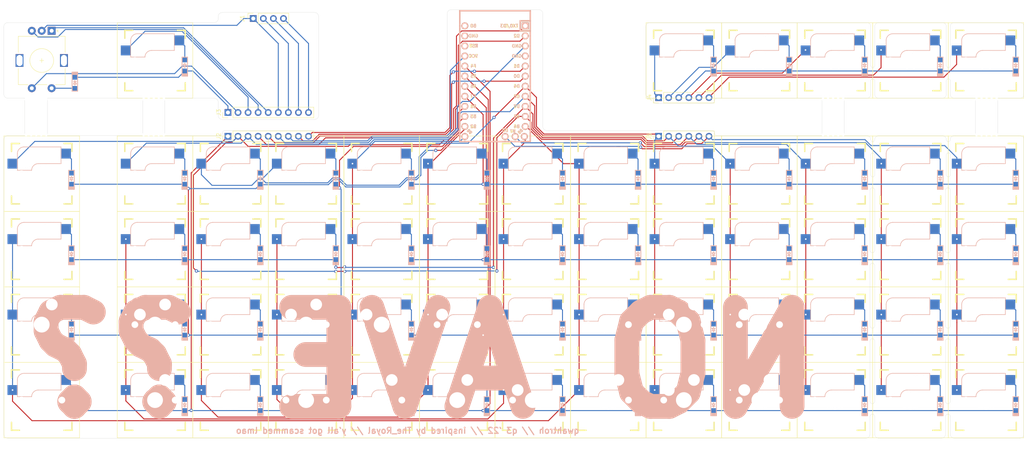
<source format=kicad_pcb>
(kicad_pcb (version 20171130) (host pcbnew "(5.1.10)-1")
  (layers (0 F.Cu signal) (31 B.Cu signal) (34 B.Paste user) (35 F.Paste user) (36 B.SilkS user) (37 F.SilkS user) (38 B.Mask user) (39 F.Mask user) (44 Edge.Cuts user))
  (net 0 "")
  (net 1 Row1)
  (net 2 "Net-(D1-Pad2)")
  (net 3 "Net-(D2-Pad2)")
  (net 4 "Net-(D3-Pad2)")
  (net 5 "Net-(D4-Pad2)")
  (net 6 "Net-(D5-Pad2)")
  (net 7 "Net-(D6-Pad2)")
  (net 8 "Net-(D7-Pad2)")
  (net 9 "Net-(D8-Pad2)")
  (net 10 Row2)
  (net 11 "Net-(D9-Pad2)")
  (net 12 "Net-(D10-Pad2)")
  (net 13 "Net-(D11-Pad2)")
  (net 14 "Net-(D12-Pad2)")
  (net 15 "Net-(D13-Pad2)")
  (net 16 "Net-(D14-Pad2)")
  (net 17 "Net-(D15-Pad2)")
  (net 18 "Net-(D16-Pad2)")
  (net 19 "Net-(D17-Pad2)")
  (net 20 Row3)
  (net 21 "Net-(D18-Pad2)")
  (net 22 "Net-(D19-Pad2)")
  (net 23 "Net-(D20-Pad2)")
  (net 24 "Net-(D21-Pad2)")
  (net 25 "Net-(D22-Pad2)")
  (net 26 "Net-(D23-Pad2)")
  (net 27 "Net-(D24-Pad2)")
  (net 28 "Net-(D25-Pad2)")
  (net 29 "Net-(D26-Pad2)")
  (net 30 "Net-(D27-Pad2)")
  (net 31 "Net-(D28-Pad2)")
  (net 32 Row4)
  (net 33 "Net-(D29-Pad2)")
  (net 34 "Net-(D30-Pad2)")
  (net 35 "Net-(D31-Pad2)")
  (net 36 "Net-(D32-Pad2)")
  (net 37 "Net-(D33-Pad2)")
  (net 38 "Net-(D34-Pad2)")
  (net 39 "Net-(D35-Pad2)")
  (net 40 "Net-(D36-Pad2)")
  (net 41 "Net-(D37-Pad2)")
  (net 42 "Net-(D38-Pad2)")
  (net 43 "Net-(D39-Pad2)")
  (net 44 Row5)
  (net 45 "Net-(D40-Pad2)")
  (net 46 "Net-(D41-Pad2)")
  (net 47 "Net-(D42-Pad2)")
  (net 48 "Net-(D43-Pad2)")
  (net 49 "Net-(D44-Pad2)")
  (net 50 "Net-(D45-Pad2)")
  (net 51 "Net-(D46-Pad2)")
  (net 52 "Net-(D47-Pad2)")
  (net 53 "Net-(D48-Pad2)")
  (net 54 "Net-(D49-Pad2)")
  (net 55 "Net-(D50-Pad2)")
  (net 56 Row6)
  (net 57 "Net-(D51-Pad2)")
  (net 58 "Net-(D52-Pad2)")
  (net 59 "Net-(D55-Pad2)")
  (net 60 "Net-(D56-Pad2)")
  (net 61 "Net-(D57-Pad2)")
  (net 62 "Net-(D58-Pad2)")
  (net 63 "Net-(D59-Pad2)")
  (net 64 "Net-(D60-Pad2)")
  (net 65 "Net-(D61-Pad2)")
  (net 66 Row7)
  (net 67 Col3)
  (net 68 Col4)
  (net 69 Col5)
  (net 70 Col6)
  (net 71 Col7)
  (net 72 Col8)
  (net 73 Col1)
  (net 74 Col2)
  (net 75 Col9)
  (net 76 R1)
  (net 77 GND)
  (net 78 R2)
  (net 79 SDA)
  (net 80 SCK)
  (net 81 VCC)
  (module Keebio-Parts:Elite-Cgapmod (layer B.Cu) (at 146.75 69.6 270)
    (fp_text reference U1 hide)
    (fp_text value Elite-Cgapmod hide)
    (fp_text user D5 (at 12.4 -2.54) (layer F.SilkS) (effects (font (size 0.8 0.8))))
    (fp_text user D5 (at 12.4 -2.54) (layer B.SilkS) (effects (font (size 0.8 0.8)) (justify mirror)))
    (fp_text user B6 (at 12.7 6.4 135 unlocked) (layer F.SilkS) (effects (font (size 0.7 0.7))))
    (fp_text user B6 (at 12.7 6.4 135 unlocked) (layer B.SilkS) (effects (font (size 0.7 0.7)) (justify mirror)))
    (fp_text user B7 (at 12.6 -4.5) (layer F.SilkS) (effects (font (size 0.7 0.7))))
    (fp_text user B7 (at 12.6 -4.5) (layer B.SilkS) (effects (font (size 0.7 0.7)) (justify mirror)))
    (fp_text user ST (at -8.91 5.04) (layer F.SilkS) (effects (font (size 0.8 0.8))))
    (fp_text user TX0/D3 (at -13.97 -3.571872) (layer B.SilkS) (effects (font (size 0.8 0.8)) (justify mirror)))
    (fp_text user TX0/D3 (at -13.97 -3.571872) (layer F.SilkS) (effects (font (size 0.8 0.8))))
    (fp_text user D2 (at -11.43 -5.461) (layer B.SilkS) (effects (font (size 0.8 0.8)) (justify mirror)))
    (fp_text user D0 (at -1.27 -5.461) (layer B.SilkS) (effects (font (size 0.8 0.8)) (justify mirror)))
    (fp_text user D1 (at -3.81 -5.461) (layer B.SilkS) (effects (font (size 0.8 0.8)) (justify mirror)))
    (fp_text user GND (at -6.35 -5.461) (layer B.SilkS) (effects (font (size 0.8 0.8)) (justify mirror)))
    (fp_text user GND (at -8.89 -5.461) (layer B.SilkS) (effects (font (size 0.8 0.8)) (justify mirror)))
    (fp_text user D4 (at 1.27 -5.461) (layer B.SilkS) (effects (font (size 0.8 0.8)) (justify mirror)))
    (fp_text user C6 (at 3.81 -5.461) (layer B.SilkS) (effects (font (size 0.8 0.8)) (justify mirror)))
    (fp_text user D7 (at 6.35 -5.461) (layer B.SilkS) (effects (font (size 0.8 0.8)) (justify mirror)))
    (fp_text user E6 (at 8.89 -5.461) (layer B.SilkS) (effects (font (size 0.8 0.8)) (justify mirror)))
    (fp_text user B4 (at 11.43 -5.461) (layer B.SilkS) (effects (font (size 0.8 0.8)) (justify mirror)))
    (fp_text user B5 (at 12.7 -6.4 225) (layer B.SilkS) (effects (font (size 0.7 0.7)) (justify mirror)))
    (fp_text user B2 (at 11.43 5.461) (layer F.SilkS) (effects (font (size 0.8 0.8))))
    (fp_text user B3 (at 8.89 5.461) (layer B.SilkS) (effects (font (size 0.8 0.8)) (justify mirror)))
    (fp_text user B1 (at 6.35 5.461) (layer B.SilkS) (effects (font (size 0.8 0.8)) (justify mirror)))
    (fp_text user F7 (at 3.81 5.461) (layer F.SilkS) (effects (font (size 0.8 0.8))))
    (fp_text user F6 (at 1.27 5.461) (layer F.SilkS) (effects (font (size 0.8 0.8))))
    (fp_text user F5 (at -1.27 5.461) (layer F.SilkS) (effects (font (size 0.8 0.8))))
    (fp_text user F4 (at -3.81 5.461) (layer B.SilkS) (effects (font (size 0.8 0.8)) (justify mirror)))
    (fp_text user VCC (at -6.35 5.461) (layer B.SilkS) (effects (font (size 0.8 0.8)) (justify mirror)))
    (fp_text user ST (at -8.92 5.73312) (layer B.SilkS) (effects (font (size 0.8 0.8)) (justify mirror)))
    (fp_text user GND (at -11.43 5.461) (layer B.SilkS) (effects (font (size 0.8 0.8)) (justify mirror)))
    (fp_text user B0 (at -13.97 5.461) (layer B.SilkS) (effects (font (size 0.8 0.8)) (justify mirror)))
    (fp_text user B0 (at -13.97 5.461) (layer F.SilkS) (effects (font (size 0.8 0.8))))
    (fp_text user GND (at -11.43 5.461) (layer F.SilkS) (effects (font (size 0.8 0.8))))
    (fp_text user VCC (at -6.35 5.461) (layer F.SilkS) (effects (font (size 0.8 0.8))))
    (fp_text user F4 (at -3.81 5.461) (layer F.SilkS) (effects (font (size 0.8 0.8))))
    (fp_text user F5 (at -1.27 5.461) (layer B.SilkS) (effects (font (size 0.8 0.8)) (justify mirror)))
    (fp_text user F6 (at 1.27 5.461) (layer B.SilkS) (effects (font (size 0.8 0.8)) (justify mirror)))
    (fp_text user F7 (at 3.81 5.461) (layer B.SilkS) (effects (font (size 0.8 0.8)) (justify mirror)))
    (fp_text user B1 (at 6.35 5.461) (layer F.SilkS) (effects (font (size 0.8 0.8))))
    (fp_text user B3 (at 8.89 5.461) (layer F.SilkS) (effects (font (size 0.8 0.8))))
    (fp_text user B2 (at 11.43 5.461) (layer B.SilkS) (effects (font (size 0.8 0.8)) (justify mirror)))
    (fp_text user B5 (at 12.7 -6.4 225) (layer F.SilkS) (effects (font (size 0.7 0.7))))
    (fp_text user B4 (at 11.43 -5.461) (layer F.SilkS) (effects (font (size 0.8 0.8))))
    (fp_text user E6 (at 8.89 -5.461) (layer F.SilkS) (effects (font (size 0.8 0.8))))
    (fp_text user D7 (at 6.35 -5.461) (layer F.SilkS) (effects (font (size 0.8 0.8))))
    (fp_text user C6 (at 3.81 -5.461) (layer F.SilkS) (effects (font (size 0.8 0.8))))
    (fp_text user D4 (at 1.27 -5.461) (layer F.SilkS) (effects (font (size 0.8 0.8))))
    (fp_text user GND (at -8.89 -5.461) (layer F.SilkS) (effects (font (size 0.8 0.8))))
    (fp_text user GND (at -6.35 -5.461) (layer F.SilkS) (effects (font (size 0.8 0.8))))
    (fp_text user D1 (at -3.81 -5.461) (layer F.SilkS) (effects (font (size 0.8 0.8))))
    (fp_text user D0 (at -1.27 -5.461) (layer F.SilkS) (effects (font (size 0.8 0.8))))
    (fp_text user D2 (at -11.43 -5.461) (layer F.SilkS) (effects (font (size 0.8 0.8))))
    (pad 25 thru_hole circle (at 13.97 -5.08 270) (size 1.7526 1.7526) (drill 1.0922) (layers *.Cu *.SilkS *.Mask) (net 72 Col8))
    (pad 26 thru_hole circle (at 13.97 -2.54 270) (size 1.7526 1.7526) (drill 1.0922) (layers *.Cu *.SilkS *.Mask) (net 75 Col9))
    (pad 24 thru_hole circle (at -13.97 7.62 270) (size 1.7526 1.7526) (drill 1.0922) (layers *.Cu *.SilkS *.Mask))
    (pad 12 thru_hole circle (at 13.97 -7.3914 270) (size 1.7526 1.7526) (drill 1.0922) (layers *.Cu *.SilkS *.Mask) (net 67 Col3))
    (pad 23 thru_hole circle (at -11.43 7.62 270) (size 1.7526 1.7526) (drill 1.0922) (layers *.Cu *.SilkS *.Mask))
    (pad 22 thru_hole circle (at -8.89 7.62 270) (size 1.7526 1.7526) (drill 1.0922) (layers *.Cu *.SilkS *.Mask))
    (pad 21 thru_hole circle (at -6.35 7.62 270) (size 1.7526 1.7526) (drill 1.0922) (layers *.Cu *.SilkS *.Mask) (net 81 VCC))
    (pad 20 thru_hole circle (at -3.81 7.62 270) (size 1.7526 1.7526) (drill 1.0922) (layers *.Cu *.SilkS *.Mask) (net 66 Row7))
    (pad 19 thru_hole circle (at -1.27 7.62 270) (size 1.7526 1.7526) (drill 1.0922) (layers *.Cu *.SilkS *.Mask) (net 56 Row6))
    (pad 18 thru_hole circle (at 1.27 7.62 270) (size 1.7526 1.7526) (drill 1.0922) (layers *.Cu *.SilkS *.Mask) (net 44 Row5))
    (pad 17 thru_hole circle (at 3.81 7.62 270) (size 1.7526 1.7526) (drill 1.0922) (layers *.Cu *.SilkS *.Mask) (net 32 Row4))
    (pad 16 thru_hole circle (at 6.35 7.62 270) (size 1.7526 1.7526) (drill 1.0922) (layers *.Cu *.SilkS *.Mask) (net 1 Row1))
    (pad 15 thru_hole circle (at 8.89 7.62 270) (size 1.7526 1.7526) (drill 1.0922) (layers *.Cu *.SilkS *.Mask) (net 10 Row2))
    (pad 14 thru_hole circle (at 11.43 7.62 270) (size 1.7526 1.7526) (drill 1.0922) (layers *.Cu *.SilkS *.Mask) (net 74 Col2))
    (pad 13 thru_hole circle (at 13.97 7.62 270) (size 1.7526 1.7526) (drill 1.0922) (layers *.Cu *.SilkS *.Mask) (net 73 Col1))
    (pad 11 thru_hole circle (at 11.43 -7.62 270) (size 1.7526 1.7526) (drill 1.0922) (layers *.Cu *.SilkS *.Mask) (net 68 Col4))
    (pad 10 thru_hole circle (at 8.89 -7.62 270) (size 1.7526 1.7526) (drill 1.0922) (layers *.Cu *.SilkS *.Mask) (net 71 Col7))
    (pad 9 thru_hole circle (at 6.35 -7.62 270) (size 1.7526 1.7526) (drill 1.0922) (layers *.Cu *.SilkS *.Mask) (net 20 Row3))
    (pad 8 thru_hole circle (at 3.81 -7.62 270) (size 1.7526 1.7526) (drill 1.0922) (layers *.Cu *.SilkS *.Mask) (net 70 Col6))
    (pad 7 thru_hole circle (at 1.27 -7.62 270) (size 1.7526 1.7526) (drill 1.0922) (layers *.Cu *.SilkS *.Mask) (net 69 Col5))
    (pad 6 thru_hole circle (at -1.27 -7.62 270) (size 1.7526 1.7526) (drill 1.0922) (layers *.Cu *.SilkS *.Mask) (net 80 SCK))
    (pad 5 thru_hole circle (at -3.81 -7.62 270) (size 1.7526 1.7526) (drill 1.0922) (layers *.Cu *.SilkS *.Mask) (net 79 SDA))
    (pad 4 thru_hole circle (at -6.35 -7.62 270) (size 1.7526 1.7526) (drill 1.0922) (layers *.Cu *.SilkS *.Mask))
    (pad 3 thru_hole circle (at -8.89 -7.62 270) (size 1.7526 1.7526) (drill 1.0922) (layers *.Cu *.SilkS *.Mask) (net 77 GND))
    (pad 2 thru_hole circle (at -11.43 -7.62 270) (size 1.7526 1.7526) (drill 1.0922) (layers *.Cu *.SilkS *.Mask) (net 78 R2))
    (pad 1 thru_hole rect (at -13.97 -7.62 270) (size 1.7526 1.7526) (drill 1.0922) (layers *.Cu *.SilkS *.Mask) (net 76 R1))
  )
  (module Keebio-Parts:breakaway-mousebites (layer F.Cu) (at 232 83.35)
    (fp_text reference H8 hide)
    (fp_text value Hole hide)
    (pad "" np_thru_hole circle (at -2.54 -0.254) (size 0.7874 0.7874) (drill 0.7874) (layers *.Cu *.Mask))
    (pad "" np_thru_hole circle (at -1.27 -0.254) (size 0.7874 0.7874) (drill 0.7874) (layers *.Cu *.Mask))
    (pad "" np_thru_hole circle (at 2.54 -0.254) (size 0.7874 0.7874) (drill 0.7874) (layers *.Cu *.Mask))
    (pad "" np_thru_hole circle (at 1.27 -0.254) (size 0.7874 0.7874) (drill 0.7874) (layers *.Cu *.Mask))
    (pad "" np_thru_hole circle (at 0 -0.254) (size 0.7874 0.7874) (drill 0.7874) (layers *.Cu *.Mask))
  )
  (module Keebio-Parts:breakaway-mousebites (layer F.Cu) (at 232 73.9 180)
    (fp_text reference H7 hide)
    (fp_text value Hole hide)
    (pad "" np_thru_hole circle (at -2.54 -0.254 180) (size 0.7874 0.7874) (drill 0.7874) (layers *.Cu *.Mask))
    (pad "" np_thru_hole circle (at -1.27 -0.254 180) (size 0.7874 0.7874) (drill 0.7874) (layers *.Cu *.Mask))
    (pad "" np_thru_hole circle (at 2.54 -0.254 180) (size 0.7874 0.7874) (drill 0.7874) (layers *.Cu *.Mask))
    (pad "" np_thru_hole circle (at 1.27 -0.254 180) (size 0.7874 0.7874) (drill 0.7874) (layers *.Cu *.Mask))
    (pad "" np_thru_hole circle (at 0 -0.254 180) (size 0.7874 0.7874) (drill 0.7874) (layers *.Cu *.Mask))
  )
  (module Keebio-Parts:breakaway-mousebites (layer F.Cu) (at 270.7 73.9 180)
    (fp_text reference H6 hide)
    (fp_text value Hole hide)
    (pad "" np_thru_hole circle (at -2.54 -0.254 180) (size 0.7874 0.7874) (drill 0.7874) (layers *.Cu *.Mask))
    (pad "" np_thru_hole circle (at -1.27 -0.254 180) (size 0.7874 0.7874) (drill 0.7874) (layers *.Cu *.Mask))
    (pad "" np_thru_hole circle (at 2.54 -0.254 180) (size 0.7874 0.7874) (drill 0.7874) (layers *.Cu *.Mask))
    (pad "" np_thru_hole circle (at 1.27 -0.254 180) (size 0.7874 0.7874) (drill 0.7874) (layers *.Cu *.Mask))
    (pad "" np_thru_hole circle (at 0 -0.254 180) (size 0.7874 0.7874) (drill 0.7874) (layers *.Cu *.Mask))
  )
  (module Keebio-Parts:breakaway-mousebites (layer F.Cu) (at 60.68 83.354)
    (fp_text reference H5 hide)
    (fp_text value Hole hide)
    (pad "" np_thru_hole circle (at -2.54 -0.254) (size 0.7874 0.7874) (drill 0.7874) (layers *.Cu *.Mask))
    (pad "" np_thru_hole circle (at -1.27 -0.254) (size 0.7874 0.7874) (drill 0.7874) (layers *.Cu *.Mask))
    (pad "" np_thru_hole circle (at 2.54 -0.254) (size 0.7874 0.7874) (drill 0.7874) (layers *.Cu *.Mask))
    (pad "" np_thru_hole circle (at 1.27 -0.254) (size 0.7874 0.7874) (drill 0.7874) (layers *.Cu *.Mask))
    (pad "" np_thru_hole circle (at 0 -0.254) (size 0.7874 0.7874) (drill 0.7874) (layers *.Cu *.Mask))
  )
  (module Keebio-Parts:breakaway-mousebites (layer F.Cu) (at 60.7 73.9 180)
    (fp_text reference H4 hide)
    (fp_text value Hole hide)
    (pad "" np_thru_hole circle (at -2.54 -0.254 180) (size 0.7874 0.7874) (drill 0.7874) (layers *.Cu *.Mask))
    (pad "" np_thru_hole circle (at -1.27 -0.254 180) (size 0.7874 0.7874) (drill 0.7874) (layers *.Cu *.Mask))
    (pad "" np_thru_hole circle (at 2.54 -0.254 180) (size 0.7874 0.7874) (drill 0.7874) (layers *.Cu *.Mask))
    (pad "" np_thru_hole circle (at 1.27 -0.254 180) (size 0.7874 0.7874) (drill 0.7874) (layers *.Cu *.Mask))
    (pad "" np_thru_hole circle (at 0 -0.254 180) (size 0.7874 0.7874) (drill 0.7874) (layers *.Cu *.Mask))
  )
  (module Keebio-Parts:breakaway-mousebites (layer F.Cu) (at 270.7 83.35)
    (fp_text reference H3 hide)
    (fp_text value Hole hide)
    (pad "" np_thru_hole circle (at -2.54 -0.254) (size 0.7874 0.7874) (drill 0.7874) (layers *.Cu *.Mask))
    (pad "" np_thru_hole circle (at -1.27 -0.254) (size 0.7874 0.7874) (drill 0.7874) (layers *.Cu *.Mask))
    (pad "" np_thru_hole circle (at 2.54 -0.254) (size 0.7874 0.7874) (drill 0.7874) (layers *.Cu *.Mask))
    (pad "" np_thru_hole circle (at 1.27 -0.254) (size 0.7874 0.7874) (drill 0.7874) (layers *.Cu *.Mask))
    (pad "" np_thru_hole circle (at 0 -0.254) (size 0.7874 0.7874) (drill 0.7874) (layers *.Cu *.Mask))
  )
  (module Keebio-Parts:breakaway-mousebites (layer F.Cu) (at 31.0337 83.3377)
    (fp_text reference H2 hide)
    (fp_text value Hole hide)
    (pad "" np_thru_hole circle (at -2.54 -0.254) (size 0.7874 0.7874) (drill 0.7874) (layers *.Cu *.Mask))
    (pad "" np_thru_hole circle (at -1.27 -0.254) (size 0.7874 0.7874) (drill 0.7874) (layers *.Cu *.Mask))
    (pad "" np_thru_hole circle (at 2.54 -0.254) (size 0.7874 0.7874) (drill 0.7874) (layers *.Cu *.Mask))
    (pad "" np_thru_hole circle (at 1.27 -0.254) (size 0.7874 0.7874) (drill 0.7874) (layers *.Cu *.Mask))
    (pad "" np_thru_hole circle (at 0 -0.254) (size 0.7874 0.7874) (drill 0.7874) (layers *.Cu *.Mask))
  )
  (module Keebio-Parts:breakaway-mousebites (layer F.Cu) (at 31.0337 73.9 180)
    (fp_text reference H1 hide)
    (fp_text value Hole hide)
    (pad "" np_thru_hole circle (at -2.54 -0.254 180) (size 0.7874 0.7874) (drill 0.7874) (layers *.Cu *.Mask))
    (pad "" np_thru_hole circle (at -1.27 -0.254 180) (size 0.7874 0.7874) (drill 0.7874) (layers *.Cu *.Mask))
    (pad "" np_thru_hole circle (at 2.54 -0.254 180) (size 0.7874 0.7874) (drill 0.7874) (layers *.Cu *.Mask))
    (pad "" np_thru_hole circle (at 1.27 -0.254 180) (size 0.7874 0.7874) (drill 0.7874) (layers *.Cu *.Mask))
    (pad "" np_thru_hole circle (at 0 -0.254 180) (size 0.7874 0.7874) (drill 0.7874) (layers *.Cu *.Mask))
  )
  (module keyboard_parts:Kailh_MX_Socket (layer F.Cu) (at 194.365 64.375 180)
    (fp_text reference K12 hide)
    (fp_text value KEYSW hide)
    (pad 1 smd rect (at 7.36 2.54 180) (size 2.55 2.5) (layers B.Cu B.Paste B.Mask) (net 69 Col5))
    (pad "" np_thru_hole circle (at 0 0 180) (size 3.98018 3.98018) (drill 3.98018) (layers *.Cu *.Mask))
    (pad "" np_thru_hole circle (at -2.54 5.08 180) (size 2.95 2.95) (drill 2.95) (layers *.Cu *.Mask))
    (pad "" np_thru_hole circle (at 3.81 2.54 180) (size 2.95 2.95) (drill 2.95) (layers *.Cu *.Mask))
    (pad 2 smd rect (at -6.09 5.08 180) (size 2.55 2.5) (layers B.Cu B.Paste B.Mask) (net 15 "Net-(D13-Pad2)"))
    (pad "" np_thru_hole circle (at -5.08 0 180) (size 1.7 1.7) (drill 1.7) (layers *.Cu *.Mask))
    (pad "" np_thru_hole circle (at 5.08 0 180) (size 1.7 1.7) (drill 1.7) (layers *.Cu *.Mask))
  )
  (module Connector_PinHeader_2.54mm:PinHeader_1x09_P2.54mm_Vertical (layer F.Cu) (at 79.4 77.5 90)
    (fp_text reference J3 (at 0 -2.33 90) (layer F.SilkS))
    (fp_text value Conn_01x09)
    (pad 9 thru_hole oval (at 0 20.32 90) (size 1.7 1.7) (drill 1) (layers *.Cu *.Mask) (net 79 SDA))
    (pad 8 thru_hole oval (at 0 17.78 90) (size 1.7 1.7) (drill 1) (layers *.Cu *.Mask) (net 80 SCK))
    (pad 7 thru_hole oval (at 0 15.24 90) (size 1.7 1.7) (drill 1) (layers *.Cu *.Mask) (net 81 VCC))
    (pad 6 thru_hole oval (at 0 12.7 90) (size 1.7 1.7) (drill 1) (layers *.Cu *.Mask) (net 77 GND))
    (pad 5 thru_hole oval (at 0 10.16 90) (size 1.7 1.7) (drill 1) (layers *.Cu *.Mask) (net 76 R1))
    (pad 4 thru_hole oval (at 0 7.62 90) (size 1.7 1.7) (drill 1) (layers *.Cu *.Mask) (net 78 R2))
    (pad 3 thru_hole oval (at 0 5.08 90) (size 1.7 1.7) (drill 1) (layers *.Cu *.Mask) (net 70 Col6))
    (pad 2 thru_hole oval (at 0 2.54 90) (size 1.7 1.7) (drill 1) (layers *.Cu *.Mask) (net 71 Col7))
    (pad 1 thru_hole rect (at 0 0 90) (size 1.7 1.7) (drill 1) (layers *.Cu *.Mask) (net 1 Row1))
  )
  (module Connector_PinHeader_2.54mm:PinHeader_1x06_P2.54mm_Vertical (layer F.Cu) (at 188 83.5 90)
    (fp_text reference J5 (at 0 -2.33 90) (layer F.SilkS))
    (fp_text value Conn_01x06)
    (pad 6 thru_hole oval (at 0 12.7 90) (size 1.7 1.7) (drill 1) (layers *.Cu *.Mask) (net 75 Col9))
    (pad 5 thru_hole oval (at 0 10.16 90) (size 1.7 1.7) (drill 1) (layers *.Cu *.Mask) (net 72 Col8))
    (pad 4 thru_hole oval (at 0 7.62 90) (size 1.7 1.7) (drill 1) (layers *.Cu *.Mask) (net 71 Col7))
    (pad 3 thru_hole oval (at 0 5.08 90) (size 1.7 1.7) (drill 1) (layers *.Cu *.Mask) (net 20 Row3))
    (pad 2 thru_hole oval (at 0 2.54 90) (size 1.7 1.7) (drill 1) (layers *.Cu *.Mask) (net 70 Col6))
    (pad 1 thru_hole rect (at 0 0 90) (size 1.7 1.7) (drill 1) (layers *.Cu *.Mask) (net 69 Col5))
  )
  (module Connector_PinHeader_2.54mm:PinHeader_1x06_P2.54mm_Vertical (layer F.Cu) (at 188 73.75 90)
    (fp_text reference J4 (at 0 -2.33 90) (layer F.SilkS))
    (fp_text value Conn_01x06)
    (pad 6 thru_hole oval (at 0 12.7 90) (size 1.7 1.7) (drill 1) (layers *.Cu *.Mask) (net 75 Col9))
    (pad 5 thru_hole oval (at 0 10.16 90) (size 1.7 1.7) (drill 1) (layers *.Cu *.Mask) (net 72 Col8))
    (pad 4 thru_hole oval (at 0 7.62 90) (size 1.7 1.7) (drill 1) (layers *.Cu *.Mask) (net 71 Col7))
    (pad 3 thru_hole oval (at 0 5.08 90) (size 1.7 1.7) (drill 1) (layers *.Cu *.Mask) (net 20 Row3))
    (pad 2 thru_hole oval (at 0 2.54 90) (size 1.7 1.7) (drill 1) (layers *.Cu *.Mask) (net 70 Col6))
    (pad 1 thru_hole rect (at 0 0 90) (size 1.7 1.7) (drill 1) (layers *.Cu *.Mask) (net 69 Col5))
  )
  (module Connector_PinHeader_2.54mm:PinHeader_1x09_P2.54mm_Vertical (layer F.Cu) (at 79.4 83.5 90)
    (fp_text reference J2 (at 0 -2.33 90) (layer F.SilkS))
    (fp_text value Conn_01x09)
    (pad 9 thru_hole oval (at 0 20.32 90) (size 1.7 1.7) (drill 1) (layers *.Cu *.Mask) (net 79 SDA))
    (pad 8 thru_hole oval (at 0 17.78 90) (size 1.7 1.7) (drill 1) (layers *.Cu *.Mask) (net 80 SCK))
    (pad 7 thru_hole oval (at 0 15.24 90) (size 1.7 1.7) (drill 1) (layers *.Cu *.Mask) (net 81 VCC))
    (pad 6 thru_hole oval (at 0 12.7 90) (size 1.7 1.7) (drill 1) (layers *.Cu *.Mask) (net 77 GND))
    (pad 5 thru_hole oval (at 0 10.16 90) (size 1.7 1.7) (drill 1) (layers *.Cu *.Mask) (net 76 R1))
    (pad 4 thru_hole oval (at 0 7.62 90) (size 1.7 1.7) (drill 1) (layers *.Cu *.Mask) (net 78 R2))
    (pad 3 thru_hole oval (at 0 5.08 90) (size 1.7 1.7) (drill 1) (layers *.Cu *.Mask) (net 70 Col6))
    (pad 2 thru_hole oval (at 0 2.54 90) (size 1.7 1.7) (drill 1) (layers *.Cu *.Mask) (net 71 Col7))
    (pad 1 thru_hole rect (at 0 0 90) (size 1.7 1.7) (drill 1) (layers *.Cu *.Mask) (net 1 Row1))
  )
  (module Keebio-Parts:32x64_OLED (layer F.Cu) (at 89.59 64.375)
    (fp_text reference J1 (at -6.58 -10.6 90) (layer F.SilkS))
    (fp_text value Conn_01x04)
    (pad 1 thru_hole rect (at -3.81 -10.6 90) (size 1.7 1.7) (drill 1) (layers *.Cu *.Mask) (net 77 GND))
    (pad 2 thru_hole oval (at -1.27 -10.6 90) (size 1.7 1.7) (drill 1) (layers *.Cu *.Mask) (net 81 VCC))
    (pad 3 thru_hole oval (at 1.27 -10.6 90) (size 1.7 1.7) (drill 1) (layers *.Cu *.Mask) (net 80 SCK))
    (pad 4 thru_hole oval (at 3.81 -10.6 90) (size 1.7 1.7) (drill 1) (layers *.Cu *.Mask) (net 79 SDA))
  )
  (module Keebio-Parts:RotaryEncoder_EC11 (layer F.Cu) (at 32.443 64.375 270)
    (fp_text reference SW1)
    (fp_text value Rotary_Encoder_Switch)
    (pad A thru_hole rect (at -7.5 -2.5 270) (size 2 2) (drill 1) (layers *.Cu *.Mask) (net 76 R1))
    (pad C thru_hole circle (at -7.5 0 270) (size 2 2) (drill 1) (layers *.Cu *.Mask) (net 77 GND))
    (pad B thru_hole circle (at -7.5 2.5 270) (size 2 2) (drill 1) (layers *.Cu *.Mask) (net 78 R2))
    (pad "" np_thru_hole rect (at 0 -5.6 270) (size 3.2 2) (drill oval 2.8 1.5) (layers *.Cu *.Mask))
    (pad "" np_thru_hole rect (at 0 5.6 270) (size 3.2 2) (drill oval 2.8 1.5) (layers *.Cu *.Mask))
    (pad S2 thru_hole circle (at 7 -2.5 270) (size 2 2) (drill 1) (layers *.Cu *.Mask) (net 11 "Net-(D9-Pad2)"))
    (pad S1 thru_hole circle (at 7 2.5 270) (size 2 2) (drill 1) (layers *.Cu *.Mask) (net 71 Col7))
  )
  (module keyboard_parts:Kailh_MX_Socket (layer F.Cu) (at 61.015 112 180)
    (fp_text reference K51 hide)
    (fp_text value KEYSW hide)
    (pad 1 smd rect (at 7.36 2.54 180) (size 2.55 2.5) (layers B.Cu B.Paste B.Mask) (net 67 Col3))
    (pad "" np_thru_hole circle (at 0 0 180) (size 3.98018 3.98018) (drill 3.98018) (layers *.Cu *.Mask))
    (pad "" np_thru_hole circle (at -2.54 5.08 180) (size 2.95 2.95) (drill 2.95) (layers *.Cu *.Mask))
    (pad "" np_thru_hole circle (at 3.81 2.54 180) (size 2.95 2.95) (drill 2.95) (layers *.Cu *.Mask))
    (pad 2 smd rect (at -6.09 5.08 180) (size 2.55 2.5) (layers B.Cu B.Paste B.Mask) (net 58 "Net-(D52-Pad2)"))
    (pad "" np_thru_hole circle (at -5.08 0 180) (size 1.7 1.7) (drill 1.7) (layers *.Cu *.Mask))
    (pad "" np_thru_hole circle (at 5.08 0 180) (size 1.7 1.7) (drill 1.7) (layers *.Cu *.Mask))
  )
  (module keyboard_parts:Kailh_MX_Socket (layer F.Cu) (at 80.065 112 180)
    (fp_text reference K31 hide)
    (fp_text value KEYSW hide)
    (pad 1 smd rect (at 7.36 2.54 180) (size 2.55 2.5) (layers B.Cu B.Paste B.Mask) (net 74 Col2))
    (pad "" np_thru_hole circle (at 0 0 180) (size 3.98018 3.98018) (drill 3.98018) (layers *.Cu *.Mask))
    (pad "" np_thru_hole circle (at -2.54 5.08 180) (size 2.95 2.95) (drill 2.95) (layers *.Cu *.Mask))
    (pad "" np_thru_hole circle (at 3.81 2.54 180) (size 2.95 2.95) (drill 2.95) (layers *.Cu *.Mask))
    (pad 2 smd rect (at -6.09 5.08 180) (size 2.55 2.5) (layers B.Cu B.Paste B.Mask) (net 36 "Net-(D32-Pad2)"))
    (pad "" np_thru_hole circle (at -5.08 0 180) (size 1.7 1.7) (drill 1.7) (layers *.Cu *.Mask))
    (pad "" np_thru_hole circle (at 5.08 0 180) (size 1.7 1.7) (drill 1.7) (layers *.Cu *.Mask))
  )
  (module keyboard_parts:Kailh_MX_Socket (layer F.Cu) (at 99.115 112 180)
    (fp_text reference K20 hide)
    (fp_text value KEYSW hide)
    (pad 1 smd rect (at 7.36 2.54 180) (size 2.55 2.5) (layers B.Cu B.Paste B.Mask) (net 73 Col1))
    (pad "" np_thru_hole circle (at 0 0 180) (size 3.98018 3.98018) (drill 3.98018) (layers *.Cu *.Mask))
    (pad "" np_thru_hole circle (at -2.54 5.08 180) (size 2.95 2.95) (drill 2.95) (layers *.Cu *.Mask))
    (pad "" np_thru_hole circle (at 3.81 2.54 180) (size 2.95 2.95) (drill 2.95) (layers *.Cu *.Mask))
    (pad 2 smd rect (at -6.09 5.08 180) (size 2.55 2.5) (layers B.Cu B.Paste B.Mask) (net 24 "Net-(D21-Pad2)"))
    (pad "" np_thru_hole circle (at -5.08 0 180) (size 1.7 1.7) (drill 1.7) (layers *.Cu *.Mask))
    (pad "" np_thru_hole circle (at 5.08 0 180) (size 1.7 1.7) (drill 1.7) (layers *.Cu *.Mask))
  )
  (module keyboard_parts:Kailh_MX_Socket (layer F.Cu) (at 61.015 131.05 180)
    (fp_text reference K19 hide)
    (fp_text value KEYSW hide)
    (pad 1 smd rect (at 7.36 2.54 180) (size 2.55 2.5) (layers B.Cu B.Paste B.Mask) (net 67 Col3))
    (pad "" np_thru_hole circle (at 0 0 180) (size 3.98018 3.98018) (drill 3.98018) (layers *.Cu *.Mask))
    (pad "" np_thru_hole circle (at -2.54 5.08 180) (size 2.95 2.95) (drill 2.95) (layers *.Cu *.Mask))
    (pad "" np_thru_hole circle (at 3.81 2.54 180) (size 2.95 2.95) (drill 2.95) (layers *.Cu *.Mask))
    (pad 2 smd rect (at -6.09 5.08 180) (size 2.55 2.5) (layers B.Cu B.Paste B.Mask) (net 23 "Net-(D20-Pad2)"))
    (pad "" np_thru_hole circle (at -5.08 0 180) (size 1.7 1.7) (drill 1.7) (layers *.Cu *.Mask))
    (pad "" np_thru_hole circle (at 5.08 0 180) (size 1.7 1.7) (drill 1.7) (layers *.Cu *.Mask))
  )
  (module keyboard_parts:Kailh_MX_Socket (layer F.Cu) (at 80.065 131.05 180)
    (fp_text reference K18 hide)
    (fp_text value KEYSW hide)
    (pad 1 smd rect (at 7.36 2.54 180) (size 2.55 2.5) (layers B.Cu B.Paste B.Mask) (net 74 Col2))
    (pad "" np_thru_hole circle (at 0 0 180) (size 3.98018 3.98018) (drill 3.98018) (layers *.Cu *.Mask))
    (pad "" np_thru_hole circle (at -2.54 5.08 180) (size 2.95 2.95) (drill 2.95) (layers *.Cu *.Mask))
    (pad "" np_thru_hole circle (at 3.81 2.54 180) (size 2.95 2.95) (drill 2.95) (layers *.Cu *.Mask))
    (pad 2 smd rect (at -6.09 5.08 180) (size 2.55 2.5) (layers B.Cu B.Paste B.Mask) (net 22 "Net-(D19-Pad2)"))
    (pad "" np_thru_hole circle (at -5.08 0 180) (size 1.7 1.7) (drill 1.7) (layers *.Cu *.Mask))
    (pad "" np_thru_hole circle (at 5.08 0 180) (size 1.7 1.7) (drill 1.7) (layers *.Cu *.Mask))
  )
  (module keyboard_parts:Kailh_MX_Socket (layer F.Cu) (at 99.115 131.05 180)
    (fp_text reference K17 hide)
    (fp_text value KEYSW hide)
    (pad 1 smd rect (at 7.36 2.54 180) (size 2.55 2.5) (layers B.Cu B.Paste B.Mask) (net 73 Col1))
    (pad "" np_thru_hole circle (at 0 0 180) (size 3.98018 3.98018) (drill 3.98018) (layers *.Cu *.Mask))
    (pad "" np_thru_hole circle (at -2.54 5.08 180) (size 2.95 2.95) (drill 2.95) (layers *.Cu *.Mask))
    (pad "" np_thru_hole circle (at 3.81 2.54 180) (size 2.95 2.95) (drill 2.95) (layers *.Cu *.Mask))
    (pad 2 smd rect (at -6.09 5.08 180) (size 2.55 2.5) (layers B.Cu B.Paste B.Mask) (net 21 "Net-(D18-Pad2)"))
    (pad "" np_thru_hole circle (at -5.08 0 180) (size 1.7 1.7) (drill 1.7) (layers *.Cu *.Mask))
    (pad "" np_thru_hole circle (at 5.08 0 180) (size 1.7 1.7) (drill 1.7) (layers *.Cu *.Mask))
  )
  (module keyboard_parts:Kailh_MX_Socket (layer F.Cu) (at 61.015 150.1 180)
    (fp_text reference K11 hide)
    (fp_text value KEYSW hide)
    (pad 1 smd rect (at 7.36 2.54 180) (size 2.55 2.5) (layers B.Cu B.Paste B.Mask) (net 67 Col3))
    (pad "" np_thru_hole circle (at 0 0 180) (size 3.98018 3.98018) (drill 3.98018) (layers *.Cu *.Mask))
    (pad "" np_thru_hole circle (at -2.54 5.08 180) (size 2.95 2.95) (drill 2.95) (layers *.Cu *.Mask))
    (pad "" np_thru_hole circle (at 3.81 2.54 180) (size 2.95 2.95) (drill 2.95) (layers *.Cu *.Mask))
    (pad 2 smd rect (at -6.09 5.08 180) (size 2.55 2.5) (layers B.Cu B.Paste B.Mask) (net 14 "Net-(D12-Pad2)"))
    (pad "" np_thru_hole circle (at -5.08 0 180) (size 1.7 1.7) (drill 1.7) (layers *.Cu *.Mask))
    (pad "" np_thru_hole circle (at 5.08 0 180) (size 1.7 1.7) (drill 1.7) (layers *.Cu *.Mask))
  )
  (module keyboard_parts:Kailh_MX_Socket (layer F.Cu) (at 80.065 150.1 180)
    (fp_text reference K10 hide)
    (fp_text value KEYSW hide)
    (pad 1 smd rect (at 7.36 2.54 180) (size 2.55 2.5) (layers B.Cu B.Paste B.Mask) (net 74 Col2))
    (pad "" np_thru_hole circle (at 0 0 180) (size 3.98018 3.98018) (drill 3.98018) (layers *.Cu *.Mask))
    (pad "" np_thru_hole circle (at -2.54 5.08 180) (size 2.95 2.95) (drill 2.95) (layers *.Cu *.Mask))
    (pad "" np_thru_hole circle (at 3.81 2.54 180) (size 2.95 2.95) (drill 2.95) (layers *.Cu *.Mask))
    (pad 2 smd rect (at -6.09 5.08 180) (size 2.55 2.5) (layers B.Cu B.Paste B.Mask) (net 13 "Net-(D11-Pad2)"))
    (pad "" np_thru_hole circle (at -5.08 0 180) (size 1.7 1.7) (drill 1.7) (layers *.Cu *.Mask))
    (pad "" np_thru_hole circle (at 5.08 0 180) (size 1.7 1.7) (drill 1.7) (layers *.Cu *.Mask))
  )
  (module keyboard_parts:Kailh_MX_Socket (layer F.Cu) (at 99.115 150.1 180)
    (fp_text reference K9 hide)
    (fp_text value KEYSW hide)
    (pad 1 smd rect (at 7.36 2.54 180) (size 2.55 2.5) (layers B.Cu B.Paste B.Mask) (net 73 Col1))
    (pad "" np_thru_hole circle (at 0 0 180) (size 3.98018 3.98018) (drill 3.98018) (layers *.Cu *.Mask))
    (pad "" np_thru_hole circle (at -2.54 5.08 180) (size 2.95 2.95) (drill 2.95) (layers *.Cu *.Mask))
    (pad "" np_thru_hole circle (at 3.81 2.54 180) (size 2.95 2.95) (drill 2.95) (layers *.Cu *.Mask))
    (pad 2 smd rect (at -6.09 5.08 180) (size 2.55 2.5) (layers B.Cu B.Paste B.Mask) (net 12 "Net-(D10-Pad2)"))
    (pad "" np_thru_hole circle (at -5.08 0 180) (size 1.7 1.7) (drill 1.7) (layers *.Cu *.Mask))
    (pad "" np_thru_hole circle (at 5.08 0 180) (size 1.7 1.7) (drill 1.7) (layers *.Cu *.Mask))
  )
  (module keyboard_parts:Kailh_MX_Socket (layer F.Cu) (at 137.215 150.1 180)
    (fp_text reference K8 hide)
    (fp_text value KEYSW hide)
    (pad 1 smd rect (at 7.36 2.54 180) (size 2.55 2.5) (layers B.Cu B.Paste B.Mask) (net 74 Col2))
    (pad "" np_thru_hole circle (at 0 0 180) (size 3.98018 3.98018) (drill 3.98018) (layers *.Cu *.Mask))
    (pad "" np_thru_hole circle (at -2.54 5.08 180) (size 2.95 2.95) (drill 2.95) (layers *.Cu *.Mask))
    (pad "" np_thru_hole circle (at 3.81 2.54 180) (size 2.95 2.95) (drill 2.95) (layers *.Cu *.Mask))
    (pad 2 smd rect (at -6.09 5.08 180) (size 2.55 2.5) (layers B.Cu B.Paste B.Mask) (net 9 "Net-(D8-Pad2)"))
    (pad "" np_thru_hole circle (at -5.08 0 180) (size 1.7 1.7) (drill 1.7) (layers *.Cu *.Mask))
    (pad "" np_thru_hole circle (at 5.08 0 180) (size 1.7 1.7) (drill 1.7) (layers *.Cu *.Mask))
  )
  (module keyboard_parts:Kailh_MX_Socket (layer F.Cu) (at 118.165 150.1 180)
    (fp_text reference K7 hide)
    (fp_text value KEYSW hide)
    (pad 1 smd rect (at 7.36 2.54 180) (size 2.55 2.5) (layers B.Cu B.Paste B.Mask) (net 73 Col1))
    (pad "" np_thru_hole circle (at 0 0 180) (size 3.98018 3.98018) (drill 3.98018) (layers *.Cu *.Mask))
    (pad "" np_thru_hole circle (at -2.54 5.08 180) (size 2.95 2.95) (drill 2.95) (layers *.Cu *.Mask))
    (pad "" np_thru_hole circle (at 3.81 2.54 180) (size 2.95 2.95) (drill 2.95) (layers *.Cu *.Mask))
    (pad 2 smd rect (at -6.09 5.08 180) (size 2.55 2.5) (layers B.Cu B.Paste B.Mask) (net 8 "Net-(D7-Pad2)"))
    (pad "" np_thru_hole circle (at -5.08 0 180) (size 1.7 1.7) (drill 1.7) (layers *.Cu *.Mask))
    (pad "" np_thru_hole circle (at 5.08 0 180) (size 1.7 1.7) (drill 1.7) (layers *.Cu *.Mask))
  )
  (module keyboard_parts:Kailh_MX_Socket (layer F.Cu) (at 137.215 131.05 180)
    (fp_text reference K6 hide)
    (fp_text value KEYSW hide)
    (pad 1 smd rect (at 7.36 2.54 180) (size 2.55 2.5) (layers B.Cu B.Paste B.Mask) (net 74 Col2))
    (pad "" np_thru_hole circle (at 0 0 180) (size 3.98018 3.98018) (drill 3.98018) (layers *.Cu *.Mask))
    (pad "" np_thru_hole circle (at -2.54 5.08 180) (size 2.95 2.95) (drill 2.95) (layers *.Cu *.Mask))
    (pad "" np_thru_hole circle (at 3.81 2.54 180) (size 2.95 2.95) (drill 2.95) (layers *.Cu *.Mask))
    (pad 2 smd rect (at -6.09 5.08 180) (size 2.55 2.5) (layers B.Cu B.Paste B.Mask) (net 7 "Net-(D6-Pad2)"))
    (pad "" np_thru_hole circle (at -5.08 0 180) (size 1.7 1.7) (drill 1.7) (layers *.Cu *.Mask))
    (pad "" np_thru_hole circle (at 5.08 0 180) (size 1.7 1.7) (drill 1.7) (layers *.Cu *.Mask))
  )
  (module keyboard_parts:Kailh_MX_Socket (layer F.Cu) (at 118.165 131.05 180)
    (fp_text reference K5 hide)
    (fp_text value KEYSW hide)
    (pad 1 smd rect (at 7.36 2.54 180) (size 2.55 2.5) (layers B.Cu B.Paste B.Mask) (net 73 Col1))
    (pad "" np_thru_hole circle (at 0 0 180) (size 3.98018 3.98018) (drill 3.98018) (layers *.Cu *.Mask))
    (pad "" np_thru_hole circle (at -2.54 5.08 180) (size 2.95 2.95) (drill 2.95) (layers *.Cu *.Mask))
    (pad "" np_thru_hole circle (at 3.81 2.54 180) (size 2.95 2.95) (drill 2.95) (layers *.Cu *.Mask))
    (pad 2 smd rect (at -6.09 5.08 180) (size 2.55 2.5) (layers B.Cu B.Paste B.Mask) (net 6 "Net-(D5-Pad2)"))
    (pad "" np_thru_hole circle (at -5.08 0 180) (size 1.7 1.7) (drill 1.7) (layers *.Cu *.Mask))
    (pad "" np_thru_hole circle (at 5.08 0 180) (size 1.7 1.7) (drill 1.7) (layers *.Cu *.Mask))
  )
  (module keyboard_parts:Kailh_MX_Socket (layer F.Cu) (at 137.215 112 180)
    (fp_text reference K4 hide)
    (fp_text value KEYSW hide)
    (pad 1 smd rect (at 7.36 2.54 180) (size 2.55 2.5) (layers B.Cu B.Paste B.Mask) (net 74 Col2))
    (pad "" np_thru_hole circle (at 0 0 180) (size 3.98018 3.98018) (drill 3.98018) (layers *.Cu *.Mask))
    (pad "" np_thru_hole circle (at -2.54 5.08 180) (size 2.95 2.95) (drill 2.95) (layers *.Cu *.Mask))
    (pad "" np_thru_hole circle (at 3.81 2.54 180) (size 2.95 2.95) (drill 2.95) (layers *.Cu *.Mask))
    (pad 2 smd rect (at -6.09 5.08 180) (size 2.55 2.5) (layers B.Cu B.Paste B.Mask) (net 5 "Net-(D4-Pad2)"))
    (pad "" np_thru_hole circle (at -5.08 0 180) (size 1.7 1.7) (drill 1.7) (layers *.Cu *.Mask))
    (pad "" np_thru_hole circle (at 5.08 0 180) (size 1.7 1.7) (drill 1.7) (layers *.Cu *.Mask))
  )
  (module keyboard_parts:Kailh_MX_Socket (layer F.Cu) (at 118.165 112 180)
    (fp_text reference K3 hide)
    (fp_text value KEYSW hide)
    (pad 1 smd rect (at 7.36 2.54 180) (size 2.55 2.5) (layers B.Cu B.Paste B.Mask) (net 73 Col1))
    (pad "" np_thru_hole circle (at 0 0 180) (size 3.98018 3.98018) (drill 3.98018) (layers *.Cu *.Mask))
    (pad "" np_thru_hole circle (at -2.54 5.08 180) (size 2.95 2.95) (drill 2.95) (layers *.Cu *.Mask))
    (pad "" np_thru_hole circle (at 3.81 2.54 180) (size 2.95 2.95) (drill 2.95) (layers *.Cu *.Mask))
    (pad 2 smd rect (at -6.09 5.08 180) (size 2.55 2.5) (layers B.Cu B.Paste B.Mask) (net 4 "Net-(D3-Pad2)"))
    (pad "" np_thru_hole circle (at -5.08 0 180) (size 1.7 1.7) (drill 1.7) (layers *.Cu *.Mask))
    (pad "" np_thru_hole circle (at 5.08 0 180) (size 1.7 1.7) (drill 1.7) (layers *.Cu *.Mask))
  )
  (module keyboard_parts:Kailh_MX_Socket (layer F.Cu) (at 137.215 92.95 180)
    (fp_text reference K2 hide)
    (fp_text value KEYSW hide)
    (pad 1 smd rect (at 7.36 2.54 180) (size 2.55 2.5) (layers B.Cu B.Paste B.Mask) (net 74 Col2))
    (pad "" np_thru_hole circle (at 0 0 180) (size 3.98018 3.98018) (drill 3.98018) (layers *.Cu *.Mask))
    (pad "" np_thru_hole circle (at -2.54 5.08 180) (size 2.95 2.95) (drill 2.95) (layers *.Cu *.Mask))
    (pad "" np_thru_hole circle (at 3.81 2.54 180) (size 2.95 2.95) (drill 2.95) (layers *.Cu *.Mask))
    (pad 2 smd rect (at -6.09 5.08 180) (size 2.55 2.5) (layers B.Cu B.Paste B.Mask) (net 3 "Net-(D2-Pad2)"))
    (pad "" np_thru_hole circle (at -5.08 0 180) (size 1.7 1.7) (drill 1.7) (layers *.Cu *.Mask))
    (pad "" np_thru_hole circle (at 5.08 0 180) (size 1.7 1.7) (drill 1.7) (layers *.Cu *.Mask))
  )
  (module keyboard_parts:Kailh_MX_Socket (layer F.Cu) (at 118.165 92.95 180)
    (fp_text reference K1 hide)
    (fp_text value KEYSW hide)
    (pad 1 smd rect (at 7.36 2.54 180) (size 2.55 2.5) (layers B.Cu B.Paste B.Mask) (net 73 Col1))
    (pad "" np_thru_hole circle (at 0 0 180) (size 3.98018 3.98018) (drill 3.98018) (layers *.Cu *.Mask))
    (pad "" np_thru_hole circle (at -2.54 5.08 180) (size 2.95 2.95) (drill 2.95) (layers *.Cu *.Mask))
    (pad "" np_thru_hole circle (at 3.81 2.54 180) (size 2.95 2.95) (drill 2.95) (layers *.Cu *.Mask))
    (pad 2 smd rect (at -6.09 5.08 180) (size 2.55 2.5) (layers B.Cu B.Paste B.Mask) (net 2 "Net-(D1-Pad2)"))
    (pad "" np_thru_hole circle (at -5.08 0 180) (size 1.7 1.7) (drill 1.7) (layers *.Cu *.Mask))
    (pad "" np_thru_hole circle (at 5.08 0 180) (size 1.7 1.7) (drill 1.7) (layers *.Cu *.Mask))
  )
  (module Keebio-Parts:D_SOD123F (layer B.Cu) (at 68.515 113.25 90)
    (fp_text reference D52 hide)
    (fp_text value D hide)
    (pad 1 smd rect (at -1.4 0 90) (size 1.2 1.2) (layers B.Cu B.Paste B.Mask) (net 20 Row3))
    (pad 2 smd rect (at 1.4 0 90) (size 1.2 1.2) (layers B.Cu B.Paste B.Mask) (net 58 "Net-(D52-Pad2)"))
  )
  (module Keebio-Parts:D_SOD123F (layer B.Cu) (at 87.565 113.25 90)
    (fp_text reference D32 hide)
    (fp_text value D hide)
    (pad 1 smd rect (at -1.4 0 90) (size 1.2 1.2) (layers B.Cu B.Paste B.Mask) (net 20 Row3))
    (pad 2 smd rect (at 1.4 0 90) (size 1.2 1.2) (layers B.Cu B.Paste B.Mask) (net 36 "Net-(D32-Pad2)"))
  )
  (module Keebio-Parts:D_SOD123F (layer B.Cu) (at 106.615 113.25 90)
    (fp_text reference D21 hide)
    (fp_text value D hide)
    (pad 1 smd rect (at -1.4 0 90) (size 1.2 1.2) (layers B.Cu B.Paste B.Mask) (net 20 Row3))
    (pad 2 smd rect (at 1.4 0 90) (size 1.2 1.2) (layers B.Cu B.Paste B.Mask) (net 24 "Net-(D21-Pad2)"))
  )
  (module Keebio-Parts:D_SOD123F (layer B.Cu) (at 68.515 132.3 90)
    (fp_text reference D20 hide)
    (fp_text value D hide)
    (pad 1 smd rect (at -1.4 0 90) (size 1.2 1.2) (layers B.Cu B.Paste B.Mask) (net 10 Row2))
    (pad 2 smd rect (at 1.4 0 90) (size 1.2 1.2) (layers B.Cu B.Paste B.Mask) (net 23 "Net-(D20-Pad2)"))
  )
  (module Keebio-Parts:D_SOD123F (layer B.Cu) (at 87.565 132.3 90)
    (fp_text reference D19 hide)
    (fp_text value D hide)
    (pad 1 smd rect (at -1.4 0 90) (size 1.2 1.2) (layers B.Cu B.Paste B.Mask) (net 10 Row2))
    (pad 2 smd rect (at 1.4 0 90) (size 1.2 1.2) (layers B.Cu B.Paste B.Mask) (net 22 "Net-(D19-Pad2)"))
  )
  (module Keebio-Parts:D_SOD123F (layer B.Cu) (at 106.615 132.3 90)
    (fp_text reference D18 hide)
    (fp_text value D hide)
    (pad 1 smd rect (at -1.4 0 90) (size 1.2 1.2) (layers B.Cu B.Paste B.Mask) (net 10 Row2))
    (pad 2 smd rect (at 1.4 0 90) (size 1.2 1.2) (layers B.Cu B.Paste B.Mask) (net 21 "Net-(D18-Pad2)"))
  )
  (module Keebio-Parts:D_SOD123F (layer B.Cu) (at 68.515 151.35 90)
    (fp_text reference D12 hide)
    (fp_text value D hide)
    (pad 1 smd rect (at -1.4 0 90) (size 1.2 1.2) (layers B.Cu B.Paste B.Mask) (net 1 Row1))
    (pad 2 smd rect (at 1.4 0 90) (size 1.2 1.2) (layers B.Cu B.Paste B.Mask) (net 14 "Net-(D12-Pad2)"))
  )
  (module Keebio-Parts:D_SOD123F (layer B.Cu) (at 87.565 151.35 90)
    (fp_text reference D11 hide)
    (fp_text value D hide)
    (pad 1 smd rect (at -1.4 0 90) (size 1.2 1.2) (layers B.Cu B.Paste B.Mask) (net 1 Row1))
    (pad 2 smd rect (at 1.4 0 90) (size 1.2 1.2) (layers B.Cu B.Paste B.Mask) (net 13 "Net-(D11-Pad2)"))
  )
  (module Keebio-Parts:D_SOD123F (layer B.Cu) (at 106.615 151.35 90)
    (fp_text reference D10 hide)
    (fp_text value D hide)
    (pad 1 smd rect (at -1.4 0 90) (size 1.2 1.2) (layers B.Cu B.Paste B.Mask) (net 1 Row1))
    (pad 2 smd rect (at 1.4 0 90) (size 1.2 1.2) (layers B.Cu B.Paste B.Mask) (net 12 "Net-(D10-Pad2)"))
  )
  (module Keebio-Parts:D_SOD123F (layer B.Cu) (at 144.715 151.35 90)
    (fp_text reference D8 hide)
    (fp_text value D hide)
    (pad 1 smd rect (at -1.4 0 90) (size 1.2 1.2) (layers B.Cu B.Paste B.Mask) (net 66 Row7))
    (pad 2 smd rect (at 1.4 0 90) (size 1.2 1.2) (layers B.Cu B.Paste B.Mask) (net 9 "Net-(D8-Pad2)"))
  )
  (module Keebio-Parts:D_SOD123F (layer B.Cu) (at 125.665 151.35 90)
    (fp_text reference D7 hide)
    (fp_text value D hide)
    (pad 1 smd rect (at -1.4 0 90) (size 1.2 1.2) (layers B.Cu B.Paste B.Mask) (net 66 Row7))
    (pad 2 smd rect (at 1.4 0 90) (size 1.2 1.2) (layers B.Cu B.Paste B.Mask) (net 8 "Net-(D7-Pad2)"))
  )
  (module Keebio-Parts:D_SOD123F (layer B.Cu) (at 144.715 132.3 90)
    (fp_text reference D6 hide)
    (fp_text value D hide)
    (pad 1 smd rect (at -1.4 0 90) (size 1.2 1.2) (layers B.Cu B.Paste B.Mask) (net 56 Row6))
    (pad 2 smd rect (at 1.4 0 90) (size 1.2 1.2) (layers B.Cu B.Paste B.Mask) (net 7 "Net-(D6-Pad2)"))
  )
  (module Keebio-Parts:D_SOD123F (layer B.Cu) (at 125.665 132.3 90)
    (fp_text reference D5 hide)
    (fp_text value D hide)
    (pad 1 smd rect (at -1.4 0 90) (size 1.2 1.2) (layers B.Cu B.Paste B.Mask) (net 56 Row6))
    (pad 2 smd rect (at 1.4 0 90) (size 1.2 1.2) (layers B.Cu B.Paste B.Mask) (net 6 "Net-(D5-Pad2)"))
  )
  (module Keebio-Parts:D_SOD123F (layer B.Cu) (at 144.715 113.25 90)
    (fp_text reference D4 hide)
    (fp_text value D hide)
    (pad 1 smd rect (at -1.4 0 90) (size 1.2 1.2) (layers B.Cu B.Paste B.Mask) (net 44 Row5))
    (pad 2 smd rect (at 1.4 0 90) (size 1.2 1.2) (layers B.Cu B.Paste B.Mask) (net 5 "Net-(D4-Pad2)"))
  )
  (module Keebio-Parts:D_SOD123F (layer B.Cu) (at 125.665 113.25 90)
    (fp_text reference D3 hide)
    (fp_text value D hide)
    (pad 1 smd rect (at -1.4 0 90) (size 1.2 1.2) (layers B.Cu B.Paste B.Mask) (net 44 Row5))
    (pad 2 smd rect (at 1.4 0 90) (size 1.2 1.2) (layers B.Cu B.Paste B.Mask) (net 4 "Net-(D3-Pad2)"))
  )
  (module Keebio-Parts:D_SOD123F (layer B.Cu) (at 144.715 94.2 90)
    (fp_text reference D2 hide)
    (fp_text value D hide)
    (pad 1 smd rect (at -1.4 0 90) (size 1.2 1.2) (layers B.Cu B.Paste B.Mask) (net 32 Row4))
    (pad 2 smd rect (at 1.4 0 90) (size 1.2 1.2) (layers B.Cu B.Paste B.Mask) (net 3 "Net-(D2-Pad2)"))
  )
  (module Keebio-Parts:D_SOD123F (layer B.Cu) (at 125.665 94.2 90)
    (fp_text reference D1 hide)
    (fp_text value D hide)
    (pad 1 smd rect (at -1.4 0 90) (size 1.2 1.2) (layers B.Cu B.Paste B.Mask) (net 32 Row4))
    (pad 2 smd rect (at 1.4 0 90) (size 1.2 1.2) (layers B.Cu B.Paste B.Mask) (net 2 "Net-(D1-Pad2)"))
  )
  (module keyboard_parts:Kailh_MX_Socket (layer F.Cu) (at 270.565 150.1 180)
    (fp_text reference K60 hide)
    (fp_text value KEYSW hide)
    (pad 1 smd rect (at 7.36 2.54 180) (size 2.55 2.5) (layers B.Cu B.Paste B.Mask) (net 75 Col9))
    (pad "" np_thru_hole circle (at 0 0 180) (size 3.98018 3.98018) (drill 3.98018) (layers *.Cu *.Mask))
    (pad "" np_thru_hole circle (at -2.54 5.08 180) (size 2.95 2.95) (drill 2.95) (layers *.Cu *.Mask))
    (pad "" np_thru_hole circle (at 3.81 2.54 180) (size 2.95 2.95) (drill 2.95) (layers *.Cu *.Mask))
    (pad 2 smd rect (at -6.09 5.08 180) (size 2.55 2.5) (layers B.Cu B.Paste B.Mask) (net 65 "Net-(D61-Pad2)"))
    (pad "" np_thru_hole circle (at -5.08 0 180) (size 1.7 1.7) (drill 1.7) (layers *.Cu *.Mask))
    (pad "" np_thru_hole circle (at 5.08 0 180) (size 1.7 1.7) (drill 1.7) (layers *.Cu *.Mask))
  )
  (module keyboard_parts:Kailh_MX_Socket (layer F.Cu) (at 251.515 150.1 180)
    (fp_text reference K59 hide)
    (fp_text value KEYSW hide)
    (pad 1 smd rect (at 7.36 2.54 180) (size 2.55 2.5) (layers B.Cu B.Paste B.Mask) (net 72 Col8))
    (pad "" np_thru_hole circle (at 0 0 180) (size 3.98018 3.98018) (drill 3.98018) (layers *.Cu *.Mask))
    (pad "" np_thru_hole circle (at -2.54 5.08 180) (size 2.95 2.95) (drill 2.95) (layers *.Cu *.Mask))
    (pad "" np_thru_hole circle (at 3.81 2.54 180) (size 2.95 2.95) (drill 2.95) (layers *.Cu *.Mask))
    (pad 2 smd rect (at -6.09 5.08 180) (size 2.55 2.5) (layers B.Cu B.Paste B.Mask) (net 64 "Net-(D60-Pad2)"))
    (pad "" np_thru_hole circle (at -5.08 0 180) (size 1.7 1.7) (drill 1.7) (layers *.Cu *.Mask))
    (pad "" np_thru_hole circle (at 5.08 0 180) (size 1.7 1.7) (drill 1.7) (layers *.Cu *.Mask))
  )
  (module keyboard_parts:Kailh_MX_Socket (layer F.Cu) (at 232.465 150.1 180)
    (fp_text reference K58 hide)
    (fp_text value KEYSW hide)
    (pad 1 smd rect (at 7.36 2.54 180) (size 2.55 2.5) (layers B.Cu B.Paste B.Mask) (net 71 Col7))
    (pad "" np_thru_hole circle (at 0 0 180) (size 3.98018 3.98018) (drill 3.98018) (layers *.Cu *.Mask))
    (pad "" np_thru_hole circle (at -2.54 5.08 180) (size 2.95 2.95) (drill 2.95) (layers *.Cu *.Mask))
    (pad "" np_thru_hole circle (at 3.81 2.54 180) (size 2.95 2.95) (drill 2.95) (layers *.Cu *.Mask))
    (pad 2 smd rect (at -6.09 5.08 180) (size 2.55 2.5) (layers B.Cu B.Paste B.Mask) (net 63 "Net-(D59-Pad2)"))
    (pad "" np_thru_hole circle (at -5.08 0 180) (size 1.7 1.7) (drill 1.7) (layers *.Cu *.Mask))
    (pad "" np_thru_hole circle (at 5.08 0 180) (size 1.7 1.7) (drill 1.7) (layers *.Cu *.Mask))
  )
  (module keyboard_parts:Kailh_MX_Socket (layer F.Cu) (at 213.415 150.1 180)
    (fp_text reference K57 hide)
    (fp_text value KEYSW hide)
    (pad 1 smd rect (at 7.36 2.54 180) (size 2.55 2.5) (layers B.Cu B.Paste B.Mask) (net 70 Col6))
    (pad "" np_thru_hole circle (at 0 0 180) (size 3.98018 3.98018) (drill 3.98018) (layers *.Cu *.Mask))
    (pad "" np_thru_hole circle (at -2.54 5.08 180) (size 2.95 2.95) (drill 2.95) (layers *.Cu *.Mask))
    (pad "" np_thru_hole circle (at 3.81 2.54 180) (size 2.95 2.95) (drill 2.95) (layers *.Cu *.Mask))
    (pad 2 smd rect (at -6.09 5.08 180) (size 2.55 2.5) (layers B.Cu B.Paste B.Mask) (net 62 "Net-(D58-Pad2)"))
    (pad "" np_thru_hole circle (at -5.08 0 180) (size 1.7 1.7) (drill 1.7) (layers *.Cu *.Mask))
    (pad "" np_thru_hole circle (at 5.08 0 180) (size 1.7 1.7) (drill 1.7) (layers *.Cu *.Mask))
  )
  (module keyboard_parts:Kailh_MX_Socket (layer F.Cu) (at 194.365 150.1 180)
    (fp_text reference K56 hide)
    (fp_text value KEYSW hide)
    (pad 1 smd rect (at 7.36 2.54 180) (size 2.55 2.5) (layers B.Cu B.Paste B.Mask) (net 69 Col5))
    (pad "" np_thru_hole circle (at 0 0 180) (size 3.98018 3.98018) (drill 3.98018) (layers *.Cu *.Mask))
    (pad "" np_thru_hole circle (at -2.54 5.08 180) (size 2.95 2.95) (drill 2.95) (layers *.Cu *.Mask))
    (pad "" np_thru_hole circle (at 3.81 2.54 180) (size 2.95 2.95) (drill 2.95) (layers *.Cu *.Mask))
    (pad 2 smd rect (at -6.09 5.08 180) (size 2.55 2.5) (layers B.Cu B.Paste B.Mask) (net 61 "Net-(D57-Pad2)"))
    (pad "" np_thru_hole circle (at -5.08 0 180) (size 1.7 1.7) (drill 1.7) (layers *.Cu *.Mask))
    (pad "" np_thru_hole circle (at 5.08 0 180) (size 1.7 1.7) (drill 1.7) (layers *.Cu *.Mask))
  )
  (module keyboard_parts:Kailh_MX_Socket (layer F.Cu) (at 175.315 150.1 180)
    (fp_text reference K55 hide)
    (fp_text value KEYSW hide)
    (pad 1 smd rect (at 7.36 2.54 180) (size 2.55 2.5) (layers B.Cu B.Paste B.Mask) (net 68 Col4))
    (pad "" np_thru_hole circle (at 0 0 180) (size 3.98018 3.98018) (drill 3.98018) (layers *.Cu *.Mask))
    (pad "" np_thru_hole circle (at -2.54 5.08 180) (size 2.95 2.95) (drill 2.95) (layers *.Cu *.Mask))
    (pad "" np_thru_hole circle (at 3.81 2.54 180) (size 2.95 2.95) (drill 2.95) (layers *.Cu *.Mask))
    (pad 2 smd rect (at -6.09 5.08 180) (size 2.55 2.5) (layers B.Cu B.Paste B.Mask) (net 60 "Net-(D56-Pad2)"))
    (pad "" np_thru_hole circle (at -5.08 0 180) (size 1.7 1.7) (drill 1.7) (layers *.Cu *.Mask))
    (pad "" np_thru_hole circle (at 5.08 0 180) (size 1.7 1.7) (drill 1.7) (layers *.Cu *.Mask))
  )
  (module keyboard_parts:Kailh_MX_Socket (layer F.Cu) (at 156.265 150.1 180)
    (fp_text reference K54 hide)
    (fp_text value KEYSW hide)
    (pad 1 smd rect (at 7.36 2.54 180) (size 2.55 2.5) (layers B.Cu B.Paste B.Mask) (net 67 Col3))
    (pad "" np_thru_hole circle (at 0 0 180) (size 3.98018 3.98018) (drill 3.98018) (layers *.Cu *.Mask))
    (pad "" np_thru_hole circle (at -2.54 5.08 180) (size 2.95 2.95) (drill 2.95) (layers *.Cu *.Mask))
    (pad "" np_thru_hole circle (at 3.81 2.54 180) (size 2.95 2.95) (drill 2.95) (layers *.Cu *.Mask))
    (pad 2 smd rect (at -6.09 5.08 180) (size 2.55 2.5) (layers B.Cu B.Paste B.Mask) (net 59 "Net-(D55-Pad2)"))
    (pad "" np_thru_hole circle (at -5.08 0 180) (size 1.7 1.7) (drill 1.7) (layers *.Cu *.Mask))
    (pad "" np_thru_hole circle (at 5.08 0 180) (size 1.7 1.7) (drill 1.7) (layers *.Cu *.Mask))
  )
  (module keyboard_parts:Kailh_MX_Socket (layer F.Cu) (at 32.443 112 180)
    (fp_text reference K50 hide)
    (fp_text value KEYSW hide)
    (pad 1 smd rect (at 7.36 2.54 180) (size 2.55 2.5) (layers B.Cu B.Paste B.Mask) (net 68 Col4))
    (pad "" np_thru_hole circle (at 0 0 180) (size 3.98018 3.98018) (drill 3.98018) (layers *.Cu *.Mask))
    (pad "" np_thru_hole circle (at -2.54 5.08 180) (size 2.95 2.95) (drill 2.95) (layers *.Cu *.Mask))
    (pad "" np_thru_hole circle (at 3.81 2.54 180) (size 2.95 2.95) (drill 2.95) (layers *.Cu *.Mask))
    (pad 2 smd rect (at -6.09 5.08 180) (size 2.55 2.5) (layers B.Cu B.Paste B.Mask) (net 57 "Net-(D51-Pad2)"))
    (pad "" np_thru_hole circle (at -5.08 0 180) (size 1.7 1.7) (drill 1.7) (layers *.Cu *.Mask))
    (pad "" np_thru_hole circle (at 5.08 0 180) (size 1.7 1.7) (drill 1.7) (layers *.Cu *.Mask))
  )
  (module keyboard_parts:Kailh_MX_Socket (layer F.Cu) (at 270.565 131.05 180)
    (fp_text reference K49 hide)
    (fp_text value KEYSW hide)
    (pad 1 smd rect (at 7.36 2.54 180) (size 2.55 2.5) (layers B.Cu B.Paste B.Mask) (net 75 Col9))
    (pad "" np_thru_hole circle (at 0 0 180) (size 3.98018 3.98018) (drill 3.98018) (layers *.Cu *.Mask))
    (pad "" np_thru_hole circle (at -2.54 5.08 180) (size 2.95 2.95) (drill 2.95) (layers *.Cu *.Mask))
    (pad "" np_thru_hole circle (at 3.81 2.54 180) (size 2.95 2.95) (drill 2.95) (layers *.Cu *.Mask))
    (pad 2 smd rect (at -6.09 5.08 180) (size 2.55 2.5) (layers B.Cu B.Paste B.Mask) (net 55 "Net-(D50-Pad2)"))
    (pad "" np_thru_hole circle (at -5.08 0 180) (size 1.7 1.7) (drill 1.7) (layers *.Cu *.Mask))
    (pad "" np_thru_hole circle (at 5.08 0 180) (size 1.7 1.7) (drill 1.7) (layers *.Cu *.Mask))
  )
  (module keyboard_parts:Kailh_MX_Socket (layer F.Cu) (at 251.515 131.05 180)
    (fp_text reference K48 hide)
    (fp_text value KEYSW hide)
    (pad 1 smd rect (at 7.36 2.54 180) (size 2.55 2.5) (layers B.Cu B.Paste B.Mask) (net 72 Col8))
    (pad "" np_thru_hole circle (at 0 0 180) (size 3.98018 3.98018) (drill 3.98018) (layers *.Cu *.Mask))
    (pad "" np_thru_hole circle (at -2.54 5.08 180) (size 2.95 2.95) (drill 2.95) (layers *.Cu *.Mask))
    (pad "" np_thru_hole circle (at 3.81 2.54 180) (size 2.95 2.95) (drill 2.95) (layers *.Cu *.Mask))
    (pad 2 smd rect (at -6.09 5.08 180) (size 2.55 2.5) (layers B.Cu B.Paste B.Mask) (net 54 "Net-(D49-Pad2)"))
    (pad "" np_thru_hole circle (at -5.08 0 180) (size 1.7 1.7) (drill 1.7) (layers *.Cu *.Mask))
    (pad "" np_thru_hole circle (at 5.08 0 180) (size 1.7 1.7) (drill 1.7) (layers *.Cu *.Mask))
  )
  (module keyboard_parts:Kailh_MX_Socket (layer F.Cu) (at 232.465 131.05 180)
    (fp_text reference K47 hide)
    (fp_text value KEYSW hide)
    (pad 1 smd rect (at 7.36 2.54 180) (size 2.55 2.5) (layers B.Cu B.Paste B.Mask) (net 71 Col7))
    (pad "" np_thru_hole circle (at 0 0 180) (size 3.98018 3.98018) (drill 3.98018) (layers *.Cu *.Mask))
    (pad "" np_thru_hole circle (at -2.54 5.08 180) (size 2.95 2.95) (drill 2.95) (layers *.Cu *.Mask))
    (pad "" np_thru_hole circle (at 3.81 2.54 180) (size 2.95 2.95) (drill 2.95) (layers *.Cu *.Mask))
    (pad 2 smd rect (at -6.09 5.08 180) (size 2.55 2.5) (layers B.Cu B.Paste B.Mask) (net 53 "Net-(D48-Pad2)"))
    (pad "" np_thru_hole circle (at -5.08 0 180) (size 1.7 1.7) (drill 1.7) (layers *.Cu *.Mask))
    (pad "" np_thru_hole circle (at 5.08 0 180) (size 1.7 1.7) (drill 1.7) (layers *.Cu *.Mask))
  )
  (module keyboard_parts:Kailh_MX_Socket (layer F.Cu) (at 213.415 131.05 180)
    (fp_text reference K46 hide)
    (fp_text value KEYSW hide)
    (pad 1 smd rect (at 7.36 2.54 180) (size 2.55 2.5) (layers B.Cu B.Paste B.Mask) (net 70 Col6))
    (pad "" np_thru_hole circle (at 0 0 180) (size 3.98018 3.98018) (drill 3.98018) (layers *.Cu *.Mask))
    (pad "" np_thru_hole circle (at -2.54 5.08 180) (size 2.95 2.95) (drill 2.95) (layers *.Cu *.Mask))
    (pad "" np_thru_hole circle (at 3.81 2.54 180) (size 2.95 2.95) (drill 2.95) (layers *.Cu *.Mask))
    (pad 2 smd rect (at -6.09 5.08 180) (size 2.55 2.5) (layers B.Cu B.Paste B.Mask) (net 52 "Net-(D47-Pad2)"))
    (pad "" np_thru_hole circle (at -5.08 0 180) (size 1.7 1.7) (drill 1.7) (layers *.Cu *.Mask))
    (pad "" np_thru_hole circle (at 5.08 0 180) (size 1.7 1.7) (drill 1.7) (layers *.Cu *.Mask))
  )
  (module keyboard_parts:Kailh_MX_Socket (layer F.Cu) (at 194.365 131.05 180)
    (fp_text reference K45 hide)
    (fp_text value KEYSW hide)
    (pad 1 smd rect (at 7.36 2.54 180) (size 2.55 2.5) (layers B.Cu B.Paste B.Mask) (net 69 Col5))
    (pad "" np_thru_hole circle (at 0 0 180) (size 3.98018 3.98018) (drill 3.98018) (layers *.Cu *.Mask))
    (pad "" np_thru_hole circle (at -2.54 5.08 180) (size 2.95 2.95) (drill 2.95) (layers *.Cu *.Mask))
    (pad "" np_thru_hole circle (at 3.81 2.54 180) (size 2.95 2.95) (drill 2.95) (layers *.Cu *.Mask))
    (pad 2 smd rect (at -6.09 5.08 180) (size 2.55 2.5) (layers B.Cu B.Paste B.Mask) (net 51 "Net-(D46-Pad2)"))
    (pad "" np_thru_hole circle (at -5.08 0 180) (size 1.7 1.7) (drill 1.7) (layers *.Cu *.Mask))
    (pad "" np_thru_hole circle (at 5.08 0 180) (size 1.7 1.7) (drill 1.7) (layers *.Cu *.Mask))
  )
  (module keyboard_parts:Kailh_MX_Socket (layer F.Cu) (at 175.315 131.05 180)
    (fp_text reference K44 hide)
    (fp_text value KEYSW hide)
    (pad 1 smd rect (at 7.36 2.54 180) (size 2.55 2.5) (layers B.Cu B.Paste B.Mask) (net 68 Col4))
    (pad "" np_thru_hole circle (at 0 0 180) (size 3.98018 3.98018) (drill 3.98018) (layers *.Cu *.Mask))
    (pad "" np_thru_hole circle (at -2.54 5.08 180) (size 2.95 2.95) (drill 2.95) (layers *.Cu *.Mask))
    (pad "" np_thru_hole circle (at 3.81 2.54 180) (size 2.95 2.95) (drill 2.95) (layers *.Cu *.Mask))
    (pad 2 smd rect (at -6.09 5.08 180) (size 2.55 2.5) (layers B.Cu B.Paste B.Mask) (net 50 "Net-(D45-Pad2)"))
    (pad "" np_thru_hole circle (at -5.08 0 180) (size 1.7 1.7) (drill 1.7) (layers *.Cu *.Mask))
    (pad "" np_thru_hole circle (at 5.08 0 180) (size 1.7 1.7) (drill 1.7) (layers *.Cu *.Mask))
  )
  (module keyboard_parts:Kailh_MX_Socket (layer F.Cu) (at 156.265 131.05 180)
    (fp_text reference K43 hide)
    (fp_text value KEYSW hide)
    (pad 1 smd rect (at 7.36 2.54 180) (size 2.55 2.5) (layers B.Cu B.Paste B.Mask) (net 67 Col3))
    (pad "" np_thru_hole circle (at 0 0 180) (size 3.98018 3.98018) (drill 3.98018) (layers *.Cu *.Mask))
    (pad "" np_thru_hole circle (at -2.54 5.08 180) (size 2.95 2.95) (drill 2.95) (layers *.Cu *.Mask))
    (pad "" np_thru_hole circle (at 3.81 2.54 180) (size 2.95 2.95) (drill 2.95) (layers *.Cu *.Mask))
    (pad 2 smd rect (at -6.09 5.08 180) (size 2.55 2.5) (layers B.Cu B.Paste B.Mask) (net 49 "Net-(D44-Pad2)"))
    (pad "" np_thru_hole circle (at -5.08 0 180) (size 1.7 1.7) (drill 1.7) (layers *.Cu *.Mask))
    (pad "" np_thru_hole circle (at 5.08 0 180) (size 1.7 1.7) (drill 1.7) (layers *.Cu *.Mask))
  )
  (module keyboard_parts:Kailh_MX_Socket (layer F.Cu) (at 32.443 92.95 180)
    (fp_text reference K42 hide)
    (fp_text value KEYSW hide)
    (pad 1 smd rect (at 7.36 2.54 180) (size 2.55 2.5) (layers B.Cu B.Paste B.Mask) (net 71 Col7))
    (pad "" np_thru_hole circle (at 0 0 180) (size 3.98018 3.98018) (drill 3.98018) (layers *.Cu *.Mask))
    (pad "" np_thru_hole circle (at -2.54 5.08 180) (size 2.95 2.95) (drill 2.95) (layers *.Cu *.Mask))
    (pad "" np_thru_hole circle (at 3.81 2.54 180) (size 2.95 2.95) (drill 2.95) (layers *.Cu *.Mask))
    (pad 2 smd rect (at -6.09 5.08 180) (size 2.55 2.5) (layers B.Cu B.Paste B.Mask) (net 48 "Net-(D43-Pad2)"))
    (pad "" np_thru_hole circle (at -5.08 0 180) (size 1.7 1.7) (drill 1.7) (layers *.Cu *.Mask))
    (pad "" np_thru_hole circle (at 5.08 0 180) (size 1.7 1.7) (drill 1.7) (layers *.Cu *.Mask))
  )
  (module keyboard_parts:Kailh_MX_Socket (layer F.Cu) (at 61.015 92.95 180)
    (fp_text reference K41 hide)
    (fp_text value KEYSW hide)
    (pad 1 smd rect (at 7.36 2.54 180) (size 2.55 2.5) (layers B.Cu B.Paste B.Mask) (net 70 Col6))
    (pad "" np_thru_hole circle (at 0 0 180) (size 3.98018 3.98018) (drill 3.98018) (layers *.Cu *.Mask))
    (pad "" np_thru_hole circle (at -2.54 5.08 180) (size 2.95 2.95) (drill 2.95) (layers *.Cu *.Mask))
    (pad "" np_thru_hole circle (at 3.81 2.54 180) (size 2.95 2.95) (drill 2.95) (layers *.Cu *.Mask))
    (pad 2 smd rect (at -6.09 5.08 180) (size 2.55 2.5) (layers B.Cu B.Paste B.Mask) (net 47 "Net-(D42-Pad2)"))
    (pad "" np_thru_hole circle (at -5.08 0 180) (size 1.7 1.7) (drill 1.7) (layers *.Cu *.Mask))
    (pad "" np_thru_hole circle (at 5.08 0 180) (size 1.7 1.7) (drill 1.7) (layers *.Cu *.Mask))
  )
  (module keyboard_parts:Kailh_MX_Socket (layer F.Cu) (at 80.065 92.95 180)
    (fp_text reference K40 hide)
    (fp_text value KEYSW hide)
    (pad 1 smd rect (at 7.36 2.54 180) (size 2.55 2.5) (layers B.Cu B.Paste B.Mask) (net 69 Col5))
    (pad "" np_thru_hole circle (at 0 0 180) (size 3.98018 3.98018) (drill 3.98018) (layers *.Cu *.Mask))
    (pad "" np_thru_hole circle (at -2.54 5.08 180) (size 2.95 2.95) (drill 2.95) (layers *.Cu *.Mask))
    (pad "" np_thru_hole circle (at 3.81 2.54 180) (size 2.95 2.95) (drill 2.95) (layers *.Cu *.Mask))
    (pad 2 smd rect (at -6.09 5.08 180) (size 2.55 2.5) (layers B.Cu B.Paste B.Mask) (net 46 "Net-(D41-Pad2)"))
    (pad "" np_thru_hole circle (at -5.08 0 180) (size 1.7 1.7) (drill 1.7) (layers *.Cu *.Mask))
    (pad "" np_thru_hole circle (at 5.08 0 180) (size 1.7 1.7) (drill 1.7) (layers *.Cu *.Mask))
  )
  (module keyboard_parts:Kailh_MX_Socket (layer F.Cu) (at 32.443 131.05 180)
    (fp_text reference K39 hide)
    (fp_text value KEYSW hide)
    (pad 1 smd rect (at 7.36 2.54 180) (size 2.55 2.5) (layers B.Cu B.Paste B.Mask) (net 68 Col4))
    (pad "" np_thru_hole circle (at 0 0 180) (size 3.98018 3.98018) (drill 3.98018) (layers *.Cu *.Mask))
    (pad "" np_thru_hole circle (at -2.54 5.08 180) (size 2.95 2.95) (drill 2.95) (layers *.Cu *.Mask))
    (pad "" np_thru_hole circle (at 3.81 2.54 180) (size 2.95 2.95) (drill 2.95) (layers *.Cu *.Mask))
    (pad 2 smd rect (at -6.09 5.08 180) (size 2.55 2.5) (layers B.Cu B.Paste B.Mask) (net 45 "Net-(D40-Pad2)"))
    (pad "" np_thru_hole circle (at -5.08 0 180) (size 1.7 1.7) (drill 1.7) (layers *.Cu *.Mask))
    (pad "" np_thru_hole circle (at 5.08 0 180) (size 1.7 1.7) (drill 1.7) (layers *.Cu *.Mask))
  )
  (module keyboard_parts:Kailh_MX_Socket (layer F.Cu) (at 270.565 112 180)
    (fp_text reference K38 hide)
    (fp_text value KEYSW hide)
    (pad 1 smd rect (at 7.36 2.54 180) (size 2.55 2.5) (layers B.Cu B.Paste B.Mask) (net 75 Col9))
    (pad "" np_thru_hole circle (at 0 0 180) (size 3.98018 3.98018) (drill 3.98018) (layers *.Cu *.Mask))
    (pad "" np_thru_hole circle (at -2.54 5.08 180) (size 2.95 2.95) (drill 2.95) (layers *.Cu *.Mask))
    (pad "" np_thru_hole circle (at 3.81 2.54 180) (size 2.95 2.95) (drill 2.95) (layers *.Cu *.Mask))
    (pad 2 smd rect (at -6.09 5.08 180) (size 2.55 2.5) (layers B.Cu B.Paste B.Mask) (net 43 "Net-(D39-Pad2)"))
    (pad "" np_thru_hole circle (at -5.08 0 180) (size 1.7 1.7) (drill 1.7) (layers *.Cu *.Mask))
    (pad "" np_thru_hole circle (at 5.08 0 180) (size 1.7 1.7) (drill 1.7) (layers *.Cu *.Mask))
  )
  (module keyboard_parts:Kailh_MX_Socket (layer F.Cu) (at 251.515 112 180)
    (fp_text reference K37 hide)
    (fp_text value KEYSW hide)
    (pad 1 smd rect (at 7.36 2.54 180) (size 2.55 2.5) (layers B.Cu B.Paste B.Mask) (net 72 Col8))
    (pad "" np_thru_hole circle (at 0 0 180) (size 3.98018 3.98018) (drill 3.98018) (layers *.Cu *.Mask))
    (pad "" np_thru_hole circle (at -2.54 5.08 180) (size 2.95 2.95) (drill 2.95) (layers *.Cu *.Mask))
    (pad "" np_thru_hole circle (at 3.81 2.54 180) (size 2.95 2.95) (drill 2.95) (layers *.Cu *.Mask))
    (pad 2 smd rect (at -6.09 5.08 180) (size 2.55 2.5) (layers B.Cu B.Paste B.Mask) (net 42 "Net-(D38-Pad2)"))
    (pad "" np_thru_hole circle (at -5.08 0 180) (size 1.7 1.7) (drill 1.7) (layers *.Cu *.Mask))
    (pad "" np_thru_hole circle (at 5.08 0 180) (size 1.7 1.7) (drill 1.7) (layers *.Cu *.Mask))
  )
  (module keyboard_parts:Kailh_MX_Socket (layer F.Cu) (at 232.465 112 180)
    (fp_text reference K36 hide)
    (fp_text value KEYSW hide)
    (pad 1 smd rect (at 7.36 2.54 180) (size 2.55 2.5) (layers B.Cu B.Paste B.Mask) (net 71 Col7))
    (pad "" np_thru_hole circle (at 0 0 180) (size 3.98018 3.98018) (drill 3.98018) (layers *.Cu *.Mask))
    (pad "" np_thru_hole circle (at -2.54 5.08 180) (size 2.95 2.95) (drill 2.95) (layers *.Cu *.Mask))
    (pad "" np_thru_hole circle (at 3.81 2.54 180) (size 2.95 2.95) (drill 2.95) (layers *.Cu *.Mask))
    (pad 2 smd rect (at -6.09 5.08 180) (size 2.55 2.5) (layers B.Cu B.Paste B.Mask) (net 41 "Net-(D37-Pad2)"))
    (pad "" np_thru_hole circle (at -5.08 0 180) (size 1.7 1.7) (drill 1.7) (layers *.Cu *.Mask))
    (pad "" np_thru_hole circle (at 5.08 0 180) (size 1.7 1.7) (drill 1.7) (layers *.Cu *.Mask))
  )
  (module keyboard_parts:Kailh_MX_Socket (layer F.Cu) (at 213.415 112 180)
    (fp_text reference K35 hide)
    (fp_text value KEYSW hide)
    (pad 1 smd rect (at 7.36 2.54 180) (size 2.55 2.5) (layers B.Cu B.Paste B.Mask) (net 70 Col6))
    (pad "" np_thru_hole circle (at 0 0 180) (size 3.98018 3.98018) (drill 3.98018) (layers *.Cu *.Mask))
    (pad "" np_thru_hole circle (at -2.54 5.08 180) (size 2.95 2.95) (drill 2.95) (layers *.Cu *.Mask))
    (pad "" np_thru_hole circle (at 3.81 2.54 180) (size 2.95 2.95) (drill 2.95) (layers *.Cu *.Mask))
    (pad 2 smd rect (at -6.09 5.08 180) (size 2.55 2.5) (layers B.Cu B.Paste B.Mask) (net 40 "Net-(D36-Pad2)"))
    (pad "" np_thru_hole circle (at -5.08 0 180) (size 1.7 1.7) (drill 1.7) (layers *.Cu *.Mask))
    (pad "" np_thru_hole circle (at 5.08 0 180) (size 1.7 1.7) (drill 1.7) (layers *.Cu *.Mask))
  )
  (module keyboard_parts:Kailh_MX_Socket (layer F.Cu) (at 194.365 112 180)
    (fp_text reference K34 hide)
    (fp_text value KEYSW hide)
    (pad 1 smd rect (at 7.36 2.54 180) (size 2.55 2.5) (layers B.Cu B.Paste B.Mask) (net 69 Col5))
    (pad "" np_thru_hole circle (at 0 0 180) (size 3.98018 3.98018) (drill 3.98018) (layers *.Cu *.Mask))
    (pad "" np_thru_hole circle (at -2.54 5.08 180) (size 2.95 2.95) (drill 2.95) (layers *.Cu *.Mask))
    (pad "" np_thru_hole circle (at 3.81 2.54 180) (size 2.95 2.95) (drill 2.95) (layers *.Cu *.Mask))
    (pad 2 smd rect (at -6.09 5.08 180) (size 2.55 2.5) (layers B.Cu B.Paste B.Mask) (net 39 "Net-(D35-Pad2)"))
    (pad "" np_thru_hole circle (at -5.08 0 180) (size 1.7 1.7) (drill 1.7) (layers *.Cu *.Mask))
    (pad "" np_thru_hole circle (at 5.08 0 180) (size 1.7 1.7) (drill 1.7) (layers *.Cu *.Mask))
  )
  (module keyboard_parts:Kailh_MX_Socket (layer F.Cu) (at 175.315 112 180)
    (fp_text reference K33 hide)
    (fp_text value KEYSW hide)
    (pad 1 smd rect (at 7.36 2.54 180) (size 2.55 2.5) (layers B.Cu B.Paste B.Mask) (net 68 Col4))
    (pad "" np_thru_hole circle (at 0 0 180) (size 3.98018 3.98018) (drill 3.98018) (layers *.Cu *.Mask))
    (pad "" np_thru_hole circle (at -2.54 5.08 180) (size 2.95 2.95) (drill 2.95) (layers *.Cu *.Mask))
    (pad "" np_thru_hole circle (at 3.81 2.54 180) (size 2.95 2.95) (drill 2.95) (layers *.Cu *.Mask))
    (pad 2 smd rect (at -6.09 5.08 180) (size 2.55 2.5) (layers B.Cu B.Paste B.Mask) (net 38 "Net-(D34-Pad2)"))
    (pad "" np_thru_hole circle (at -5.08 0 180) (size 1.7 1.7) (drill 1.7) (layers *.Cu *.Mask))
    (pad "" np_thru_hole circle (at 5.08 0 180) (size 1.7 1.7) (drill 1.7) (layers *.Cu *.Mask))
  )
  (module keyboard_parts:Kailh_MX_Socket (layer F.Cu) (at 156.265 112 180)
    (fp_text reference K32 hide)
    (fp_text value KEYSW hide)
    (pad 1 smd rect (at 7.36 2.54 180) (size 2.55 2.5) (layers B.Cu B.Paste B.Mask) (net 67 Col3))
    (pad "" np_thru_hole circle (at 0 0 180) (size 3.98018 3.98018) (drill 3.98018) (layers *.Cu *.Mask))
    (pad "" np_thru_hole circle (at -2.54 5.08 180) (size 2.95 2.95) (drill 2.95) (layers *.Cu *.Mask))
    (pad "" np_thru_hole circle (at 3.81 2.54 180) (size 2.95 2.95) (drill 2.95) (layers *.Cu *.Mask))
    (pad 2 smd rect (at -6.09 5.08 180) (size 2.55 2.5) (layers B.Cu B.Paste B.Mask) (net 37 "Net-(D33-Pad2)"))
    (pad "" np_thru_hole circle (at -5.08 0 180) (size 1.7 1.7) (drill 1.7) (layers *.Cu *.Mask))
    (pad "" np_thru_hole circle (at 5.08 0 180) (size 1.7 1.7) (drill 1.7) (layers *.Cu *.Mask))
  )
  (module keyboard_parts:Kailh_MX_Socket (layer F.Cu) (at 61.015 64.375 180)
    (fp_text reference K30 hide)
    (fp_text value KEYSW hide)
    (pad 1 smd rect (at 7.36 2.54 180) (size 2.55 2.5) (layers B.Cu B.Paste B.Mask) (net 70 Col6))
    (pad "" np_thru_hole circle (at 0 0 180) (size 3.98018 3.98018) (drill 3.98018) (layers *.Cu *.Mask))
    (pad "" np_thru_hole circle (at -2.54 5.08 180) (size 2.95 2.95) (drill 2.95) (layers *.Cu *.Mask))
    (pad "" np_thru_hole circle (at 3.81 2.54 180) (size 2.95 2.95) (drill 2.95) (layers *.Cu *.Mask))
    (pad 2 smd rect (at -6.09 5.08 180) (size 2.55 2.5) (layers B.Cu B.Paste B.Mask) (net 35 "Net-(D31-Pad2)"))
    (pad "" np_thru_hole circle (at -5.08 0 180) (size 1.7 1.7) (drill 1.7) (layers *.Cu *.Mask))
    (pad "" np_thru_hole circle (at 5.08 0 180) (size 1.7 1.7) (drill 1.7) (layers *.Cu *.Mask))
  )
  (module keyboard_parts:Kailh_MX_Socket (layer F.Cu) (at 99.115 92.95 180)
    (fp_text reference K29 hide)
    (fp_text value KEYSW hide)
    (pad 1 smd rect (at 7.36 2.54 180) (size 2.55 2.5) (layers B.Cu B.Paste B.Mask) (net 69 Col5))
    (pad "" np_thru_hole circle (at 0 0 180) (size 3.98018 3.98018) (drill 3.98018) (layers *.Cu *.Mask))
    (pad "" np_thru_hole circle (at -2.54 5.08 180) (size 2.95 2.95) (drill 2.95) (layers *.Cu *.Mask))
    (pad "" np_thru_hole circle (at 3.81 2.54 180) (size 2.95 2.95) (drill 2.95) (layers *.Cu *.Mask))
    (pad 2 smd rect (at -6.09 5.08 180) (size 2.55 2.5) (layers B.Cu B.Paste B.Mask) (net 34 "Net-(D30-Pad2)"))
    (pad "" np_thru_hole circle (at -5.08 0 180) (size 1.7 1.7) (drill 1.7) (layers *.Cu *.Mask))
    (pad "" np_thru_hole circle (at 5.08 0 180) (size 1.7 1.7) (drill 1.7) (layers *.Cu *.Mask))
  )
  (module keyboard_parts:Kailh_MX_Socket (layer F.Cu) (at 32.443 150.1 180)
    (fp_text reference K28 hide)
    (fp_text value KEYSW hide)
    (pad 1 smd rect (at 7.36 2.54 180) (size 2.55 2.5) (layers B.Cu B.Paste B.Mask) (net 68 Col4))
    (pad "" np_thru_hole circle (at 0 0 180) (size 3.98018 3.98018) (drill 3.98018) (layers *.Cu *.Mask))
    (pad "" np_thru_hole circle (at -2.54 5.08 180) (size 2.95 2.95) (drill 2.95) (layers *.Cu *.Mask))
    (pad "" np_thru_hole circle (at 3.81 2.54 180) (size 2.95 2.95) (drill 2.95) (layers *.Cu *.Mask))
    (pad 2 smd rect (at -6.09 5.08 180) (size 2.55 2.5) (layers B.Cu B.Paste B.Mask) (net 33 "Net-(D29-Pad2)"))
    (pad "" np_thru_hole circle (at -5.08 0 180) (size 1.7 1.7) (drill 1.7) (layers *.Cu *.Mask))
    (pad "" np_thru_hole circle (at 5.08 0 180) (size 1.7 1.7) (drill 1.7) (layers *.Cu *.Mask))
  )
  (module keyboard_parts:Kailh_MX_Socket (layer F.Cu) (at 270.565 92.95 180)
    (fp_text reference K27 hide)
    (fp_text value KEYSW hide)
    (pad 1 smd rect (at 7.36 2.54 180) (size 2.55 2.5) (layers B.Cu B.Paste B.Mask) (net 75 Col9))
    (pad "" np_thru_hole circle (at 0 0 180) (size 3.98018 3.98018) (drill 3.98018) (layers *.Cu *.Mask))
    (pad "" np_thru_hole circle (at -2.54 5.08 180) (size 2.95 2.95) (drill 2.95) (layers *.Cu *.Mask))
    (pad "" np_thru_hole circle (at 3.81 2.54 180) (size 2.95 2.95) (drill 2.95) (layers *.Cu *.Mask))
    (pad 2 smd rect (at -6.09 5.08 180) (size 2.55 2.5) (layers B.Cu B.Paste B.Mask) (net 31 "Net-(D28-Pad2)"))
    (pad "" np_thru_hole circle (at -5.08 0 180) (size 1.7 1.7) (drill 1.7) (layers *.Cu *.Mask))
    (pad "" np_thru_hole circle (at 5.08 0 180) (size 1.7 1.7) (drill 1.7) (layers *.Cu *.Mask))
  )
  (module keyboard_parts:Kailh_MX_Socket (layer F.Cu) (at 251.515 92.95 180)
    (fp_text reference K26 hide)
    (fp_text value KEYSW hide)
    (pad 1 smd rect (at 7.36 2.54 180) (size 2.55 2.5) (layers B.Cu B.Paste B.Mask) (net 72 Col8))
    (pad "" np_thru_hole circle (at 0 0 180) (size 3.98018 3.98018) (drill 3.98018) (layers *.Cu *.Mask))
    (pad "" np_thru_hole circle (at -2.54 5.08 180) (size 2.95 2.95) (drill 2.95) (layers *.Cu *.Mask))
    (pad "" np_thru_hole circle (at 3.81 2.54 180) (size 2.95 2.95) (drill 2.95) (layers *.Cu *.Mask))
    (pad 2 smd rect (at -6.09 5.08 180) (size 2.55 2.5) (layers B.Cu B.Paste B.Mask) (net 30 "Net-(D27-Pad2)"))
    (pad "" np_thru_hole circle (at -5.08 0 180) (size 1.7 1.7) (drill 1.7) (layers *.Cu *.Mask))
    (pad "" np_thru_hole circle (at 5.08 0 180) (size 1.7 1.7) (drill 1.7) (layers *.Cu *.Mask))
  )
  (module keyboard_parts:Kailh_MX_Socket (layer F.Cu) (at 232.465 92.95 180)
    (fp_text reference K25 hide)
    (fp_text value KEYSW hide)
    (pad 1 smd rect (at 7.36 2.54 180) (size 2.55 2.5) (layers B.Cu B.Paste B.Mask) (net 71 Col7))
    (pad "" np_thru_hole circle (at 0 0 180) (size 3.98018 3.98018) (drill 3.98018) (layers *.Cu *.Mask))
    (pad "" np_thru_hole circle (at -2.54 5.08 180) (size 2.95 2.95) (drill 2.95) (layers *.Cu *.Mask))
    (pad "" np_thru_hole circle (at 3.81 2.54 180) (size 2.95 2.95) (drill 2.95) (layers *.Cu *.Mask))
    (pad 2 smd rect (at -6.09 5.08 180) (size 2.55 2.5) (layers B.Cu B.Paste B.Mask) (net 29 "Net-(D26-Pad2)"))
    (pad "" np_thru_hole circle (at -5.08 0 180) (size 1.7 1.7) (drill 1.7) (layers *.Cu *.Mask))
    (pad "" np_thru_hole circle (at 5.08 0 180) (size 1.7 1.7) (drill 1.7) (layers *.Cu *.Mask))
  )
  (module keyboard_parts:Kailh_MX_Socket (layer F.Cu) (at 213.415 92.95 180)
    (fp_text reference K24 hide)
    (fp_text value KEYSW hide)
    (pad 1 smd rect (at 7.36 2.54 180) (size 2.55 2.5) (layers B.Cu B.Paste B.Mask) (net 70 Col6))
    (pad "" np_thru_hole circle (at 0 0 180) (size 3.98018 3.98018) (drill 3.98018) (layers *.Cu *.Mask))
    (pad "" np_thru_hole circle (at -2.54 5.08 180) (size 2.95 2.95) (drill 2.95) (layers *.Cu *.Mask))
    (pad "" np_thru_hole circle (at 3.81 2.54 180) (size 2.95 2.95) (drill 2.95) (layers *.Cu *.Mask))
    (pad 2 smd rect (at -6.09 5.08 180) (size 2.55 2.5) (layers B.Cu B.Paste B.Mask) (net 28 "Net-(D25-Pad2)"))
    (pad "" np_thru_hole circle (at -5.08 0 180) (size 1.7 1.7) (drill 1.7) (layers *.Cu *.Mask))
    (pad "" np_thru_hole circle (at 5.08 0 180) (size 1.7 1.7) (drill 1.7) (layers *.Cu *.Mask))
  )
  (module keyboard_parts:Kailh_MX_Socket (layer F.Cu) (at 194.365 92.95 180)
    (fp_text reference K23 hide)
    (fp_text value KEYSW hide)
    (pad 1 smd rect (at 7.36 2.54 180) (size 2.55 2.5) (layers B.Cu B.Paste B.Mask) (net 69 Col5))
    (pad "" np_thru_hole circle (at 0 0 180) (size 3.98018 3.98018) (drill 3.98018) (layers *.Cu *.Mask))
    (pad "" np_thru_hole circle (at -2.54 5.08 180) (size 2.95 2.95) (drill 2.95) (layers *.Cu *.Mask))
    (pad "" np_thru_hole circle (at 3.81 2.54 180) (size 2.95 2.95) (drill 2.95) (layers *.Cu *.Mask))
    (pad 2 smd rect (at -6.09 5.08 180) (size 2.55 2.5) (layers B.Cu B.Paste B.Mask) (net 27 "Net-(D24-Pad2)"))
    (pad "" np_thru_hole circle (at -5.08 0 180) (size 1.7 1.7) (drill 1.7) (layers *.Cu *.Mask))
    (pad "" np_thru_hole circle (at 5.08 0 180) (size 1.7 1.7) (drill 1.7) (layers *.Cu *.Mask))
  )
  (module keyboard_parts:Kailh_MX_Socket (layer F.Cu) (at 175.315 92.95 180)
    (fp_text reference K22 hide)
    (fp_text value KEYSW hide)
    (pad 1 smd rect (at 7.36 2.54 180) (size 2.55 2.5) (layers B.Cu B.Paste B.Mask) (net 68 Col4))
    (pad "" np_thru_hole circle (at 0 0 180) (size 3.98018 3.98018) (drill 3.98018) (layers *.Cu *.Mask))
    (pad "" np_thru_hole circle (at -2.54 5.08 180) (size 2.95 2.95) (drill 2.95) (layers *.Cu *.Mask))
    (pad "" np_thru_hole circle (at 3.81 2.54 180) (size 2.95 2.95) (drill 2.95) (layers *.Cu *.Mask))
    (pad 2 smd rect (at -6.09 5.08 180) (size 2.55 2.5) (layers B.Cu B.Paste B.Mask) (net 26 "Net-(D23-Pad2)"))
    (pad "" np_thru_hole circle (at -5.08 0 180) (size 1.7 1.7) (drill 1.7) (layers *.Cu *.Mask))
    (pad "" np_thru_hole circle (at 5.08 0 180) (size 1.7 1.7) (drill 1.7) (layers *.Cu *.Mask))
  )
  (module keyboard_parts:Kailh_MX_Socket (layer F.Cu) (at 156.265 92.95 180)
    (fp_text reference K21 hide)
    (fp_text value KEYSW hide)
    (pad 1 smd rect (at 7.36 2.54 180) (size 2.55 2.5) (layers B.Cu B.Paste B.Mask) (net 67 Col3))
    (pad "" np_thru_hole circle (at 0 0 180) (size 3.98018 3.98018) (drill 3.98018) (layers *.Cu *.Mask))
    (pad "" np_thru_hole circle (at -2.54 5.08 180) (size 2.95 2.95) (drill 2.95) (layers *.Cu *.Mask))
    (pad "" np_thru_hole circle (at 3.81 2.54 180) (size 2.95 2.95) (drill 2.95) (layers *.Cu *.Mask))
    (pad 2 smd rect (at -6.09 5.08 180) (size 2.55 2.5) (layers B.Cu B.Paste B.Mask) (net 25 "Net-(D22-Pad2)"))
    (pad "" np_thru_hole circle (at -5.08 0 180) (size 1.7 1.7) (drill 1.7) (layers *.Cu *.Mask))
    (pad "" np_thru_hole circle (at 5.08 0 180) (size 1.7 1.7) (drill 1.7) (layers *.Cu *.Mask))
  )
  (module keyboard_parts:Kailh_MX_Socket (layer F.Cu) (at 270.565 64.375 180)
    (fp_text reference K16 hide)
    (fp_text value KEYSW hide)
    (pad 1 smd rect (at 7.36 2.54 180) (size 2.55 2.5) (layers B.Cu B.Paste B.Mask) (net 75 Col9))
    (pad "" np_thru_hole circle (at 0 0 180) (size 3.98018 3.98018) (drill 3.98018) (layers *.Cu *.Mask))
    (pad "" np_thru_hole circle (at -2.54 5.08 180) (size 2.95 2.95) (drill 2.95) (layers *.Cu *.Mask))
    (pad "" np_thru_hole circle (at 3.81 2.54 180) (size 2.95 2.95) (drill 2.95) (layers *.Cu *.Mask))
    (pad 2 smd rect (at -6.09 5.08 180) (size 2.55 2.5) (layers B.Cu B.Paste B.Mask) (net 19 "Net-(D17-Pad2)"))
    (pad "" np_thru_hole circle (at -5.08 0 180) (size 1.7 1.7) (drill 1.7) (layers *.Cu *.Mask))
    (pad "" np_thru_hole circle (at 5.08 0 180) (size 1.7 1.7) (drill 1.7) (layers *.Cu *.Mask))
  )
  (module keyboard_parts:Kailh_MX_Socket (layer F.Cu) (at 251.515 64.375 180)
    (fp_text reference K15 hide)
    (fp_text value KEYSW hide)
    (pad 1 smd rect (at 7.36 2.54 180) (size 2.55 2.5) (layers B.Cu B.Paste B.Mask) (net 72 Col8))
    (pad "" np_thru_hole circle (at 0 0 180) (size 3.98018 3.98018) (drill 3.98018) (layers *.Cu *.Mask))
    (pad "" np_thru_hole circle (at -2.54 5.08 180) (size 2.95 2.95) (drill 2.95) (layers *.Cu *.Mask))
    (pad "" np_thru_hole circle (at 3.81 2.54 180) (size 2.95 2.95) (drill 2.95) (layers *.Cu *.Mask))
    (pad 2 smd rect (at -6.09 5.08 180) (size 2.55 2.5) (layers B.Cu B.Paste B.Mask) (net 18 "Net-(D16-Pad2)"))
    (pad "" np_thru_hole circle (at -5.08 0 180) (size 1.7 1.7) (drill 1.7) (layers *.Cu *.Mask))
    (pad "" np_thru_hole circle (at 5.08 0 180) (size 1.7 1.7) (drill 1.7) (layers *.Cu *.Mask))
  )
  (module keyboard_parts:Kailh_MX_Socket (layer F.Cu) (at 232.465 64.375 180)
    (fp_text reference K14 hide)
    (fp_text value KEYSW hide)
    (pad 1 smd rect (at 7.36 2.54 180) (size 2.55 2.5) (layers B.Cu B.Paste B.Mask) (net 71 Col7))
    (pad "" np_thru_hole circle (at 0 0 180) (size 3.98018 3.98018) (drill 3.98018) (layers *.Cu *.Mask))
    (pad "" np_thru_hole circle (at -2.54 5.08 180) (size 2.95 2.95) (drill 2.95) (layers *.Cu *.Mask))
    (pad "" np_thru_hole circle (at 3.81 2.54 180) (size 2.95 2.95) (drill 2.95) (layers *.Cu *.Mask))
    (pad 2 smd rect (at -6.09 5.08 180) (size 2.55 2.5) (layers B.Cu B.Paste B.Mask) (net 17 "Net-(D15-Pad2)"))
    (pad "" np_thru_hole circle (at -5.08 0 180) (size 1.7 1.7) (drill 1.7) (layers *.Cu *.Mask))
    (pad "" np_thru_hole circle (at 5.08 0 180) (size 1.7 1.7) (drill 1.7) (layers *.Cu *.Mask))
  )
  (module keyboard_parts:Kailh_MX_Socket (layer F.Cu) (at 213.415 64.375 180)
    (fp_text reference K13 hide)
    (fp_text value KEYSW hide)
    (pad 1 smd rect (at 7.36 2.54 180) (size 2.55 2.5) (layers B.Cu B.Paste B.Mask) (net 70 Col6))
    (pad "" np_thru_hole circle (at 0 0 180) (size 3.98018 3.98018) (drill 3.98018) (layers *.Cu *.Mask))
    (pad "" np_thru_hole circle (at -2.54 5.08 180) (size 2.95 2.95) (drill 2.95) (layers *.Cu *.Mask))
    (pad "" np_thru_hole circle (at 3.81 2.54 180) (size 2.95 2.95) (drill 2.95) (layers *.Cu *.Mask))
    (pad 2 smd rect (at -6.09 5.08 180) (size 2.55 2.5) (layers B.Cu B.Paste B.Mask) (net 16 "Net-(D14-Pad2)"))
    (pad "" np_thru_hole circle (at -5.08 0 180) (size 1.7 1.7) (drill 1.7) (layers *.Cu *.Mask))
    (pad "" np_thru_hole circle (at 5.08 0 180) (size 1.7 1.7) (drill 1.7) (layers *.Cu *.Mask))
  )
  (module Keebio-Parts:D_SOD123F (layer B.Cu) (at 278.065 151.35 90)
    (fp_text reference D61 hide)
    (fp_text value D hide)
    (pad 1 smd rect (at -1.4 0 90) (size 1.2 1.2) (layers B.Cu B.Paste B.Mask) (net 66 Row7))
    (pad 2 smd rect (at 1.4 0 90) (size 1.2 1.2) (layers B.Cu B.Paste B.Mask) (net 65 "Net-(D61-Pad2)"))
  )
  (module Keebio-Parts:D_SOD123F (layer B.Cu) (at 259.015 151.35 90)
    (fp_text reference D60 hide)
    (fp_text value D hide)
    (pad 1 smd rect (at -1.4 0 90) (size 1.2 1.2) (layers B.Cu B.Paste B.Mask) (net 66 Row7))
    (pad 2 smd rect (at 1.4 0 90) (size 1.2 1.2) (layers B.Cu B.Paste B.Mask) (net 64 "Net-(D60-Pad2)"))
  )
  (module Keebio-Parts:D_SOD123F (layer B.Cu) (at 239.965 151.35 90)
    (fp_text reference D59 hide)
    (fp_text value D hide)
    (pad 1 smd rect (at -1.4 0 90) (size 1.2 1.2) (layers B.Cu B.Paste B.Mask) (net 66 Row7))
    (pad 2 smd rect (at 1.4 0 90) (size 1.2 1.2) (layers B.Cu B.Paste B.Mask) (net 63 "Net-(D59-Pad2)"))
  )
  (module Keebio-Parts:D_SOD123F (layer B.Cu) (at 220.915 151.35 90)
    (fp_text reference D58 hide)
    (fp_text value D hide)
    (pad 1 smd rect (at -1.4 0 90) (size 1.2 1.2) (layers B.Cu B.Paste B.Mask) (net 66 Row7))
    (pad 2 smd rect (at 1.4 0 90) (size 1.2 1.2) (layers B.Cu B.Paste B.Mask) (net 62 "Net-(D58-Pad2)"))
  )
  (module Keebio-Parts:D_SOD123F (layer B.Cu) (at 201.865 151.35 90)
    (fp_text reference D57 hide)
    (fp_text value D hide)
    (pad 1 smd rect (at -1.4 0 90) (size 1.2 1.2) (layers B.Cu B.Paste B.Mask) (net 66 Row7))
    (pad 2 smd rect (at 1.4 0 90) (size 1.2 1.2) (layers B.Cu B.Paste B.Mask) (net 61 "Net-(D57-Pad2)"))
  )
  (module Keebio-Parts:D_SOD123F (layer B.Cu) (at 182.815 151.35 90)
    (fp_text reference D56 hide)
    (fp_text value D hide)
    (pad 1 smd rect (at -1.4 0 90) (size 1.2 1.2) (layers B.Cu B.Paste B.Mask) (net 66 Row7))
    (pad 2 smd rect (at 1.4 0 90) (size 1.2 1.2) (layers B.Cu B.Paste B.Mask) (net 60 "Net-(D56-Pad2)"))
  )
  (module Keebio-Parts:D_SOD123F (layer B.Cu) (at 163.765 151.35 90)
    (fp_text reference D55 hide)
    (fp_text value D hide)
    (pad 1 smd rect (at -1.4 0 90) (size 1.2 1.2) (layers B.Cu B.Paste B.Mask) (net 66 Row7))
    (pad 2 smd rect (at 1.4 0 90) (size 1.2 1.2) (layers B.Cu B.Paste B.Mask) (net 59 "Net-(D55-Pad2)"))
  )
  (module Keebio-Parts:D_SOD123F (layer B.Cu) (at 39.943 113.25 90)
    (fp_text reference D51 hide)
    (fp_text value D hide)
    (pad 1 smd rect (at -1.4 0 90) (size 1.2 1.2) (layers B.Cu B.Paste B.Mask) (net 20 Row3))
    (pad 2 smd rect (at 1.4 0 90) (size 1.2 1.2) (layers B.Cu B.Paste B.Mask) (net 57 "Net-(D51-Pad2)"))
  )
  (module Keebio-Parts:D_SOD123F (layer B.Cu) (at 278.065 132.3 90)
    (fp_text reference D50 hide)
    (fp_text value D hide)
    (pad 1 smd rect (at -1.4 0 90) (size 1.2 1.2) (layers B.Cu B.Paste B.Mask) (net 56 Row6))
    (pad 2 smd rect (at 1.4 0 90) (size 1.2 1.2) (layers B.Cu B.Paste B.Mask) (net 55 "Net-(D50-Pad2)"))
  )
  (module Keebio-Parts:D_SOD123F (layer B.Cu) (at 259.015 132.3 90)
    (fp_text reference D49 hide)
    (fp_text value D hide)
    (pad 1 smd rect (at -1.4 0 90) (size 1.2 1.2) (layers B.Cu B.Paste B.Mask) (net 56 Row6))
    (pad 2 smd rect (at 1.4 0 90) (size 1.2 1.2) (layers B.Cu B.Paste B.Mask) (net 54 "Net-(D49-Pad2)"))
  )
  (module Keebio-Parts:D_SOD123F (layer B.Cu) (at 239.965 132.3 90)
    (fp_text reference D48 hide)
    (fp_text value D hide)
    (pad 1 smd rect (at -1.4 0 90) (size 1.2 1.2) (layers B.Cu B.Paste B.Mask) (net 56 Row6))
    (pad 2 smd rect (at 1.4 0 90) (size 1.2 1.2) (layers B.Cu B.Paste B.Mask) (net 53 "Net-(D48-Pad2)"))
  )
  (module Keebio-Parts:D_SOD123F (layer B.Cu) (at 220.915 132.3 90)
    (fp_text reference D47 hide)
    (fp_text value D hide)
    (pad 1 smd rect (at -1.4 0 90) (size 1.2 1.2) (layers B.Cu B.Paste B.Mask) (net 56 Row6))
    (pad 2 smd rect (at 1.4 0 90) (size 1.2 1.2) (layers B.Cu B.Paste B.Mask) (net 52 "Net-(D47-Pad2)"))
  )
  (module Keebio-Parts:D_SOD123F (layer B.Cu) (at 201.865 132.3 90)
    (fp_text reference D46 hide)
    (fp_text value D hide)
    (pad 1 smd rect (at -1.4 0 90) (size 1.2 1.2) (layers B.Cu B.Paste B.Mask) (net 56 Row6))
    (pad 2 smd rect (at 1.4 0 90) (size 1.2 1.2) (layers B.Cu B.Paste B.Mask) (net 51 "Net-(D46-Pad2)"))
  )
  (module Keebio-Parts:D_SOD123F (layer B.Cu) (at 182.815 132.3 90)
    (fp_text reference D45 hide)
    (fp_text value D hide)
    (pad 1 smd rect (at -1.4 0 90) (size 1.2 1.2) (layers B.Cu B.Paste B.Mask) (net 56 Row6))
    (pad 2 smd rect (at 1.4 0 90) (size 1.2 1.2) (layers B.Cu B.Paste B.Mask) (net 50 "Net-(D45-Pad2)"))
  )
  (module Keebio-Parts:D_SOD123F (layer B.Cu) (at 163.765 132.3 90)
    (fp_text reference D44 hide)
    (fp_text value D hide)
    (pad 1 smd rect (at -1.4 0 90) (size 1.2 1.2) (layers B.Cu B.Paste B.Mask) (net 56 Row6))
    (pad 2 smd rect (at 1.4 0 90) (size 1.2 1.2) (layers B.Cu B.Paste B.Mask) (net 49 "Net-(D44-Pad2)"))
  )
  (module Keebio-Parts:D_SOD123F (layer B.Cu) (at 39.943 94.2 90)
    (fp_text reference D43 hide)
    (fp_text value D hide)
    (pad 1 smd rect (at -1.4 0 90) (size 1.2 1.2) (layers B.Cu B.Paste B.Mask) (net 10 Row2))
    (pad 2 smd rect (at 1.4 0 90) (size 1.2 1.2) (layers B.Cu B.Paste B.Mask) (net 48 "Net-(D43-Pad2)"))
  )
  (module Keebio-Parts:D_SOD123F (layer B.Cu) (at 68.515 94.2 90)
    (fp_text reference D42 hide)
    (fp_text value D hide)
    (pad 1 smd rect (at -1.4 0 90) (size 1.2 1.2) (layers B.Cu B.Paste B.Mask) (net 10 Row2))
    (pad 2 smd rect (at 1.4 0 90) (size 1.2 1.2) (layers B.Cu B.Paste B.Mask) (net 47 "Net-(D42-Pad2)"))
  )
  (module Keebio-Parts:D_SOD123F (layer B.Cu) (at 87.565 94.2 90)
    (fp_text reference D41 hide)
    (fp_text value D hide)
    (pad 1 smd rect (at -1.4 0 90) (size 1.2 1.2) (layers B.Cu B.Paste B.Mask) (net 10 Row2))
    (pad 2 smd rect (at 1.4 0 90) (size 1.2 1.2) (layers B.Cu B.Paste B.Mask) (net 46 "Net-(D41-Pad2)"))
  )
  (module Keebio-Parts:D_SOD123F (layer B.Cu) (at 39.943 132.3 90)
    (fp_text reference D40 hide)
    (fp_text value D hide)
    (pad 1 smd rect (at -1.4 0 90) (size 1.2 1.2) (layers B.Cu B.Paste B.Mask) (net 10 Row2))
    (pad 2 smd rect (at 1.4 0 90) (size 1.2 1.2) (layers B.Cu B.Paste B.Mask) (net 45 "Net-(D40-Pad2)"))
  )
  (module Keebio-Parts:D_SOD123F (layer B.Cu) (at 278.065 113.25 90)
    (fp_text reference D39 hide)
    (fp_text value D hide)
    (pad 1 smd rect (at -1.4 0 90) (size 1.2 1.2) (layers B.Cu B.Paste B.Mask) (net 44 Row5))
    (pad 2 smd rect (at 1.4 0 90) (size 1.2 1.2) (layers B.Cu B.Paste B.Mask) (net 43 "Net-(D39-Pad2)"))
  )
  (module Keebio-Parts:D_SOD123F (layer B.Cu) (at 259.015 113.25 90)
    (fp_text reference D38 hide)
    (fp_text value D hide)
    (pad 1 smd rect (at -1.4 0 90) (size 1.2 1.2) (layers B.Cu B.Paste B.Mask) (net 44 Row5))
    (pad 2 smd rect (at 1.4 0 90) (size 1.2 1.2) (layers B.Cu B.Paste B.Mask) (net 42 "Net-(D38-Pad2)"))
  )
  (module Keebio-Parts:D_SOD123F (layer B.Cu) (at 239.965 113.25 90)
    (fp_text reference D37 hide)
    (fp_text value D hide)
    (pad 1 smd rect (at -1.4 0 90) (size 1.2 1.2) (layers B.Cu B.Paste B.Mask) (net 44 Row5))
    (pad 2 smd rect (at 1.4 0 90) (size 1.2 1.2) (layers B.Cu B.Paste B.Mask) (net 41 "Net-(D37-Pad2)"))
  )
  (module Keebio-Parts:D_SOD123F (layer B.Cu) (at 220.915 113.25 90)
    (fp_text reference D36 hide)
    (fp_text value D hide)
    (pad 1 smd rect (at -1.4 0 90) (size 1.2 1.2) (layers B.Cu B.Paste B.Mask) (net 44 Row5))
    (pad 2 smd rect (at 1.4 0 90) (size 1.2 1.2) (layers B.Cu B.Paste B.Mask) (net 40 "Net-(D36-Pad2)"))
  )
  (module Keebio-Parts:D_SOD123F (layer B.Cu) (at 201.865 113.25 90)
    (fp_text reference D35 hide)
    (fp_text value D hide)
    (pad 1 smd rect (at -1.4 0 90) (size 1.2 1.2) (layers B.Cu B.Paste B.Mask) (net 44 Row5))
    (pad 2 smd rect (at 1.4 0 90) (size 1.2 1.2) (layers B.Cu B.Paste B.Mask) (net 39 "Net-(D35-Pad2)"))
  )
  (module Keebio-Parts:D_SOD123F (layer B.Cu) (at 182.815 113.25 90)
    (fp_text reference D34 hide)
    (fp_text value D hide)
    (pad 1 smd rect (at -1.4 0 90) (size 1.2 1.2) (layers B.Cu B.Paste B.Mask) (net 44 Row5))
    (pad 2 smd rect (at 1.4 0 90) (size 1.2 1.2) (layers B.Cu B.Paste B.Mask) (net 38 "Net-(D34-Pad2)"))
  )
  (module Keebio-Parts:D_SOD123F (layer B.Cu) (at 163.765 113.25 90)
    (fp_text reference D33 hide)
    (fp_text value D hide)
    (pad 1 smd rect (at -1.4 0 90) (size 1.2 1.2) (layers B.Cu B.Paste B.Mask) (net 44 Row5))
    (pad 2 smd rect (at 1.4 0 90) (size 1.2 1.2) (layers B.Cu B.Paste B.Mask) (net 37 "Net-(D33-Pad2)"))
  )
  (module Keebio-Parts:D_SOD123F (layer B.Cu) (at 68.515 65.625 90)
    (fp_text reference D31 hide)
    (fp_text value D hide)
    (pad 2 smd rect (at 1.4 0 90) (size 1.2 1.2) (layers B.Cu B.Paste B.Mask) (net 35 "Net-(D31-Pad2)"))
    (pad 1 smd rect (at -1.4 0 90) (size 1.2 1.2) (layers B.Cu B.Paste B.Mask) (net 1 Row1))
  )
  (module Keebio-Parts:D_SOD123F (layer B.Cu) (at 106.615 94.2 90)
    (fp_text reference D30 hide)
    (fp_text value D hide)
    (pad 1 smd rect (at -1.4 0 90) (size 1.2 1.2) (layers B.Cu B.Paste B.Mask) (net 1 Row1))
    (pad 2 smd rect (at 1.4 0 90) (size 1.2 1.2) (layers B.Cu B.Paste B.Mask) (net 34 "Net-(D30-Pad2)"))
  )
  (module Keebio-Parts:D_SOD123F (layer B.Cu) (at 39.943 151.35 90)
    (fp_text reference D29 hide)
    (fp_text value D hide)
    (pad 1 smd rect (at -1.4 0 90) (size 1.2 1.2) (layers B.Cu B.Paste B.Mask) (net 1 Row1))
    (pad 2 smd rect (at 1.4 0 90) (size 1.2 1.2) (layers B.Cu B.Paste B.Mask) (net 33 "Net-(D29-Pad2)"))
  )
  (module Keebio-Parts:D_SOD123F (layer B.Cu) (at 278.065 94.2 90)
    (fp_text reference D28 hide)
    (fp_text value D hide)
    (pad 1 smd rect (at -1.4 0 90) (size 1.2 1.2) (layers B.Cu B.Paste B.Mask) (net 32 Row4))
    (pad 2 smd rect (at 1.4 0 90) (size 1.2 1.2) (layers B.Cu B.Paste B.Mask) (net 31 "Net-(D28-Pad2)"))
  )
  (module Keebio-Parts:D_SOD123F (layer B.Cu) (at 259.015 94.2 90)
    (fp_text reference D27 hide)
    (fp_text value D hide)
    (pad 1 smd rect (at -1.4 0 90) (size 1.2 1.2) (layers B.Cu B.Paste B.Mask) (net 32 Row4))
    (pad 2 smd rect (at 1.4 0 90) (size 1.2 1.2) (layers B.Cu B.Paste B.Mask) (net 30 "Net-(D27-Pad2)"))
  )
  (module Keebio-Parts:D_SOD123F (layer B.Cu) (at 239.965 94.2 90)
    (fp_text reference D26 hide)
    (fp_text value D hide)
    (pad 1 smd rect (at -1.4 0 90) (size 1.2 1.2) (layers B.Cu B.Paste B.Mask) (net 32 Row4))
    (pad 2 smd rect (at 1.4 0 90) (size 1.2 1.2) (layers B.Cu B.Paste B.Mask) (net 29 "Net-(D26-Pad2)"))
  )
  (module Keebio-Parts:D_SOD123F (layer B.Cu) (at 220.915 94.2 90)
    (fp_text reference D25 hide)
    (fp_text value D hide)
    (pad 1 smd rect (at -1.4 0 90) (size 1.2 1.2) (layers B.Cu B.Paste B.Mask) (net 32 Row4))
    (pad 2 smd rect (at 1.4 0 90) (size 1.2 1.2) (layers B.Cu B.Paste B.Mask) (net 28 "Net-(D25-Pad2)"))
  )
  (module Keebio-Parts:D_SOD123F (layer B.Cu) (at 201.865 94.2 90)
    (fp_text reference D24 hide)
    (fp_text value D hide)
    (pad 1 smd rect (at -1.4 0 90) (size 1.2 1.2) (layers B.Cu B.Paste B.Mask) (net 32 Row4))
    (pad 2 smd rect (at 1.4 0 90) (size 1.2 1.2) (layers B.Cu B.Paste B.Mask) (net 27 "Net-(D24-Pad2)"))
  )
  (module Keebio-Parts:D_SOD123F (layer B.Cu) (at 182.815 94.2 90)
    (fp_text reference D23 hide)
    (fp_text value D hide)
    (pad 1 smd rect (at -1.4 0 90) (size 1.2 1.2) (layers B.Cu B.Paste B.Mask) (net 32 Row4))
    (pad 2 smd rect (at 1.4 0 90) (size 1.2 1.2) (layers B.Cu B.Paste B.Mask) (net 26 "Net-(D23-Pad2)"))
  )
  (module Keebio-Parts:D_SOD123F (layer B.Cu) (at 163.765 94.2 90)
    (fp_text reference D22 hide)
    (fp_text value D hide)
    (pad 1 smd rect (at -1.4 0 90) (size 1.2 1.2) (layers B.Cu B.Paste B.Mask) (net 32 Row4))
    (pad 2 smd rect (at 1.4 0 90) (size 1.2 1.2) (layers B.Cu B.Paste B.Mask) (net 25 "Net-(D22-Pad2)"))
  )
  (module Keebio-Parts:D_SOD123F (layer B.Cu) (at 278.065 65.625 90)
    (fp_text reference D17 hide)
    (fp_text value D hide)
    (pad 1 smd rect (at -1.4 0 90) (size 1.2 1.2) (layers B.Cu B.Paste B.Mask) (net 20 Row3))
    (pad 2 smd rect (at 1.4 0 90) (size 1.2 1.2) (layers B.Cu B.Paste B.Mask) (net 19 "Net-(D17-Pad2)"))
  )
  (module Keebio-Parts:D_SOD123F (layer B.Cu) (at 259.015 65.625 90)
    (fp_text reference D16 hide)
    (fp_text value D hide)
    (pad 1 smd rect (at -1.4 0 90) (size 1.2 1.2) (layers B.Cu B.Paste B.Mask) (net 20 Row3))
    (pad 2 smd rect (at 1.4 0 90) (size 1.2 1.2) (layers B.Cu B.Paste B.Mask) (net 18 "Net-(D16-Pad2)"))
  )
  (module Keebio-Parts:D_SOD123F (layer B.Cu) (at 239.965 65.625 90)
    (fp_text reference D15 hide)
    (fp_text value D hide)
    (pad 1 smd rect (at -1.4 0 90) (size 1.2 1.2) (layers B.Cu B.Paste B.Mask) (net 20 Row3))
    (pad 2 smd rect (at 1.4 0 90) (size 1.2 1.2) (layers B.Cu B.Paste B.Mask) (net 17 "Net-(D15-Pad2)"))
  )
  (module Keebio-Parts:D_SOD123F (layer B.Cu) (at 220.915 65.625 90)
    (fp_text reference D14 hide)
    (fp_text value D hide)
    (pad 1 smd rect (at -1.4 0 90) (size 1.2 1.2) (layers B.Cu B.Paste B.Mask) (net 20 Row3))
    (pad 2 smd rect (at 1.4 0 90) (size 1.2 1.2) (layers B.Cu B.Paste B.Mask) (net 16 "Net-(D14-Pad2)"))
  )
  (module Keebio-Parts:D_SOD123F (layer B.Cu) (at 201.865 65.625 90)
    (fp_text reference D13 hide)
    (fp_text value D hide)
    (pad 1 smd rect (at -1.4 0 90) (size 1.2 1.2) (layers B.Cu B.Paste B.Mask) (net 20 Row3))
    (pad 2 smd rect (at 1.4 0 90) (size 1.2 1.2) (layers B.Cu B.Paste B.Mask) (net 15 "Net-(D13-Pad2)"))
  )
  (module Keebio-Parts:D_SOD123F (layer B.Cu) (at 40.8 70.01 270)
    (fp_text reference D9 hide)
    (fp_text value D hide)
    (pad 2 smd rect (at 1.4 0 270) (size 1.2 1.2) (layers B.Cu B.Paste B.Mask) (net 11 "Net-(D9-Pad2)"))
    (pad 1 smd rect (at -1.4 0 270) (size 1.2 1.2) (layers B.Cu B.Paste B.Mask) (net 1 Row1))
  )
  (gr_text "NO AVE ??" (at 128.2 140.45) (layer B.SilkS) (effects (font (size 25 25) (thickness 6.25)) (justify mirror)))
  (gr_text "qwahtroh // q3 '22 // inspired by The_Royal // y'all got scammed lmao" (at 124.7 157.8) (layer B.SilkS) (effects (font (size 1.5 1.5) (thickness 0.3)) (justify mirror)))
  (gr_line (start 101.25 79.25) (end 77.95 79.25) (layer Edge.Cuts) (width 0.05))
  (gr_line (start 133.7 82.05) (end 78.65 82.05) (layer Edge.Cuts) (width 0.05))
  (gr_line (start 23.9 83.35) (end 28.2 83.35) (layer Edge.Cuts) (width 0.05))
  (gr_line (start 33.9 83.35) (end 57.9 83.35) (layer Edge.Cuts) (width 0.05))
  (gr_line (start 33.9 73.9) (end 57.9 73.9) (layer Edge.Cuts) (width 0.05))
  (gr_line (start 28.2 73.9) (end 23.9 73.9) (layer Edge.Cuts) (width 0.05))
  (gr_line (start 28.2 83.35) (end 28.2 73.9) (layer Edge.Cuts) (width 0.05))
  (gr_line (start 33.9 73.9) (end 33.9 83.35) (layer Edge.Cuts) (width 0.05))
  (gr_line (start 229.2 83.35) (end 202.75 83.35) (layer Edge.Cuts) (width 0.05))
  (gr_line (start 240.5 83.35) (end 234.8 83.35) (layer Edge.Cuts) (width 0.05))
  (gr_line (start 234.8 73.9) (end 240.5 73.9) (layer Edge.Cuts) (width 0.05))
  (gr_line (start 229.2 73.9) (end 202.75 73.9) (layer Edge.Cuts) (width 0.05))
  (gr_line (start 262.55 83.35) (end 267.9 83.35) (layer Edge.Cuts) (width 0.05))
  (gr_line (start 279.1 83.35) (end 273.5 83.35) (layer Edge.Cuts) (width 0.05))
  (gr_line (start 262.55 73.9) (end 267.9 73.9) (layer Edge.Cuts) (width 0.05))
  (gr_line (start 273.5 73.9) (end 279.1 73.9) (layer Edge.Cuts) (width 0.05))
  (gr_line (start 267.9 73.9) (end 267.9 83.35) (layer Edge.Cuts) (width 0.05))
  (gr_line (start 273.5 83.35) (end 273.5 73.9) (layer Edge.Cuts) (width 0.05))
  (gr_line (start 229.2 73.9) (end 229.2 83.35) (layer Edge.Cuts) (width 0.05))
  (gr_line (start 234.8 83.35) (end 234.8 73.9) (layer Edge.Cuts) (width 0.05))
  (gr_line (start 63.5 83.35) (end 77.35 83.35) (layer Edge.Cuts) (width 0.05))
  (gr_line (start 63.5 73.9) (end 75.95 73.9) (layer Edge.Cuts) (width 0.05))
  (gr_line (start 57.9 73.9) (end 57.9 83.35) (layer Edge.Cuts) (width 0.05))
  (gr_line (start 63.5 83.35) (end 63.5 73.9) (layer Edge.Cuts) (width 0.05))
  (gr_arc (start 260.95 154.25) (end 261.55 154.25) (angle -180) (layer Edge.Cuts) (width 0.05))
  (gr_arc (start 241.9 154.25) (end 242.5 154.25) (angle -180) (layer Edge.Cuts) (width 0.05))
  (gr_arc (start 260.95 135.2) (end 261.55 135.2) (angle -180) (layer Edge.Cuts) (width 0.05))
  (gr_arc (start 241.9 135.2) (end 242.5 135.2) (angle -180) (layer Edge.Cuts) (width 0.05))
  (gr_arc (start 260.95 116.15) (end 261.55 116.15) (angle -180) (layer Edge.Cuts) (width 0.05))
  (gr_arc (start 241.9 116.15) (end 242.5 116.15) (angle -180) (layer Edge.Cuts) (width 0.05))
  (gr_arc (start 260.95 97.1) (end 261.55 97.1) (angle -180) (layer Edge.Cuts) (width 0.05))
  (gr_line (start 260.35 150.4) (end 260.35 135.2) (layer Edge.Cuts) (width 0.05))
  (gr_line (start 241.3 150.4) (end 241.3 135.2) (layer Edge.Cuts) (width 0.05))
  (gr_line (start 260.35 131.35) (end 260.35 116.15) (layer Edge.Cuts) (width 0.05))
  (gr_line (start 241.3 131.35) (end 241.3 116.15) (layer Edge.Cuts) (width 0.05))
  (gr_line (start 260.35 112.3) (end 260.35 97.1) (layer Edge.Cuts) (width 0.05))
  (gr_line (start 261.55 135.2) (end 261.55 150.4) (layer Edge.Cuts) (width 0.05))
  (gr_line (start 242.5 135.2) (end 242.5 150.4) (layer Edge.Cuts) (width 0.05))
  (gr_line (start 261.55 116.15) (end 261.55 131.35) (layer Edge.Cuts) (width 0.05))
  (gr_line (start 242.5 116.15) (end 242.5 131.35) (layer Edge.Cuts) (width 0.05))
  (gr_line (start 261.55 97.1) (end 261.55 112.3) (layer Edge.Cuts) (width 0.05))
  (gr_arc (start 260.95 150.4) (end 260.35 150.4) (angle -180) (layer Edge.Cuts) (width 0.05))
  (gr_arc (start 241.9 150.4) (end 241.3 150.4) (angle -180) (layer Edge.Cuts) (width 0.05))
  (gr_arc (start 260.95 131.35) (end 260.35 131.35) (angle -180) (layer Edge.Cuts) (width 0.05))
  (gr_arc (start 241.9 131.35) (end 241.3 131.35) (angle -180) (layer Edge.Cuts) (width 0.05))
  (gr_arc (start 260.95 112.3) (end 260.35 112.3) (angle -180) (layer Edge.Cuts) (width 0.05))
  (gr_arc (start 241.9 112.3) (end 241.3 112.3) (angle -180) (layer Edge.Cuts) (width 0.05))
  (gr_arc (start 241.9 97.1) (end 242.5 97.1) (angle -180) (layer Edge.Cuts) (width 0.05))
  (gr_line (start 241.3 112.3) (end 241.3 97.1) (layer Edge.Cuts) (width 0.05))
  (gr_line (start 242.5 97.1) (end 242.5 112.3) (layer Edge.Cuts) (width 0.05))
  (gr_line (start 260.55 88.2) (end 260.55 93.25) (layer Edge.Cuts) (width 0.05))
  (gr_arc (start 261.05 93.25) (end 260.55 93.25) (angle -180) (layer Edge.Cuts) (width 0.05))
  (gr_arc (start 261.05 88.2) (end 261.55 88.2) (angle -180) (layer Edge.Cuts) (width 0.05))
  (gr_arc (start 242 93.25) (end 241.5 93.25) (angle -180) (layer Edge.Cuts) (width 0.05))
  (gr_arc (start 242 88.2) (end 242.5 88.2) (angle -180) (layer Edge.Cuts) (width 0.05))
  (gr_line (start 241.5 88.2) (end 241.5 93.25) (layer Edge.Cuts) (width 0.05))
  (gr_arc (start 261.05 84.35) (end 260.55 84.35) (angle -180) (layer Edge.Cuts) (width 0.05))
  (gr_line (start 261.55 154.25) (end 261.55 158.7) (layer Edge.Cuts) (width 0.05))
  (gr_line (start 242.5 154.25) (end 242.5 158.7) (layer Edge.Cuts) (width 0.05))
  (gr_line (start 261.55 93.25) (end 261.55 88.2) (layer Edge.Cuts) (width 0.05))
  (gr_line (start 260.35 158.7) (end 260.35 154.25) (layer Edge.Cuts) (width 0.05))
  (gr_line (start 241.3 158.7) (end 241.3 154.25) (layer Edge.Cuts) (width 0.05))
  (gr_line (start 242.5 93.25) (end 242.5 88.2) (layer Edge.Cuts) (width 0.05))
  (gr_arc (start 242 84.35) (end 241.5 84.35) (angle -180) (layer Edge.Cuts) (width 0.05))
  (gr_line (start 102.25 53.25) (end 102.25 78.25) (layer Edge.Cuts) (width 0.05))
  (gr_arc (start 78.65 82.7) (end 78 82.7) (angle 90) (layer Edge.Cuts) (width 0.05))
  (gr_arc (start 77.35 82.7) (end 78 82.7) (angle 90) (layer Edge.Cuts) (width 0.05))
  (gr_line (start 158.8 52.55) (end 158.8 81.05) (layer Edge.Cuts) (width 0.05))
  (gr_arc (start 159.8 81.05) (end 158.8 81.05) (angle -90) (layer Edge.Cuts) (width 0.05))
  (gr_arc (start 157.8 52.55) (end 158.8 52.55) (angle -90) (layer Edge.Cuts) (width 0.05))
  (gr_arc (start 135.7 52.55) (end 134.7 52.55) (angle 90) (layer Edge.Cuts) (width 0.05))
  (gr_line (start 134.7 81.05) (end 134.7 52.55) (layer Edge.Cuts) (width 0.05))
  (gr_line (start 185.8 54.8) (end 240.5 54.8) (layer Edge.Cuts) (width 0.05))
  (gr_line (start 185.8 73.9) (end 186.05 73.9) (layer Edge.Cuts) (width 0.05))
  (gr_line (start 184.8 72.9) (end 184.8 55.8) (layer Edge.Cuts) (width 0.05))
  (gr_arc (start 185.8 72.9) (end 184.8 72.9) (angle -90) (layer Edge.Cuts) (width 0.05))
  (gr_arc (start 185.8 55.8) (end 185.8 54.8) (angle -90) (layer Edge.Cuts) (width 0.05))
  (gr_arc (start 187.35 74.55) (end 186.7 74.55) (angle -90) (layer Edge.Cuts) (width 0.05))
  (gr_arc (start 202.75 74.55) (end 202.1 74.55) (angle 90) (layer Edge.Cuts) (width 0.05))
  (gr_arc (start 201.45 74.55) (end 202.1 74.55) (angle 90) (layer Edge.Cuts) (width 0.05))
  (gr_arc (start 186.05 74.55) (end 186.7 74.55) (angle -90) (layer Edge.Cuts) (width 0.05))
  (gr_line (start 201.45 75.2) (end 187.35 75.2) (layer Edge.Cuts) (width 0.05))
  (gr_line (start 159.8 82.05) (end 201.45 82.05) (layer Edge.Cuts) (width 0.05))
  (gr_arc (start 202.75 82.7) (end 202.1 82.7) (angle -90) (layer Edge.Cuts) (width 0.05))
  (gr_arc (start 201.45 82.7) (end 202.1 82.7) (angle -90) (layer Edge.Cuts) (width 0.05))
  (gr_arc (start 133.7 81.05) (end 134.7 81.05) (angle 90) (layer Edge.Cuts) (width 0.05))
  (gr_arc (start 101.25 78.25) (end 102.25 78.25) (angle 90) (layer Edge.Cuts) (width 0.05))
  (gr_arc (start 242 69.5) (end 242.5 69.5) (angle -180) (layer Edge.Cuts) (width 0.05))
  (gr_arc (start 242 65.65) (end 241.5 65.65) (angle -180) (layer Edge.Cuts) (width 0.05))
  (gr_line (start 242.5 69.5) (end 242.5 72.9) (layer Edge.Cuts) (width 0.05))
  (gr_line (start 241.5 72.9) (end 241.5 69.5) (layer Edge.Cuts) (width 0.05))
  (gr_line (start 241.5 65.65) (end 241.5 55.8) (layer Edge.Cuts) (width 0.05))
  (gr_line (start 242.5 55.8) (end 242.5 65.65) (layer Edge.Cuts) (width 0.05))
  (gr_line (start 260.55 72.9) (end 260.55 69.5) (layer Edge.Cuts) (width 0.05))
  (gr_line (start 261.55 69.5) (end 261.55 72.9) (layer Edge.Cuts) (width 0.05))
  (gr_arc (start 261.05 69.5) (end 261.55 69.5) (angle -180) (layer Edge.Cuts) (width 0.05))
  (gr_arc (start 261.05 65.65) (end 260.55 65.65) (angle -180) (layer Edge.Cuts) (width 0.05))
  (gr_line (start 76.95 77.7) (end 76.95 74.9) (layer Edge.Cuts) (width 0.05))
  (gr_arc (start 75.95 74.9) (end 75.95 73.9) (angle 90) (layer Edge.Cuts) (width 0.05))
  (gr_arc (start 77.95 78.25) (end 77.95 79.25) (angle 90) (layer Edge.Cuts) (width 0.05))
  (gr_line (start 76.95 77.7) (end 76.95 78.25) (layer Edge.Cuts) (width 0.05))
  (gr_line (start 135.7 51.55) (end 157.8 51.55) (layer Edge.Cuts) (width 0.05))
  (gr_line (start 77.95 52.25) (end 101.25 52.25) (layer Edge.Cuts) (width 0.05))
  (gr_line (start 76.95 53.25) (end 76.95 53.8) (layer Edge.Cuts) (width 0.05))
  (gr_arc (start 77.95 53.25) (end 77.95 52.25) (angle -90) (layer Edge.Cuts) (width 0.05))
  (gr_arc (start 75.95 53.8) (end 75.95 54.8) (angle -90) (layer Edge.Cuts) (width 0.05))
  (gr_arc (start 101.25 53.25) (end 102.25 53.25) (angle -90) (layer Edge.Cuts) (width 0.05))
  (gr_line (start 262.55 159.7) (end 279.1 159.7) (layer Edge.Cuts) (width 0.05))
  (gr_line (start 243.5 159.7) (end 259.35 159.7) (layer Edge.Cuts) (width 0.05))
  (gr_line (start 243.5 73.9) (end 259.55 73.9) (layer Edge.Cuts) (width 0.05))
  (gr_line (start 259.55 54.8) (end 243.5 54.8) (layer Edge.Cuts) (width 0.05))
  (gr_line (start 279.1 54.8) (end 262.55 54.8) (layer Edge.Cuts) (width 0.05))
  (gr_line (start 260.55 65.65) (end 260.55 55.8) (layer Edge.Cuts) (width 0.05))
  (gr_line (start 261.55 55.8) (end 261.55 65.65) (layer Edge.Cuts) (width 0.05))
  (gr_arc (start 259.55 55.8) (end 259.55 54.8) (angle 90) (layer Edge.Cuts) (width 0.05))
  (gr_arc (start 262.55 55.8) (end 262.55 54.8) (angle -90) (layer Edge.Cuts) (width 0.05))
  (gr_arc (start 259.55 72.9) (end 259.55 73.9) (angle -90) (layer Edge.Cuts) (width 0.05))
  (gr_arc (start 262.55 72.9) (end 261.55 72.9) (angle -90) (layer Edge.Cuts) (width 0.05))
  (gr_arc (start 240.5 55.8) (end 241.5 55.8) (angle -90) (layer Edge.Cuts) (width 0.05))
  (gr_arc (start 243.5 55.8) (end 243.5 54.8) (angle -90) (layer Edge.Cuts) (width 0.05))
  (gr_arc (start 243.5 72.9) (end 242.5 72.9) (angle -90) (layer Edge.Cuts) (width 0.05))
  (gr_arc (start 240.5 72.9) (end 240.5 73.9) (angle -90) (layer Edge.Cuts) (width 0.05))
  (gr_arc (start 279.1 55.8) (end 279.1 54.8) (angle 90) (layer Edge.Cuts) (width 0.05))
  (gr_arc (start 279.1 72.9) (end 280.1 72.9) (angle 90) (layer Edge.Cuts) (width 0.05))
  (gr_arc (start 23.9 55.8) (end 23.9 54.8) (angle -90) (layer Edge.Cuts) (width 0.05))
  (gr_arc (start 23.9 72.9) (end 22.9 72.9) (angle -90) (layer Edge.Cuts) (width 0.05))
  (gr_line (start 75.95 54.8) (end 23.9 54.8) (layer Edge.Cuts) (width 0.05))
  (gr_line (start 22.9 72.9) (end 22.9 55.8) (layer Edge.Cuts) (width 0.05))
  (gr_line (start 280.1 72.9) (end 280.1 55.8) (layer Edge.Cuts) (width 0.05))
  (gr_line (start 259.55 83.35) (end 243.5 83.35) (layer Edge.Cuts) (width 0.05))
  (gr_arc (start 262.55 158.7) (end 261.55 158.7) (angle -90) (layer Edge.Cuts) (width 0.05))
  (gr_arc (start 259.35 158.7) (end 259.35 159.7) (angle -90) (layer Edge.Cuts) (width 0.05))
  (gr_arc (start 259.55 84.35) (end 260.55 84.35) (angle -90) (layer Edge.Cuts) (width 0.05))
  (gr_arc (start 262.55 84.35) (end 262.55 83.35) (angle -90) (layer Edge.Cuts) (width 0.05))
  (gr_arc (start 279.1 84.35) (end 280.1 84.35) (angle -90) (layer Edge.Cuts) (width 0.05))
  (gr_arc (start 243.5 84.35) (end 243.5 83.35) (angle -90) (layer Edge.Cuts) (width 0.05))
  (gr_arc (start 240.5 84.35) (end 241.5 84.35) (angle -90) (layer Edge.Cuts) (width 0.05))
  (gr_arc (start 23.9 84.35) (end 23.9 83.35) (angle -90) (layer Edge.Cuts) (width 0.05))
  (gr_arc (start 23.9 158.7) (end 22.9 158.7) (angle -90) (layer Edge.Cuts) (width 0.05))
  (gr_arc (start 240.3 158.7) (end 240.3 159.7) (angle -90) (layer Edge.Cuts) (width 0.05))
  (gr_arc (start 243.5 158.7) (end 242.5 158.7) (angle -90) (layer Edge.Cuts) (width 0.05))
  (gr_arc (start 279.1 158.7) (end 279.1 159.7) (angle -90) (layer Edge.Cuts) (width 0.05))
  (gr_line (start 280.1 158.7) (end 280.1 84.35) (layer Edge.Cuts) (width 0.05))
  (gr_line (start 23.9 159.7) (end 240.3 159.7) (layer Edge.Cuts) (width 0.05))
  (gr_line (start 22.9 84.35) (end 22.9 158.7) (layer Edge.Cuts) (width 0.05))
  (segment (start 39.943 152.75) (end 106.615 152.75) (width 0.25) (layer B.Cu) (net 1))
  (segment (start 66.93 68.61) (end 68.515 67.025) (width 0.25) (layer B.Cu) (net 1))
  (segment (start 40.8 68.61) (end 66.93 68.61) (width 0.25) (layer B.Cu) (net 1))
  (segment (start 107.540001 96.525001) (end 107.540001 96.525001) (width 0.25) (layer B.Cu) (net 1))
  (segment (start 70.15 152.7) (end 70.15 152.7) (width 0.25) (layer F.Cu) (net 1))
  (via (at 70.15 152.7) (size 0.8) (drill 0.4) (layers F.Cu B.Cu) (net 1))
  (segment (start 70.15 92.75) (end 79.081795 83.818205) (width 0.25) (layer F.Cu) (net 1))
  (segment (start 70.15 152.7) (end 70.15 92.75) (width 0.25) (layer F.Cu) (net 1))
  (segment (start 107.540001 96.525001) (end 106.615 95.6) (width 0.25) (layer B.Cu) (net 1))
  (via (at 107.540001 96.525001) (size 0.8) (drill 0.4) (layers F.Cu B.Cu) (net 1))
  (segment (start 107.540001 96.525001) (end 107.540001 89.560021) (width 0.25) (layer F.Cu) (net 1))
  (segment (start 111.030023 86.069999) (end 133.466412 86.069999) (width 0.25) (layer F.Cu) (net 1))
  (segment (start 107.540001 89.560021) (end 111.030023 86.069999) (width 0.25) (layer F.Cu) (net 1))
  (segment (start 133.466412 86.069999) (end 137.450011 82.0864) (width 0.25) (layer F.Cu) (net 1))
  (segment (start 137.450011 82.0864) (end 137.450011 77.629989) (width 0.25) (layer F.Cu) (net 1))
  (segment (start 137.450011 77.629989) (end 139.13 75.95) (width 0.25) (layer F.Cu) (net 1))
  (segment (start 107.94 96.925) (end 107.540001 96.525001) (width 0.25) (layer B.Cu) (net 1))
  (segment (start 106.615 152.75) (end 107.94 151.425) (width 0.25) (layer B.Cu) (net 1))
  (segment (start 107.94 151.425) (end 107.94 96.925) (width 0.25) (layer B.Cu) (net 1))
  (segment (start 70.556838 67.025) (end 68.515 67.025) (width 0.25) (layer B.Cu) (net 1))
  (segment (start 79.4 75.868162) (end 70.556838 67.025) (width 0.25) (layer B.Cu) (net 1))
  (segment (start 79.4 77.5) (end 79.4 75.868162) (width 0.25) (layer B.Cu) (net 1))
  (segment (start 125.665 89.28) (end 124.255 87.87) (width 0.25) (layer B.Cu) (net 2))
  (segment (start 125.665 92.8) (end 125.665 89.28) (width 0.25) (layer B.Cu) (net 2))
  (segment (start 144.715 89.28) (end 143.305 87.87) (width 0.25) (layer B.Cu) (net 3))
  (segment (start 144.715 92.8) (end 144.715 89.28) (width 0.25) (layer B.Cu) (net 3))
  (segment (start 125.665 108.33) (end 124.255 106.92) (width 0.25) (layer B.Cu) (net 4))
  (segment (start 125.665 111.85) (end 125.665 108.33) (width 0.25) (layer B.Cu) (net 4))
  (segment (start 144.715 108.33) (end 143.305 106.92) (width 0.25) (layer B.Cu) (net 5))
  (segment (start 144.715 111.85) (end 144.715 108.33) (width 0.25) (layer B.Cu) (net 5))
  (segment (start 125.665 127.38) (end 124.255 125.97) (width 0.25) (layer B.Cu) (net 6))
  (segment (start 125.665 130.9) (end 125.665 127.38) (width 0.25) (layer B.Cu) (net 6))
  (segment (start 144.715 127.38) (end 143.305 125.97) (width 0.25) (layer B.Cu) (net 7))
  (segment (start 144.715 130.9) (end 144.715 127.38) (width 0.25) (layer B.Cu) (net 7))
  (segment (start 125.665 146.43) (end 124.255 145.02) (width 0.25) (layer B.Cu) (net 8))
  (segment (start 125.665 149.95) (end 125.665 146.43) (width 0.25) (layer B.Cu) (net 8))
  (segment (start 144.715 146.43) (end 143.305 145.02) (width 0.25) (layer B.Cu) (net 9))
  (segment (start 144.715 149.95) (end 144.715 146.43) (width 0.25) (layer B.Cu) (net 9))
  (segment (start 87.565 95.6) (end 87.565 95.615) (width 0.25) (layer B.Cu) (net 10))
  (via (at 69.42499 96.699996) (size 0.8) (drill 0.4) (layers F.Cu B.Cu) (net 10))
  (segment (start 86.465004 96.699996) (end 69.42499 96.699996) (width 0.25) (layer B.Cu) (net 10))
  (segment (start 106.615 133.7) (end 69.42499 133.7) (width 0.25) (layer B.Cu) (net 10))
  (via (at 69.42499 133.7) (size 0.8) (drill 0.4) (layers F.Cu B.Cu) (net 10))
  (segment (start 68.324994 95.6) (end 69.42499 96.699996) (width 0.25) (layer B.Cu) (net 10))
  (segment (start 87.565 95.6) (end 86.465004 96.699996) (width 0.25) (layer B.Cu) (net 10))
  (segment (start 69.42499 96.699996) (end 69.42499 97.265681) (width 0.25) (layer F.Cu) (net 10))
  (segment (start 39.943 133.7) (end 69.42499 133.7) (width 0.25) (layer B.Cu) (net 10))
  (segment (start 39.943 95.6) (end 68.324994 95.6) (width 0.25) (layer B.Cu) (net 10))
  (segment (start 69.42499 97.265681) (end 69.42499 133.7) (width 0.25) (layer F.Cu) (net 10))
  (via (at 131.8 87.075021) (size 0.8) (drill 0.4) (layers F.Cu B.Cu) (net 10))
  (segment (start 137.900022 79.719978) (end 137.900022 82.2728) (width 0.25) (layer F.Cu) (net 10))
  (segment (start 139.13 78.49) (end 137.900022 79.719978) (width 0.25) (layer F.Cu) (net 10))
  (segment (start 137.900022 82.2728) (end 133.122822 87.05) (width 0.25) (layer F.Cu) (net 10))
  (segment (start 133.122822 87.05) (end 131.75 87.05) (width 0.25) (layer F.Cu) (net 10))
  (segment (start 126.95 94.45) (end 128.05 93.35) (width 0.25) (layer B.Cu) (net 10))
  (segment (start 124.586411 94.45) (end 126.95 94.45) (width 0.25) (layer B.Cu) (net 10))
  (segment (start 109.1136 96.300011) (end 122.7364 96.300011) (width 0.25) (layer B.Cu) (net 10))
  (segment (start 105.979998 94.45) (end 107.26359 94.45) (width 0.25) (layer B.Cu) (net 10))
  (segment (start 87.680102 95.715102) (end 104.714896 95.715102) (width 0.25) (layer B.Cu) (net 10))
  (segment (start 87.565 95.6) (end 87.680102 95.715102) (width 0.25) (layer B.Cu) (net 10))
  (segment (start 129.824979 87.075021) (end 131.8 87.075021) (width 0.25) (layer B.Cu) (net 10))
  (segment (start 122.7364 96.300011) (end 124.586411 94.45) (width 0.25) (layer B.Cu) (net 10))
  (segment (start 128.05 88.85) (end 129.824979 87.075021) (width 0.25) (layer B.Cu) (net 10))
  (segment (start 107.26359 94.45) (end 109.1136 96.300011) (width 0.25) (layer B.Cu) (net 10))
  (segment (start 104.714896 95.715102) (end 105.979998 94.45) (width 0.25) (layer B.Cu) (net 10))
  (segment (start 128.05 93.35) (end 128.05 88.85) (width 0.25) (layer B.Cu) (net 10))
  (segment (start 40.765 71.375) (end 40.8 71.41) (width 0.25) (layer B.Cu) (net 11))
  (segment (start 34.943 71.375) (end 40.765 71.375) (width 0.25) (layer B.Cu) (net 11))
  (segment (start 106.615 146.43) (end 105.205 145.02) (width 0.25) (layer B.Cu) (net 12))
  (segment (start 106.615 149.95) (end 106.615 146.43) (width 0.25) (layer B.Cu) (net 12))
  (segment (start 87.565 146.43) (end 86.155 145.02) (width 0.25) (layer B.Cu) (net 13))
  (segment (start 87.565 149.95) (end 87.565 146.43) (width 0.25) (layer B.Cu) (net 13))
  (segment (start 68.515 146.43) (end 67.105 145.02) (width 0.25) (layer B.Cu) (net 14))
  (segment (start 68.515 149.95) (end 68.515 146.43) (width 0.25) (layer B.Cu) (net 14))
  (segment (start 201.865 60.705) (end 200.455 59.295) (width 0.25) (layer B.Cu) (net 15))
  (segment (start 201.865 64.225) (end 201.865 60.705) (width 0.25) (layer B.Cu) (net 15))
  (segment (start 220.915 60.705) (end 219.505 59.295) (width 0.25) (layer B.Cu) (net 16))
  (segment (start 220.915 64.225) (end 220.915 60.705) (width 0.25) (layer B.Cu) (net 16))
  (segment (start 239.965 60.705) (end 238.555 59.295) (width 0.25) (layer B.Cu) (net 17))
  (segment (start 239.965 64.225) (end 239.965 60.705) (width 0.25) (layer B.Cu) (net 17))
  (segment (start 259.015 60.705) (end 257.605 59.295) (width 0.25) (layer B.Cu) (net 18))
  (segment (start 259.015 64.225) (end 259.015 60.705) (width 0.25) (layer B.Cu) (net 18))
  (segment (start 278.065 60.705) (end 276.655 59.295) (width 0.25) (layer B.Cu) (net 19))
  (segment (start 278.065 64.225) (end 278.065 60.705) (width 0.25) (layer B.Cu) (net 19))
  (segment (start 39.943 114.65) (end 106.615 114.65) (width 0.25) (layer B.Cu) (net 20))
  (segment (start 201.865 67.025) (end 278.065 67.025) (width 0.25) (layer B.Cu) (net 20))
  (segment (start 199.805 67.025) (end 193.08 73.75) (width 0.25) (layer B.Cu) (net 20))
  (segment (start 201.865 67.025) (end 199.805 67.025) (width 0.25) (layer B.Cu) (net 20))
  (segment (start 106.615 116.635) (end 106.615 116.635) (width 0.25) (layer B.Cu) (net 20))
  (segment (start 146.35 116.6) (end 146.35 116.6) (width 0.25) (layer B.Cu) (net 20))
  (via (at 146.35 116.6) (size 0.8) (drill 0.4) (layers F.Cu B.Cu) (net 20))
  (segment (start 146.35 83.97) (end 154.37 75.95) (width 0.25) (layer F.Cu) (net 20))
  (segment (start 146.35 116.6) (end 146.35 83.97) (width 0.25) (layer F.Cu) (net 20))
  (segment (start 106.701237 116.635) (end 106.616359 116.550122) (width 0.25) (layer F.Cu) (net 20))
  (segment (start 106.615 114.65) (end 106.615 116.548763) (width 0.25) (layer B.Cu) (net 20))
  (via (at 106.616359 116.550122) (size 0.8) (drill 0.4) (layers F.Cu B.Cu) (net 20))
  (segment (start 106.615 116.548763) (end 106.616359 116.550122) (width 0.25) (layer B.Cu) (net 20))
  (segment (start 108.85 116.635) (end 106.701237 116.635) (width 0.25) (layer F.Cu) (net 20))
  (via (at 108.798873 116.46366) (size 0.8) (drill 0.4) (layers F.Cu B.Cu) (net 20))
  (segment (start 146.35 116.6) (end 108.935213 116.6) (width 0.25) (layer B.Cu) (net 20))
  (segment (start 108.935213 116.6) (end 108.798873 116.46366) (width 0.25) (layer B.Cu) (net 20))
  (segment (start 191.43 85.15) (end 185.05 85.15) (width 0.25) (layer F.Cu) (net 20))
  (segment (start 183.750022 83.850022) (end 158.72284 83.850022) (width 0.25) (layer F.Cu) (net 20))
  (segment (start 156.299978 81.42716) (end 156.299978 77.879978) (width 0.25) (layer F.Cu) (net 20))
  (segment (start 158.72284 83.850022) (end 156.299978 81.42716) (width 0.25) (layer F.Cu) (net 20))
  (segment (start 185.05 85.15) (end 183.750022 83.850022) (width 0.25) (layer F.Cu) (net 20))
  (segment (start 193.08 83.5) (end 191.43 85.15) (width 0.25) (layer F.Cu) (net 20))
  (segment (start 156.299978 77.879978) (end 154.37 75.95) (width 0.25) (layer F.Cu) (net 20))
  (segment (start 106.615 127.38) (end 105.205 125.97) (width 0.25) (layer B.Cu) (net 21))
  (segment (start 106.615 130.9) (end 106.615 127.38) (width 0.25) (layer B.Cu) (net 21))
  (segment (start 87.565 127.38) (end 86.155 125.97) (width 0.25) (layer B.Cu) (net 22))
  (segment (start 87.565 130.9) (end 87.565 127.38) (width 0.25) (layer B.Cu) (net 22))
  (segment (start 68.515 127.38) (end 67.105 125.97) (width 0.25) (layer B.Cu) (net 23))
  (segment (start 68.515 130.9) (end 68.515 127.38) (width 0.25) (layer B.Cu) (net 23))
  (segment (start 106.615 108.33) (end 105.205 106.92) (width 0.25) (layer B.Cu) (net 24))
  (segment (start 106.615 111.85) (end 106.615 108.33) (width 0.25) (layer B.Cu) (net 24))
  (segment (start 163.765 89.28) (end 162.355 87.87) (width 0.25) (layer B.Cu) (net 25))
  (segment (start 163.765 92.8) (end 163.765 89.28) (width 0.25) (layer B.Cu) (net 25))
  (segment (start 182.815 89.28) (end 181.405 87.87) (width 0.25) (layer B.Cu) (net 26))
  (segment (start 182.815 92.8) (end 182.815 89.28) (width 0.25) (layer B.Cu) (net 26))
  (segment (start 201.865 89.28) (end 200.455 87.87) (width 0.25) (layer B.Cu) (net 27))
  (segment (start 201.865 92.8) (end 201.865 89.28) (width 0.25) (layer B.Cu) (net 27))
  (segment (start 220.915 89.28) (end 219.505 87.87) (width 0.25) (layer B.Cu) (net 28))
  (segment (start 220.915 92.8) (end 220.915 89.28) (width 0.25) (layer B.Cu) (net 28))
  (segment (start 239.965 89.28) (end 238.555 87.87) (width 0.25) (layer B.Cu) (net 29))
  (segment (start 239.965 92.8) (end 239.965 89.28) (width 0.25) (layer B.Cu) (net 29))
  (segment (start 259.015 89.28) (end 257.605 87.87) (width 0.25) (layer B.Cu) (net 30))
  (segment (start 259.015 92.8) (end 259.015 89.28) (width 0.25) (layer B.Cu) (net 30))
  (segment (start 278.065 89.28) (end 276.655 87.87) (width 0.25) (layer B.Cu) (net 31))
  (segment (start 278.065 92.8) (end 278.065 89.28) (width 0.25) (layer B.Cu) (net 31))
  (segment (start 143.75 78.03) (end 139.13 73.41) (width 0.25) (layer F.Cu) (net 32))
  (segment (start 143.75 95.6) (end 125.665 95.6) (width 0.25) (layer B.Cu) (net 32))
  (segment (start 278.065 95.6) (end 143.75 95.6) (width 0.25) (layer B.Cu) (net 32))
  (via (at 143.75 95.6) (size 0.8) (drill 0.4) (layers F.Cu B.Cu) (net 32))
  (segment (start 143.75 95.6) (end 143.75 78.03) (width 0.25) (layer F.Cu) (net 32))
  (segment (start 39.943 146.43) (end 38.533 145.02) (width 0.25) (layer B.Cu) (net 33))
  (segment (start 39.943 149.95) (end 39.943 146.43) (width 0.25) (layer B.Cu) (net 33))
  (segment (start 106.615 89.28) (end 105.205 87.87) (width 0.25) (layer B.Cu) (net 34))
  (segment (start 106.615 92.8) (end 106.615 89.28) (width 0.25) (layer B.Cu) (net 34))
  (segment (start 68.515 60.705) (end 67.105 59.295) (width 0.25) (layer B.Cu) (net 35))
  (segment (start 68.515 64.225) (end 68.515 60.705) (width 0.25) (layer B.Cu) (net 35))
  (segment (start 87.565 108.33) (end 86.155 106.92) (width 0.25) (layer B.Cu) (net 36))
  (segment (start 87.565 111.85) (end 87.565 108.33) (width 0.25) (layer B.Cu) (net 36))
  (segment (start 163.765 108.33) (end 162.355 106.92) (width 0.25) (layer B.Cu) (net 37))
  (segment (start 163.765 111.85) (end 163.765 108.33) (width 0.25) (layer B.Cu) (net 37))
  (segment (start 182.815 108.33) (end 181.405 106.92) (width 0.25) (layer B.Cu) (net 38))
  (segment (start 182.815 111.85) (end 182.815 108.33) (width 0.25) (layer B.Cu) (net 38))
  (segment (start 201.865 108.33) (end 200.455 106.92) (width 0.25) (layer B.Cu) (net 39))
  (segment (start 201.865 111.85) (end 201.865 108.33) (width 0.25) (layer B.Cu) (net 39))
  (segment (start 220.915 108.33) (end 219.505 106.92) (width 0.25) (layer B.Cu) (net 40))
  (segment (start 220.915 111.85) (end 220.915 108.33) (width 0.25) (layer B.Cu) (net 40))
  (segment (start 239.965 108.33) (end 238.555 106.92) (width 0.25) (layer B.Cu) (net 41))
  (segment (start 239.965 111.85) (end 239.965 108.33) (width 0.25) (layer B.Cu) (net 41))
  (segment (start 259.015 108.33) (end 257.605 106.92) (width 0.25) (layer B.Cu) (net 42))
  (segment (start 259.015 111.85) (end 259.015 108.33) (width 0.25) (layer B.Cu) (net 42))
  (segment (start 278.065 108.33) (end 276.655 106.92) (width 0.25) (layer B.Cu) (net 43))
  (segment (start 278.065 111.85) (end 278.065 108.33) (width 0.25) (layer B.Cu) (net 43))
  (via (at 143.75 114.65) (size 0.8) (drill 0.4) (layers F.Cu B.Cu) (net 44))
  (segment (start 278.065 114.65) (end 125.665 114.65) (width 0.25) (layer B.Cu) (net 44))
  (segment (start 144.55 76.29) (end 139.13 70.87) (width 0.25) (layer F.Cu) (net 44))
  (segment (start 144.55 113.85) (end 144.55 76.29) (width 0.25) (layer F.Cu) (net 44))
  (segment (start 143.75 114.65) (end 144.55 113.85) (width 0.25) (layer F.Cu) (net 44))
  (segment (start 39.943 127.38) (end 38.533 125.97) (width 0.25) (layer B.Cu) (net 45))
  (segment (start 39.943 130.9) (end 39.943 127.38) (width 0.25) (layer B.Cu) (net 45))
  (segment (start 87.565 89.28) (end 86.155 87.87) (width 0.25) (layer B.Cu) (net 46))
  (segment (start 87.565 92.8) (end 87.565 89.28) (width 0.25) (layer B.Cu) (net 46))
  (segment (start 68.515 89.28) (end 67.105 87.87) (width 0.25) (layer B.Cu) (net 47))
  (segment (start 68.515 92.8) (end 68.515 89.28) (width 0.25) (layer B.Cu) (net 47))
  (segment (start 39.943 89.28) (end 38.533 87.87) (width 0.25) (layer B.Cu) (net 48))
  (segment (start 39.943 92.8) (end 39.943 89.28) (width 0.25) (layer B.Cu) (net 48))
  (segment (start 163.765 127.38) (end 162.355 125.97) (width 0.25) (layer B.Cu) (net 49))
  (segment (start 163.765 130.9) (end 163.765 127.38) (width 0.25) (layer B.Cu) (net 49))
  (segment (start 182.815 127.38) (end 181.405 125.97) (width 0.25) (layer B.Cu) (net 50))
  (segment (start 182.815 130.9) (end 182.815 127.38) (width 0.25) (layer B.Cu) (net 50))
  (segment (start 201.865 127.38) (end 200.455 125.97) (width 0.25) (layer B.Cu) (net 51))
  (segment (start 201.865 130.9) (end 201.865 127.38) (width 0.25) (layer B.Cu) (net 51))
  (segment (start 220.915 127.38) (end 219.505 125.97) (width 0.25) (layer B.Cu) (net 52))
  (segment (start 220.915 130.9) (end 220.915 127.38) (width 0.25) (layer B.Cu) (net 52))
  (segment (start 239.965 127.38) (end 238.555 125.97) (width 0.25) (layer B.Cu) (net 53))
  (segment (start 239.965 130.9) (end 239.965 127.38) (width 0.25) (layer B.Cu) (net 53))
  (segment (start 259.015 127.38) (end 257.605 125.97) (width 0.25) (layer B.Cu) (net 54))
  (segment (start 259.015 130.9) (end 259.015 127.38) (width 0.25) (layer B.Cu) (net 54))
  (segment (start 278.065 127.38) (end 276.655 125.97) (width 0.25) (layer B.Cu) (net 55))
  (segment (start 278.065 130.9) (end 278.065 127.38) (width 0.25) (layer B.Cu) (net 55))
  (via (at 143.75 133.7) (size 0.8) (drill 0.4) (layers F.Cu B.Cu) (net 56))
  (segment (start 125.665 133.7) (end 278.065 133.7) (width 0.25) (layer B.Cu) (net 56))
  (segment (start 145.05 74.25) (end 139.13 68.33) (width 0.25) (layer F.Cu) (net 56))
  (segment (start 145.05 132.4) (end 145.05 74.25) (width 0.25) (layer F.Cu) (net 56))
  (segment (start 143.75 133.7) (end 145.05 132.4) (width 0.25) (layer F.Cu) (net 56))
  (segment (start 39.943 108.33) (end 38.533 106.92) (width 0.25) (layer B.Cu) (net 57))
  (segment (start 39.943 111.85) (end 39.943 108.33) (width 0.25) (layer B.Cu) (net 57))
  (segment (start 68.515 108.33) (end 67.105 106.92) (width 0.25) (layer B.Cu) (net 58))
  (segment (start 68.515 111.85) (end 68.515 108.33) (width 0.25) (layer B.Cu) (net 58))
  (segment (start 163.765 146.43) (end 162.355 145.02) (width 0.25) (layer B.Cu) (net 59))
  (segment (start 163.765 149.95) (end 163.765 146.43) (width 0.25) (layer B.Cu) (net 59))
  (segment (start 182.815 146.43) (end 181.405 145.02) (width 0.25) (layer B.Cu) (net 60))
  (segment (start 182.815 149.95) (end 182.815 146.43) (width 0.25) (layer B.Cu) (net 60))
  (segment (start 201.865 146.43) (end 200.455 145.02) (width 0.25) (layer B.Cu) (net 61))
  (segment (start 201.865 149.95) (end 201.865 146.43) (width 0.25) (layer B.Cu) (net 61))
  (segment (start 220.915 146.43) (end 219.505 145.02) (width 0.25) (layer B.Cu) (net 62))
  (segment (start 220.915 149.95) (end 220.915 146.43) (width 0.25) (layer B.Cu) (net 62))
  (segment (start 239.965 146.43) (end 238.555 145.02) (width 0.25) (layer B.Cu) (net 63))
  (segment (start 239.965 149.95) (end 239.965 146.43) (width 0.25) (layer B.Cu) (net 63))
  (segment (start 259.015 146.43) (end 257.605 145.02) (width 0.25) (layer B.Cu) (net 64))
  (segment (start 259.015 149.95) (end 259.015 146.43) (width 0.25) (layer B.Cu) (net 64))
  (segment (start 278.065 146.43) (end 276.655 145.02) (width 0.25) (layer B.Cu) (net 65))
  (segment (start 278.065 149.95) (end 278.065 146.43) (width 0.25) (layer B.Cu) (net 65))
  (via (at 143.75 152.75) (size 0.8) (drill 0.4) (layers F.Cu B.Cu) (net 66))
  (segment (start 125.665 152.75) (end 278.065 152.75) (width 0.25) (layer B.Cu) (net 66))
  (segment (start 145.5 72.16) (end 139.13 65.79) (width 0.25) (layer F.Cu) (net 66))
  (segment (start 143.75 152.75) (end 145.5 151) (width 0.25) (layer F.Cu) (net 66))
  (segment (start 145.5 151) (end 145.5 72.16) (width 0.25) (layer F.Cu) (net 66))
  (via (at 148.905 90.41) (size 0.8) (drill 0.4) (layers F.Cu B.Cu) (net 67))
  (via (at 53.655 109.46) (size 0.8) (drill 0.4) (layers F.Cu B.Cu) (net 67))
  (via (at 148.905 109.46) (size 0.8) (drill 0.4) (layers F.Cu B.Cu) (net 67))
  (via (at 53.655 128.51) (size 0.8) (drill 0.4) (layers F.Cu B.Cu) (net 67))
  (via (at 148.905 128.51) (size 0.8) (drill 0.4) (layers F.Cu B.Cu) (net 67))
  (via (at 53.655 147.56) (size 0.8) (drill 0.4) (layers F.Cu B.Cu) (net 67))
  (via (at 148.905 147.56) (size 0.8) (drill 0.4) (layers F.Cu B.Cu) (net 67))
  (segment (start 148.905 147.56) (end 148.905 90.41) (width 0.25) (layer F.Cu) (net 67))
  (segment (start 53.655 109.46) (end 53.655 147.56) (width 0.25) (layer F.Cu) (net 67))
  (segment (start 53.655 150.305) (end 53.655 147.56) (width 0.25) (layer F.Cu) (net 67))
  (segment (start 58.199989 154.849989) (end 53.655 150.305) (width 0.25) (layer F.Cu) (net 67))
  (segment (start 144.950011 154.849989) (end 58.199989 154.849989) (width 0.25) (layer F.Cu) (net 67))
  (segment (start 148.905 150.895) (end 144.950011 154.849989) (width 0.25) (layer F.Cu) (net 67))
  (segment (start 148.905 147.56) (end 148.905 150.895) (width 0.25) (layer F.Cu) (net 67))
  (segment (start 154.37 84.945) (end 148.905 90.41) (width 0.25) (layer F.Cu) (net 67))
  (segment (start 154.37 83.57) (end 154.37 84.945) (width 0.25) (layer F.Cu) (net 67))
  (segment (start 25.083 147.56) (end 25.083 147.56) (width 0.25) (layer B.Cu) (net 68))
  (via (at 167.955 90.41) (size 0.8) (drill 0.4) (layers F.Cu B.Cu) (net 68))
  (via (at 167.955 109.46) (size 0.8) (drill 0.4) (layers F.Cu B.Cu) (net 68))
  (via (at 167.955 128.51) (size 0.8) (drill 0.4) (layers F.Cu B.Cu) (net 68))
  (via (at 167.955 147.56) (size 0.8) (drill 0.4) (layers F.Cu B.Cu) (net 68))
  (segment (start 167.955 147.56) (end 167.955 90.41) (width 0.25) (layer F.Cu) (net 68))
  (segment (start 25.083 147.56) (end 25.083 109.46) (width 0.25) (layer B.Cu) (net 68))
  (via (at 25.083 147.56) (size 0.8) (drill 0.4) (layers F.Cu B.Cu) (net 68))
  (segment (start 160.215 155.3) (end 167.955 147.56) (width 0.25) (layer F.Cu) (net 68))
  (segment (start 30 155.3) (end 160.215 155.3) (width 0.25) (layer F.Cu) (net 68))
  (segment (start 25.083 150.383) (end 30 155.3) (width 0.25) (layer F.Cu) (net 68))
  (segment (start 25.083 147.56) (end 25.083 150.383) (width 0.25) (layer F.Cu) (net 68))
  (segment (start 167.955 90.41) (end 164.01 90.41) (width 0.25) (layer F.Cu) (net 68))
  (segment (start 164.01 90.41) (end 154.63 81.03) (width 0.25) (layer F.Cu) (net 68))
  (segment (start 154.63 81.03) (end 154.37 81.03) (width 0.25) (layer F.Cu) (net 68))
  (via (at 187.005 90.41) (size 0.8) (drill 0.4) (layers F.Cu B.Cu) (net 69))
  (via (at 187.005 109.46) (size 0.8) (drill 0.4) (layers F.Cu B.Cu) (net 69))
  (via (at 187.005 128.51) (size 0.8) (drill 0.4) (layers F.Cu B.Cu) (net 69))
  (via (at 187.005 147.56) (size 0.8) (drill 0.4) (layers F.Cu B.Cu) (net 69))
  (segment (start 187.005 90.41) (end 187.005 147.56) (width 0.25) (layer F.Cu) (net 69))
  (segment (start 187.005 90.359998) (end 187.005 90.41) (width 0.25) (layer B.Cu) (net 69))
  (segment (start 187.005 72.755) (end 188 73.75) (width 0.25) (layer B.Cu) (net 69))
  (segment (start 187.005 61.835) (end 187.005 72.755) (width 0.25) (layer B.Cu) (net 69))
  (segment (start 187.005 90.41) (end 187.005 90.795) (width 0.25) (layer B.Cu) (net 69))
  (segment (start 187.005 84.495) (end 188 83.5) (width 0.25) (layer B.Cu) (net 69))
  (segment (start 187.005 90.41) (end 187.005 84.495) (width 0.25) (layer B.Cu) (net 69))
  (segment (start 87 94.3) (end 87.865 94.3) (width 0.25) (layer B.Cu) (net 69))
  (segment (start 85.4 95.9) (end 87 94.3) (width 0.25) (layer B.Cu) (net 69))
  (segment (start 72.705 93.205) (end 75.4 95.9) (width 0.25) (layer B.Cu) (net 69))
  (segment (start 75.4 95.9) (end 85.4 95.9) (width 0.25) (layer B.Cu) (net 69))
  (segment (start 72.705 90.41) (end 72.705 93.205) (width 0.25) (layer B.Cu) (net 69))
  (via (at 146.495 78.745) (size 0.8) (drill 0.4) (layers F.Cu B.Cu) (net 69))
  (segment (start 146.495 78.745) (end 154.37 70.87) (width 0.25) (layer F.Cu) (net 69))
  (segment (start 157.2 73.7) (end 154.37 70.87) (width 0.25) (layer F.Cu) (net 69))
  (segment (start 157.2 81.05436) (end 157.2 73.7) (width 0.25) (layer F.Cu) (net 69))
  (segment (start 159.09564 82.95) (end 157.2 81.05436) (width 0.25) (layer F.Cu) (net 69))
  (segment (start 187.45 82.95) (end 159.09564 82.95) (width 0.25) (layer F.Cu) (net 69))
  (segment (start 188 83.5) (end 187.45 82.95) (width 0.25) (layer F.Cu) (net 69))
  (segment (start 139.99 85.25) (end 146.495 78.745) (width 0.25) (layer B.Cu) (net 69))
  (segment (start 131.013589 85.25) (end 139.99 85.25) (width 0.25) (layer B.Cu) (net 69))
  (segment (start 127.599989 88.6636) (end 131.013589 85.25) (width 0.25) (layer B.Cu) (net 69))
  (segment (start 127.599989 93.163601) (end 127.599989 88.6636) (width 0.25) (layer B.Cu) (net 69))
  (segment (start 124.400011 93.999989) (end 126.763601 93.999989) (width 0.25) (layer B.Cu) (net 69))
  (segment (start 88.965091 95.265091) (end 104.528496 95.265091) (width 0.25) (layer B.Cu) (net 69))
  (segment (start 109.3 95.85) (end 122.55 95.85) (width 0.25) (layer B.Cu) (net 69))
  (segment (start 107.44999 93.999989) (end 109.3 95.85) (width 0.25) (layer B.Cu) (net 69))
  (segment (start 122.55 95.85) (end 124.400011 93.999989) (width 0.25) (layer B.Cu) (net 69))
  (segment (start 105.793598 93.999989) (end 107.44999 93.999989) (width 0.25) (layer B.Cu) (net 69))
  (segment (start 104.528496 95.265091) (end 105.793598 93.999989) (width 0.25) (layer B.Cu) (net 69))
  (segment (start 88 94.3) (end 88.965091 95.265091) (width 0.25) (layer B.Cu) (net 69))
  (segment (start 126.763601 93.999989) (end 127.599989 93.163601) (width 0.25) (layer B.Cu) (net 69))
  (segment (start 87.865 94.3) (end 88 94.3) (width 0.25) (layer B.Cu) (net 69))
  (segment (start 91.755 90.545) (end 91.755 90.41) (width 0.25) (layer B.Cu) (net 69))
  (segment (start 88 94.3) (end 91.755 90.545) (width 0.25) (layer B.Cu) (net 69))
  (segment (start 53.655 90.41) (end 53.655 90.41) (width 0.25) (layer B.Cu) (net 70))
  (via (at 206.055 90.41) (size 0.8) (drill 0.4) (layers F.Cu B.Cu) (net 70))
  (via (at 206.055 109.46) (size 0.8) (drill 0.4) (layers F.Cu B.Cu) (net 70))
  (via (at 206.055 128.51) (size 0.8) (drill 0.4) (layers F.Cu B.Cu) (net 70))
  (via (at 206.055 147.56) (size 0.8) (drill 0.4) (layers F.Cu B.Cu) (net 70))
  (segment (start 206.055 90.41) (end 206.055 147.56) (width 0.25) (layer F.Cu) (net 70))
  (segment (start 201.790001 66.099999) (end 206.055 61.835) (width 0.25) (layer B.Cu) (net 70))
  (segment (start 198.190001 66.099999) (end 201.790001 66.099999) (width 0.25) (layer B.Cu) (net 70))
  (segment (start 190.54 73.75) (end 198.190001 66.099999) (width 0.25) (layer B.Cu) (net 70))
  (segment (start 190.54 83.5) (end 193.040022 86.000022) (width 0.25) (layer B.Cu) (net 70))
  (segment (start 193.040022 86.000022) (end 201.645022 86.000022) (width 0.25) (layer B.Cu) (net 70))
  (segment (start 201.645022 86.000022) (end 206.055 90.41) (width 0.25) (layer B.Cu) (net 70))
  (segment (start 53.655 90.41) (end 58.814989 85.250011) (width 0.25) (layer B.Cu) (net 70))
  (segment (start 58.814989 85.250011) (end 82.729989 85.250011) (width 0.25) (layer B.Cu) (net 70))
  (segment (start 82.729989 85.250011) (end 84.48 83.5) (width 0.25) (layer B.Cu) (net 70))
  (segment (start 115.003566 85.575023) (end 116.228611 84.349978) (width 0.25) (layer B.Cu) (net 70))
  (segment (start 150.491301 77.288699) (end 154.37 73.41) (width 0.25) (layer B.Cu) (net 70))
  (segment (start 138.411301 77.288699) (end 150.491301 77.288699) (width 0.25) (layer B.Cu) (net 70))
  (segment (start 84.48 83.5) (end 86.555023 85.575023) (width 0.25) (layer B.Cu) (net 70))
  (segment (start 137.8 81.472822) (end 137.8 77.9) (width 0.25) (layer B.Cu) (net 70))
  (segment (start 86.555023 85.575023) (end 115.003566 85.575023) (width 0.25) (layer B.Cu) (net 70))
  (segment (start 134.922844 84.349978) (end 137.8 81.472822) (width 0.25) (layer B.Cu) (net 70))
  (segment (start 116.228611 84.349978) (end 134.922844 84.349978) (width 0.25) (layer B.Cu) (net 70))
  (segment (start 137.8 77.9) (end 138.411301 77.288699) (width 0.25) (layer B.Cu) (net 70))
  (segment (start 84.48 73.65282) (end 84.48 77.5) (width 0.25) (layer B.Cu) (net 70))
  (segment (start 67.82718 57) (end 84.48 73.65282) (width 0.25) (layer B.Cu) (net 70))
  (segment (start 53.655 61.835) (end 58.49 57) (width 0.25) (layer B.Cu) (net 70))
  (segment (start 58.49 57) (end 67.82718 57) (width 0.25) (layer B.Cu) (net 70))
  (segment (start 190.54 83.5) (end 189.365 84.675) (width 0.25) (layer F.Cu) (net 70))
  (segment (start 158.90924 83.400011) (end 156.749989 81.24076) (width 0.25) (layer F.Cu) (net 70))
  (segment (start 185.211411 84.675) (end 183.936422 83.400011) (width 0.25) (layer F.Cu) (net 70))
  (segment (start 156.749989 81.24076) (end 156.749989 75.789989) (width 0.25) (layer F.Cu) (net 70))
  (segment (start 189.365 84.675) (end 185.211411 84.675) (width 0.25) (layer F.Cu) (net 70))
  (segment (start 183.936422 83.400011) (end 158.90924 83.400011) (width 0.25) (layer F.Cu) (net 70))
  (segment (start 156.749989 75.789989) (end 154.37 73.41) (width 0.25) (layer F.Cu) (net 70))
  (segment (start 147.2 117.5) (end 147.2 117.5) (width 0.25) (layer B.Cu) (net 71))
  (via (at 147.200008 117.5) (size 0.8) (drill 0.4) (layers F.Cu B.Cu) (net 71))
  (via (at 225.105 90.41) (size 0.8) (drill 0.4) (layers F.Cu B.Cu) (net 71))
  (via (at 225.105 109.46) (size 0.8) (drill 0.4) (layers F.Cu B.Cu) (net 71))
  (via (at 225.105 128.51) (size 0.8) (drill 0.4) (layers F.Cu B.Cu) (net 71))
  (via (at 225.044 61.722) (size 0.8) (drill 0.4) (layers F.Cu B.Cu) (net 71))
  (via (at 225.105 147.56) (size 0.8) (drill 0.4) (layers F.Cu B.Cu) (net 71))
  (segment (start 225.105 147.56) (end 225.105 90.41) (width 0.25) (layer F.Cu) (net 71))
  (segment (start 201.806 67.564) (end 195.62 73.75) (width 0.25) (layer F.Cu) (net 71))
  (segment (start 219.202 67.564) (end 201.806 67.564) (width 0.25) (layer F.Cu) (net 71))
  (segment (start 225.044 61.722) (end 219.202 67.564) (width 0.25) (layer F.Cu) (net 71))
  (segment (start 225.105 90.41) (end 220.245011 85.550011) (width 0.25) (layer B.Cu) (net 71))
  (segment (start 220.245011 85.550011) (end 197.670011 85.550011) (width 0.25) (layer B.Cu) (net 71))
  (segment (start 197.670011 85.550011) (end 195.62 83.5) (width 0.25) (layer B.Cu) (net 71))
  (segment (start 80.64 84.8) (end 81.94 83.5) (width 0.25) (layer B.Cu) (net 71))
  (segment (start 30.693 84.8) (end 80.64 84.8) (width 0.25) (layer B.Cu) (net 71))
  (segment (start 25.083 90.41) (end 30.693 84.8) (width 0.25) (layer B.Cu) (net 71))
  (segment (start 84.49001 86.05001) (end 109.74999 86.05001) (width 0.25) (layer F.Cu) (net 71))
  (segment (start 81.94 83.5) (end 84.49001 86.05001) (width 0.25) (layer F.Cu) (net 71))
  (segment (start 110.180012 85.619988) (end 132.730012 85.619988) (width 0.25) (layer F.Cu) (net 71))
  (segment (start 109.74999 86.05001) (end 110.180012 85.619988) (width 0.25) (layer F.Cu) (net 71))
  (segment (start 132.730012 85.619988) (end 133.8 84.55) (width 0.25) (layer F.Cu) (net 71))
  (segment (start 71.45 117.5) (end 71.45 117.5) (width 0.25) (layer F.Cu) (net 71))
  (via (at 71.45 117.5) (size 0.8) (drill 0.4) (layers F.Cu B.Cu) (net 71))
  (segment (start 70.7 116.75) (end 71.45 117.5) (width 0.25) (layer F.Cu) (net 71))
  (segment (start 70.7 93.300998) (end 70.7 116.75) (width 0.25) (layer F.Cu) (net 71))
  (segment (start 78.950998 85.05) (end 70.7 93.300998) (width 0.25) (layer F.Cu) (net 71))
  (segment (start 80.39 85.05) (end 78.950998 85.05) (width 0.25) (layer F.Cu) (net 71))
  (segment (start 81.94 83.5) (end 80.39 85.05) (width 0.25) (layer F.Cu) (net 71))
  (segment (start 152.592074 78.49) (end 154.37 78.49) (width 0.25) (layer F.Cu) (net 71))
  (segment (start 147.200008 83.882066) (end 152.592074 78.49) (width 0.25) (layer F.Cu) (net 71))
  (segment (start 147.200008 117.5) (end 147.200008 83.882066) (width 0.25) (layer F.Cu) (net 71))
  (via (at 106.6 117.599978) (size 0.8) (drill 0.4) (layers F.Cu B.Cu) (net 71))
  (segment (start 71.549978 117.599978) (end 106.6 117.599978) (width 0.25) (layer B.Cu) (net 71))
  (segment (start 71.45 117.5) (end 71.549978 117.599978) (width 0.25) (layer B.Cu) (net 71))
  (segment (start 108.849978 117.599978) (end 108.85 117.6) (width 0.25) (layer F.Cu) (net 71))
  (segment (start 106.6 117.599978) (end 108.849978 117.599978) (width 0.25) (layer F.Cu) (net 71))
  (segment (start 108.95 117.5) (end 108.85 117.6) (width 0.25) (layer B.Cu) (net 71))
  (segment (start 147.200008 117.5) (end 108.95 117.5) (width 0.25) (layer B.Cu) (net 71))
  (via (at 108.85 117.6) (size 0.8) (drill 0.4) (layers F.Cu B.Cu) (net 71))
  (segment (start 65.965001 67.684999) (end 33.633001 67.684999) (width 0.25) (layer B.Cu) (net 71))
  (segment (start 67.85 65.8) (end 65.965001 67.684999) (width 0.25) (layer B.Cu) (net 71))
  (segment (start 33.633001 67.684999) (end 29.943 71.375) (width 0.25) (layer B.Cu) (net 71))
  (segment (start 70.24 65.8) (end 67.85 65.8) (width 0.25) (layer B.Cu) (net 71))
  (segment (start 81.94 77.5) (end 70.24 65.8) (width 0.25) (layer B.Cu) (net 71))
  (segment (start 195.56359 83.5) (end 193.463579 85.600011) (width 0.25) (layer F.Cu) (net 71))
  (segment (start 195.62 83.5) (end 195.56359 83.5) (width 0.25) (layer F.Cu) (net 71))
  (segment (start 155.849967 79.969967) (end 154.37 78.49) (width 0.25) (layer F.Cu) (net 71))
  (segment (start 155.849967 81.61356) (end 155.849967 79.969967) (width 0.25) (layer F.Cu) (net 71))
  (segment (start 158.53644 84.300033) (end 155.849967 81.61356) (width 0.25) (layer F.Cu) (net 71))
  (segment (start 183.563622 84.300033) (end 158.53644 84.300033) (width 0.25) (layer F.Cu) (net 71))
  (segment (start 184.8636 85.600011) (end 183.563622 84.300033) (width 0.25) (layer F.Cu) (net 71))
  (segment (start 193.463579 85.600011) (end 184.8636 85.600011) (width 0.25) (layer F.Cu) (net 71))
  (via (at 244.155 90.41) (size 0.8) (drill 0.4) (layers F.Cu B.Cu) (net 72))
  (via (at 244.155 109.46) (size 0.8) (drill 0.4) (layers F.Cu B.Cu) (net 72))
  (via (at 244.155 128.51) (size 0.8) (drill 0.4) (layers F.Cu B.Cu) (net 72))
  (via (at 244.094 61.722) (size 0.8) (drill 0.4) (layers F.Cu B.Cu) (net 72))
  (via (at 244.155 147.56) (size 0.8) (drill 0.4) (layers F.Cu B.Cu) (net 72))
  (segment (start 244.155 130.509002) (end 244.155 147.56) (width 0.25) (layer F.Cu) (net 72))
  (segment (start 244.155 90.41) (end 244.155 130.509002) (width 0.25) (layer F.Cu) (net 72))
  (segment (start 203.838 68.072) (end 198.16 73.75) (width 0.25) (layer F.Cu) (net 72))
  (segment (start 242.189 68.072) (end 203.838 68.072) (width 0.25) (layer F.Cu) (net 72))
  (segment (start 244.094 66.167) (end 242.189 68.072) (width 0.25) (layer F.Cu) (net 72))
  (segment (start 244.094 61.722) (end 244.094 66.167) (width 0.25) (layer F.Cu) (net 72))
  (segment (start 198.16 83.5) (end 199.760001 85.100001) (width 0.25) (layer B.Cu) (net 72))
  (segment (start 244.155 89.09933) (end 244.155 90.41) (width 0.25) (layer B.Cu) (net 72))
  (segment (start 199.760001 85.100001) (end 240.155671 85.100001) (width 0.25) (layer B.Cu) (net 72))
  (segment (start 240.155671 85.100001) (end 244.155 89.09933) (width 0.25) (layer B.Cu) (net 72))
  (segment (start 193.600011 86.099989) (end 184.338259 86.099989) (width 0.25) (layer F.Cu) (net 72))
  (segment (start 153.41576 85.15576) (end 183.39403 85.15576) (width 0.25) (layer B.Cu) (net 72))
  (segment (start 194.8 84.9) (end 193.600011 86.099989) (width 0.25) (layer F.Cu) (net 72))
  (segment (start 184.338259 86.099989) (end 183.39403 85.15576) (width 0.25) (layer F.Cu) (net 72))
  (segment (start 198.16 83.5) (end 196.76 84.9) (width 0.25) (layer F.Cu) (net 72))
  (segment (start 196.76 84.9) (end 194.8 84.9) (width 0.25) (layer F.Cu) (net 72))
  (segment (start 151.83 83.57) (end 153.41576 85.15576) (width 0.25) (layer B.Cu) (net 72))
  (via (at 183.39403 85.15576) (size 0.8) (drill 0.4) (layers F.Cu B.Cu) (net 72))
  (via (at 110.805 90.41) (size 0.8) (drill 0.4) (layers F.Cu B.Cu) (net 73))
  (via (at 91.755 109.46) (size 0.8) (drill 0.4) (layers F.Cu B.Cu) (net 73))
  (via (at 110.805 109.46) (size 0.8) (drill 0.4) (layers F.Cu B.Cu) (net 73))
  (via (at 91.755 128.51) (size 0.8) (drill 0.4) (layers F.Cu B.Cu) (net 73))
  (via (at 110.805 128.51) (size 0.8) (drill 0.4) (layers F.Cu B.Cu) (net 73))
  (via (at 91.755 147.56) (size 0.8) (drill 0.4) (layers F.Cu B.Cu) (net 73))
  (via (at 110.805 147.56) (size 0.8) (drill 0.4) (layers F.Cu B.Cu) (net 73))
  (segment (start 91.755 147.56) (end 91.755 109.46) (width 0.25) (layer F.Cu) (net 73))
  (segment (start 110.805 109.46) (end 110.805 147.56) (width 0.25) (layer F.Cu) (net 73))
  (segment (start 110.805 90.41) (end 110.805 109.46) (width 0.25) (layer F.Cu) (net 73))
  (segment (start 110.805 149.595) (end 110.805 147.56) (width 0.25) (layer F.Cu) (net 73))
  (segment (start 106.450033 153.949967) (end 110.805 149.595) (width 0.25) (layer F.Cu) (net 73))
  (segment (start 95.749967 153.949967) (end 106.450033 153.949967) (width 0.25) (layer F.Cu) (net 73))
  (segment (start 91.755 149.955) (end 95.749967 153.949967) (width 0.25) (layer F.Cu) (net 73))
  (segment (start 91.755 147.56) (end 91.755 149.955) (width 0.25) (layer F.Cu) (net 73))
  (segment (start 116.415011 84.799989) (end 110.805 90.41) (width 0.25) (layer B.Cu) (net 73))
  (segment (start 137.900011 84.799989) (end 116.415011 84.799989) (width 0.25) (layer B.Cu) (net 73))
  (segment (start 139.13 83.57) (end 137.900011 84.799989) (width 0.25) (layer B.Cu) (net 73))
  (via (at 129.855 90.41) (size 0.8) (drill 0.4) (layers F.Cu B.Cu) (net 74))
  (via (at 72.705 109.46) (size 0.8) (drill 0.4) (layers F.Cu B.Cu) (net 74))
  (via (at 129.855 109.46) (size 0.8) (drill 0.4) (layers F.Cu B.Cu) (net 74))
  (via (at 72.705 128.51) (size 0.8) (drill 0.4) (layers F.Cu B.Cu) (net 74))
  (via (at 129.855 128.51) (size 0.8) (drill 0.4) (layers F.Cu B.Cu) (net 74))
  (via (at 72.705 147.56) (size 0.8) (drill 0.4) (layers F.Cu B.Cu) (net 74))
  (via (at 129.855 147.56) (size 0.8) (drill 0.4) (layers F.Cu B.Cu) (net 74))
  (segment (start 129.855 90.41) (end 129.855 147.56) (width 0.25) (layer F.Cu) (net 74))
  (segment (start 72.705 147.56) (end 72.705 109.46) (width 0.25) (layer F.Cu) (net 74))
  (segment (start 76.899978 154.399978) (end 72.705 150.205) (width 0.25) (layer F.Cu) (net 74))
  (segment (start 72.705 150.205) (end 72.705 147.56) (width 0.25) (layer F.Cu) (net 74))
  (segment (start 123.015022 154.399978) (end 76.899978 154.399978) (width 0.25) (layer F.Cu) (net 74))
  (segment (start 129.855 147.56) (end 123.015022 154.399978) (width 0.25) (layer F.Cu) (net 74))
  (segment (start 130.399233 90.41) (end 129.855 90.41) (width 0.25) (layer F.Cu) (net 74))
  (segment (start 139.13 81.679233) (end 130.399233 90.41) (width 0.25) (layer F.Cu) (net 74))
  (segment (start 139.13 81.03) (end 139.13 81.679233) (width 0.25) (layer F.Cu) (net 74))
  (via (at 263.205 90.41) (size 0.8) (drill 0.4) (layers F.Cu B.Cu) (net 75))
  (via (at 263.205 109.46) (size 0.8) (drill 0.4) (layers F.Cu B.Cu) (net 75))
  (via (at 263.205 128.51) (size 0.8) (drill 0.4) (layers F.Cu B.Cu) (net 75))
  (via (at 263.144 61.722) (size 0.8) (drill 0.4) (layers F.Cu B.Cu) (net 75))
  (via (at 263.205 147.56) (size 0.8) (drill 0.4) (layers F.Cu B.Cu) (net 75))
  (segment (start 263.205 130.509002) (end 263.205 147.56) (width 0.25) (layer F.Cu) (net 75))
  (segment (start 263.205 90.41) (end 263.205 130.509002) (width 0.25) (layer F.Cu) (net 75))
  (segment (start 200.7 73.65) (end 200.7 73.75) (width 0.25) (layer F.Cu) (net 75))
  (segment (start 205.77 68.58) (end 200.7 73.65) (width 0.25) (layer F.Cu) (net 75))
  (segment (start 259.93174 68.58) (end 205.77 68.58) (width 0.25) (layer F.Cu) (net 75))
  (segment (start 263.144 65.36774) (end 259.93174 68.58) (width 0.25) (layer F.Cu) (net 75))
  (segment (start 263.144 61.722) (end 263.144 65.36774) (width 0.25) (layer F.Cu) (net 75))
  (segment (start 260.145 85.85) (end 263.205 88.91) (width 0.25) (layer B.Cu) (net 75))
  (segment (start 241.542081 85.85) (end 260.145 85.85) (width 0.25) (layer B.Cu) (net 75))
  (segment (start 240.04208 84.349999) (end 241.542081 85.85) (width 0.25) (layer B.Cu) (net 75))
  (segment (start 201.549999 84.349999) (end 240.04208 84.349999) (width 0.25) (layer B.Cu) (net 75))
  (segment (start 263.205 88.91) (end 263.205 90.41) (width 0.25) (layer B.Cu) (net 75))
  (segment (start 200.7 83.5) (end 201.549999 84.349999) (width 0.25) (layer B.Cu) (net 75))
  (segment (start 200.7 83.5) (end 198.849989 85.350011) (width 0.25) (layer F.Cu) (net 75))
  (segment (start 198.849989 85.350011) (end 195.149989 85.350011) (width 0.25) (layer F.Cu) (net 75))
  (segment (start 193.851377 86.648623) (end 183.861573 86.648623) (width 0.25) (layer F.Cu) (net 75))
  (via (at 183.461574 86.248624) (size 0.8) (drill 0.4) (layers F.Cu B.Cu) (net 75))
  (segment (start 183.861573 86.648623) (end 183.461574 86.248624) (width 0.25) (layer F.Cu) (net 75))
  (segment (start 195.149989 85.350011) (end 193.851377 86.648623) (width 0.25) (layer F.Cu) (net 75))
  (segment (start 183.261574 86.048624) (end 183.461574 86.248624) (width 0.25) (layer B.Cu) (net 75))
  (segment (start 151.768624 86.048624) (end 183.261574 86.048624) (width 0.25) (layer B.Cu) (net 75))
  (segment (start 149.29 83.57) (end 151.768624 86.048624) (width 0.25) (layer B.Cu) (net 75))
  (segment (start 136.3 81.7) (end 134.550011 83.449989) (width 0.25) (layer F.Cu) (net 76))
  (segment (start 137.025001 58.224999) (end 137.025001 75.824999) (width 0.25) (layer F.Cu) (net 76))
  (segment (start 91.209989 85.149989) (end 89.56 83.5) (width 0.25) (layer F.Cu) (net 76))
  (segment (start 137.025001 75.824999) (end 136.3 76.55) (width 0.25) (layer F.Cu) (net 76))
  (segment (start 153.1 56.9) (end 138.35 56.9) (width 0.25) (layer F.Cu) (net 76))
  (segment (start 134.550011 83.449989) (end 102.586421 83.449989) (width 0.25) (layer F.Cu) (net 76))
  (segment (start 102.586421 83.449989) (end 100.886421 85.149989) (width 0.25) (layer F.Cu) (net 76))
  (segment (start 154.37 55.63) (end 153.1 56.9) (width 0.25) (layer F.Cu) (net 76))
  (segment (start 136.3 76.55) (end 136.3 81.7) (width 0.25) (layer F.Cu) (net 76))
  (segment (start 138.35 56.9) (end 137.025001 58.224999) (width 0.25) (layer F.Cu) (net 76))
  (segment (start 100.886421 85.149989) (end 91.209989 85.149989) (width 0.25) (layer F.Cu) (net 76))
  (segment (start 89.56 77.46) (end 89.56 77.5) (width 0.25) (layer B.Cu) (net 76))
  (segment (start 34.943 56.875) (end 35.718022 56.099978) (width 0.25) (layer B.Cu) (net 76))
  (segment (start 68.199978 56.099978) (end 89.56 77.46) (width 0.25) (layer B.Cu) (net 76))
  (segment (start 35.718022 56.099978) (end 68.199978 56.099978) (width 0.25) (layer B.Cu) (net 76))
  (segment (start 92.1 60.095) (end 85.78 53.775) (width 0.25) (layer B.Cu) (net 77))
  (segment (start 92.1 77.5) (end 92.1 60.095) (width 0.25) (layer B.Cu) (net 77))
  (segment (start 154.37 61.28) (end 154.37 60.71) (width 0.25) (layer B.Cu) (net 77))
  (segment (start 83.375 53.775) (end 85.78 53.775) (width 0.25) (layer B.Cu) (net 77))
  (segment (start 81.65 55.5) (end 83.375 53.775) (width 0.25) (layer B.Cu) (net 77))
  (segment (start 33.818 55.5) (end 81.65 55.5) (width 0.25) (layer B.Cu) (net 77))
  (segment (start 32.443 56.875) (end 33.818 55.5) (width 0.25) (layer B.Cu) (net 77))
  (segment (start 93.725012 85.125012) (end 92.1 83.5) (width 0.25) (layer B.Cu) (net 77))
  (segment (start 134.736444 83.899967) (end 115.986444 83.899967) (width 0.25) (layer B.Cu) (net 77))
  (segment (start 137.25 81.386411) (end 134.736444 83.899967) (width 0.25) (layer B.Cu) (net 77))
  (segment (start 114.761399 85.125012) (end 93.725012 85.125012) (width 0.25) (layer B.Cu) (net 77))
  (segment (start 115.986444 83.899967) (end 114.761399 85.125012) (width 0.25) (layer B.Cu) (net 77))
  (segment (start 137.25 76) (end 137.25 81.386411) (width 0.25) (layer B.Cu) (net 77))
  (segment (start 138.55 74.7) (end 137.25 76) (width 0.25) (layer B.Cu) (net 77))
  (segment (start 140.38 74.7) (end 138.55 74.7) (width 0.25) (layer B.Cu) (net 77))
  (segment (start 154.37 60.71) (end 140.38 74.7) (width 0.25) (layer B.Cu) (net 77))
  (segment (start 89.12 85.6) (end 87.02 83.5) (width 0.25) (layer F.Cu) (net 78))
  (segment (start 102.3 85.6) (end 89.12 85.6) (width 0.25) (layer F.Cu) (net 78))
  (segment (start 134.8 83.9) (end 104 83.9) (width 0.25) (layer F.Cu) (net 78))
  (segment (start 136.8 81.9) (end 134.8 83.9) (width 0.25) (layer F.Cu) (net 78))
  (segment (start 136.8 76.7) (end 136.8 81.9) (width 0.25) (layer F.Cu) (net 78))
  (segment (start 137.5 60.562074) (end 137.5 76) (width 0.25) (layer F.Cu) (net 78))
  (segment (start 137.5 76) (end 136.8 76.7) (width 0.25) (layer F.Cu) (net 78))
  (segment (start 138.562074 59.5) (end 137.5 60.562074) (width 0.25) (layer F.Cu) (net 78))
  (segment (start 153.04 59.5) (end 138.562074 59.5) (width 0.25) (layer F.Cu) (net 78))
  (segment (start 104 83.9) (end 102.3 85.6) (width 0.25) (layer F.Cu) (net 78))
  (segment (start 154.37 58.17) (end 153.04 59.5) (width 0.25) (layer F.Cu) (net 78))
  (segment (start 38.400011 56.549989) (end 36.5 58.45) (width 0.25) (layer B.Cu) (net 78))
  (segment (start 31.518 58.45) (end 29.943 56.875) (width 0.25) (layer B.Cu) (net 78))
  (segment (start 36.5 58.45) (end 31.518 58.45) (width 0.25) (layer B.Cu) (net 78))
  (segment (start 68.013579 56.549989) (end 38.400011 56.549989) (width 0.25) (layer B.Cu) (net 78))
  (segment (start 87.02 75.55641) (end 68.013579 56.549989) (width 0.25) (layer B.Cu) (net 78))
  (segment (start 87.02 77.5) (end 87.02 75.55641) (width 0.25) (layer B.Cu) (net 78))
  (segment (start 99.72 60.095) (end 93.4 53.775) (width 0.25) (layer B.Cu) (net 79))
  (segment (start 99.72 77.5) (end 99.72 60.095) (width 0.25) (layer B.Cu) (net 79))
  (segment (start 153.06 67.1) (end 141.55 67.1) (width 0.25) (layer F.Cu) (net 79))
  (segment (start 154.37 65.79) (end 153.06 67.1) (width 0.25) (layer F.Cu) (net 79))
  (via (at 141.55 67.1) (size 0.8) (drill 0.4) (layers F.Cu B.Cu) (net 79))
  (segment (start 141.55 67.1) (end 136.4 67.1) (width 0.25) (layer B.Cu) (net 79))
  (segment (start 135.350001 68.149999) (end 136.25 67.25) (width 0.25) (layer F.Cu) (net 79))
  (segment (start 135.350001 81.327179) (end 135.350001 68.149999) (width 0.25) (layer F.Cu) (net 79))
  (segment (start 100.670033 82.549967) (end 134.127213 82.549967) (width 0.25) (layer F.Cu) (net 79))
  (segment (start 136.4 67.1) (end 136.25 67.25) (width 0.25) (layer B.Cu) (net 79))
  (via (at 136.25 67.25) (size 0.8) (drill 0.4) (layers F.Cu B.Cu) (net 79))
  (segment (start 99.72 83.5) (end 100.670033 82.549967) (width 0.25) (layer F.Cu) (net 79))
  (segment (start 134.127213 82.549967) (end 135.350001 81.327179) (width 0.25) (layer F.Cu) (net 79))
  (segment (start 97.18 60.095) (end 90.86 53.775) (width 0.25) (layer B.Cu) (net 80))
  (segment (start 97.18 77.5) (end 97.18 60.095) (width 0.25) (layer B.Cu) (net 80))
  (segment (start 153.1 69.6) (end 154.37 68.33) (width 0.25) (layer F.Cu) (net 80))
  (segment (start 144 69.6) (end 153.1 69.6) (width 0.25) (layer F.Cu) (net 80))
  (via (at 144 69.6) (size 0.8) (drill 0.4) (layers F.Cu B.Cu) (net 80))
  (segment (start 98.379978 84.699978) (end 100.700021 84.699978) (width 0.25) (layer F.Cu) (net 80))
  (segment (start 97.18 83.5) (end 98.379978 84.699978) (width 0.25) (layer F.Cu) (net 80))
  (segment (start 135.800001 70.299999) (end 136.25 69.85) (width 0.25) (layer F.Cu) (net 80))
  (segment (start 135.800001 81.513589) (end 135.800001 70.299999) (width 0.25) (layer F.Cu) (net 80))
  (via (at 136.25 69.85) (size 0.8) (drill 0.4) (layers F.Cu B.Cu) (net 80))
  (segment (start 100.700021 84.699978) (end 102.400021 82.999978) (width 0.25) (layer F.Cu) (net 80))
  (segment (start 136.5 69.6) (end 136.25 69.85) (width 0.25) (layer B.Cu) (net 80))
  (segment (start 102.400021 82.999978) (end 134.313612 82.999978) (width 0.25) (layer F.Cu) (net 80))
  (segment (start 134.313612 82.999978) (end 135.800001 81.513589) (width 0.25) (layer F.Cu) (net 80))
  (segment (start 144 69.6) (end 136.5 69.6) (width 0.25) (layer B.Cu) (net 80))
  (segment (start 94.64 60.095) (end 88.32 53.775) (width 0.25) (layer B.Cu) (net 81))
  (segment (start 94.64 77.5) (end 94.64 60.095) (width 0.25) (layer B.Cu) (net 81))
  (segment (start 95.815001 84.675001) (end 94.64 83.5) (width 0.25) (layer B.Cu) (net 81))
  (segment (start 114.574999 84.675001) (end 95.815001 84.675001) (width 0.25) (layer B.Cu) (net 81))
  (segment (start 115.800044 83.449956) (end 114.574999 84.675001) (width 0.25) (layer B.Cu) (net 81))
  (segment (start 134.550044 83.449956) (end 115.800044 83.449956) (width 0.25) (layer B.Cu) (net 81))
  (segment (start 135.5 82.5) (end 134.550044 83.449956) (width 0.25) (layer B.Cu) (net 81))
  (segment (start 135.5 66.88) (end 135.5 82.5) (width 0.25) (layer B.Cu) (net 81))
  (segment (start 139.13 63.25) (end 135.5 66.88) (width 0.25) (layer B.Cu) (net 81))
)
</source>
